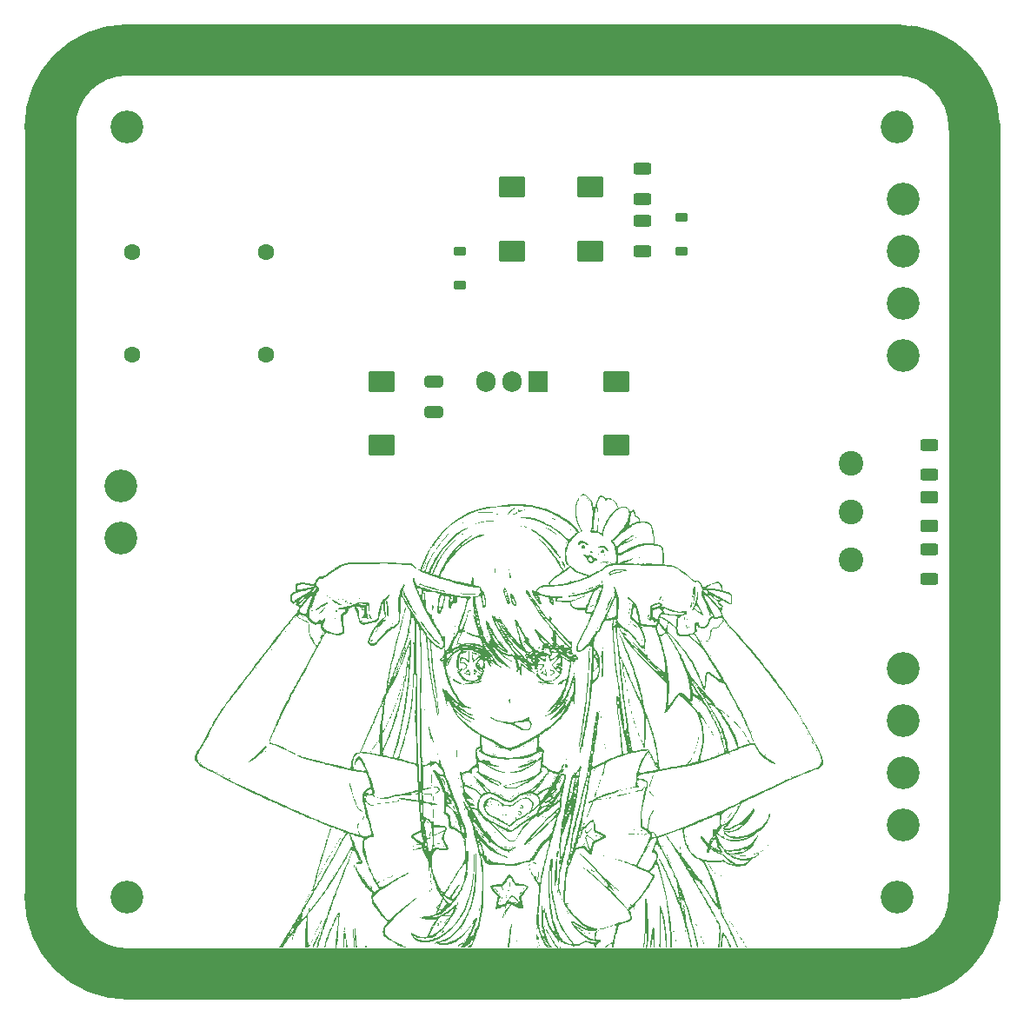
<source format=gbr>
%TF.GenerationSoftware,KiCad,Pcbnew,7.0.6*%
%TF.CreationDate,2023-07-25T16:44:31+08:00*%
%TF.ProjectId,LM350A_Liner_Power_KiCad,4c4d3335-3041-45f4-9c69-6e65725f506f,rev?*%
%TF.SameCoordinates,Original*%
%TF.FileFunction,Soldermask,Top*%
%TF.FilePolarity,Negative*%
%FSLAX46Y46*%
G04 Gerber Fmt 4.6, Leading zero omitted, Abs format (unit mm)*
G04 Created by KiCad (PCBNEW 7.0.6) date 2023-07-25 16:44:31*
%MOMM*%
%LPD*%
G01*
G04 APERTURE LIST*
G04 Aperture macros list*
%AMRoundRect*
0 Rectangle with rounded corners*
0 $1 Rounding radius*
0 $2 $3 $4 $5 $6 $7 $8 $9 X,Y pos of 4 corners*
0 Add a 4 corners polygon primitive as box body*
4,1,4,$2,$3,$4,$5,$6,$7,$8,$9,$2,$3,0*
0 Add four circle primitives for the rounded corners*
1,1,$1+$1,$2,$3*
1,1,$1+$1,$4,$5*
1,1,$1+$1,$6,$7*
1,1,$1+$1,$8,$9*
0 Add four rect primitives between the rounded corners*
20,1,$1+$1,$2,$3,$4,$5,0*
20,1,$1+$1,$4,$5,$6,$7,0*
20,1,$1+$1,$6,$7,$8,$9,0*
20,1,$1+$1,$8,$9,$2,$3,0*%
G04 Aperture macros list end*
%ADD10C,5.000000*%
%ADD11C,3.200000*%
%ADD12C,1.600000*%
%ADD13RoundRect,0.250000X-0.650000X0.325000X-0.650000X-0.325000X0.650000X-0.325000X0.650000X0.325000X0*%
%ADD14C,2.400000*%
%ADD15RoundRect,0.250000X-1.025000X0.787500X-1.025000X-0.787500X1.025000X-0.787500X1.025000X0.787500X0*%
%ADD16RoundRect,0.250000X-0.625000X0.312500X-0.625000X-0.312500X0.625000X-0.312500X0.625000X0.312500X0*%
%ADD17RoundRect,0.225000X0.375000X-0.225000X0.375000X0.225000X-0.375000X0.225000X-0.375000X-0.225000X0*%
%ADD18RoundRect,0.250000X0.625000X-0.312500X0.625000X0.312500X-0.625000X0.312500X-0.625000X-0.312500X0*%
%ADD19RoundRect,0.250000X-0.625000X0.375000X-0.625000X-0.375000X0.625000X-0.375000X0.625000X0.375000X0*%
%ADD20RoundRect,0.250000X1.025000X-0.787500X1.025000X0.787500X-1.025000X0.787500X-1.025000X-0.787500X0*%
%ADD21R,1.905000X2.000000*%
%ADD22O,1.905000X2.000000*%
G04 APERTURE END LIST*
D10*
X189899998Y-146600000D02*
X114899998Y-146600000D01*
X189899998Y-146599998D02*
G75*
G03*
X197399998Y-139100000I2J7499998D01*
G01*
X114900000Y-56600000D02*
G75*
G03*
X107400000Y-64100000I0J-7500000D01*
G01*
X107400002Y-139099998D02*
G75*
G03*
X114900000Y-146599998I7499998J-2D01*
G01*
X107400000Y-139099998D02*
X107400000Y-64099998D01*
X114900000Y-56600000D02*
X189900000Y-56600000D01*
X197399998Y-64100002D02*
G75*
G03*
X189900000Y-56600002I-7499998J2D01*
G01*
X197400000Y-64100002D02*
X197400000Y-139100002D01*
%TO.C,G\u002A\u002A\u002A*%
G36*
X121898291Y-125529188D02*
G01*
X121871154Y-125556325D01*
X121844017Y-125529188D01*
X121871154Y-125502051D01*
X121898291Y-125529188D01*
G37*
G36*
X123689316Y-126940299D02*
G01*
X123662180Y-126967436D01*
X123635043Y-126940299D01*
X123662180Y-126913162D01*
X123689316Y-126940299D01*
G37*
G36*
X124069231Y-126940299D02*
G01*
X124042094Y-126967436D01*
X124014957Y-126940299D01*
X124042094Y-126913162D01*
X124069231Y-126940299D01*
G37*
G36*
X124069231Y-127103119D02*
G01*
X124042094Y-127130256D01*
X124014957Y-127103119D01*
X124042094Y-127075983D01*
X124069231Y-127103119D01*
G37*
G36*
X124557692Y-127374487D02*
G01*
X124530556Y-127401624D01*
X124503419Y-127374487D01*
X124530556Y-127347350D01*
X124557692Y-127374487D01*
G37*
G36*
X127488462Y-116791154D02*
G01*
X127461325Y-116818290D01*
X127434188Y-116791154D01*
X127461325Y-116764017D01*
X127488462Y-116791154D01*
G37*
G36*
X128628205Y-129328333D02*
G01*
X128601068Y-129355470D01*
X128573932Y-129328333D01*
X128601068Y-129301196D01*
X128628205Y-129328333D01*
G37*
G36*
X129008120Y-115000128D02*
G01*
X128980983Y-115027265D01*
X128953846Y-115000128D01*
X128980983Y-114972991D01*
X129008120Y-115000128D01*
G37*
G36*
X130799145Y-142625342D02*
G01*
X130772009Y-142652478D01*
X130744872Y-142625342D01*
X130772009Y-142598205D01*
X130799145Y-142625342D01*
G37*
G36*
X130907692Y-142571068D02*
G01*
X130880556Y-142598205D01*
X130853419Y-142571068D01*
X130880556Y-142543931D01*
X130907692Y-142571068D01*
G37*
G36*
X131124786Y-142136880D02*
G01*
X131097650Y-142164017D01*
X131070513Y-142136880D01*
X131097650Y-142109743D01*
X131124786Y-142136880D01*
G37*
G36*
X131179060Y-112015085D02*
G01*
X131151923Y-112042222D01*
X131124786Y-112015085D01*
X131151923Y-111987948D01*
X131179060Y-112015085D01*
G37*
G36*
X131558974Y-117659530D02*
G01*
X131531838Y-117686666D01*
X131504701Y-117659530D01*
X131531838Y-117632393D01*
X131558974Y-117659530D01*
G37*
G36*
X132970086Y-125963376D02*
G01*
X132942949Y-125990513D01*
X132915812Y-125963376D01*
X132942949Y-125936239D01*
X132970086Y-125963376D01*
G37*
G36*
X134109829Y-140888589D02*
G01*
X134082692Y-140915726D01*
X134055556Y-140888589D01*
X134082692Y-140861453D01*
X134109829Y-140888589D01*
G37*
G36*
X134218376Y-140671495D02*
G01*
X134191239Y-140698632D01*
X134164103Y-140671495D01*
X134191239Y-140644359D01*
X134218376Y-140671495D01*
G37*
G36*
X134272650Y-143222350D02*
G01*
X134245513Y-143249487D01*
X134218376Y-143222350D01*
X134245513Y-143195213D01*
X134272650Y-143222350D01*
G37*
G36*
X134544017Y-140074487D02*
G01*
X134516880Y-140101624D01*
X134489744Y-140074487D01*
X134516880Y-140047350D01*
X134544017Y-140074487D01*
G37*
G36*
X135195299Y-111960812D02*
G01*
X135168162Y-111987948D01*
X135141026Y-111960812D01*
X135168162Y-111933675D01*
X135195299Y-111960812D01*
G37*
G36*
X135683761Y-135895427D02*
G01*
X135656624Y-135922564D01*
X135629487Y-135895427D01*
X135656624Y-135868290D01*
X135683761Y-135895427D01*
G37*
G36*
X135792308Y-133181752D02*
G01*
X135765171Y-133208889D01*
X135738034Y-133181752D01*
X135765171Y-133154615D01*
X135792308Y-133181752D01*
G37*
G36*
X135846581Y-110712521D02*
G01*
X135819445Y-110739658D01*
X135792308Y-110712521D01*
X135819445Y-110685384D01*
X135846581Y-110712521D01*
G37*
G36*
X135846581Y-133073205D02*
G01*
X135819445Y-133100342D01*
X135792308Y-133073205D01*
X135819445Y-133046068D01*
X135846581Y-133073205D01*
G37*
G36*
X135900855Y-133887307D02*
G01*
X135873718Y-133914444D01*
X135846581Y-133887307D01*
X135873718Y-133860171D01*
X135900855Y-133887307D01*
G37*
G36*
X135955128Y-110115513D02*
G01*
X135927992Y-110142649D01*
X135900855Y-110115513D01*
X135927992Y-110088376D01*
X135955128Y-110115513D01*
G37*
G36*
X136389316Y-110441154D02*
G01*
X136362180Y-110468290D01*
X136335043Y-110441154D01*
X136362180Y-110414017D01*
X136389316Y-110441154D01*
G37*
G36*
X136497863Y-126831752D02*
G01*
X136470727Y-126858889D01*
X136443590Y-126831752D01*
X136470727Y-126804615D01*
X136497863Y-126831752D01*
G37*
G36*
X136497863Y-136003974D02*
G01*
X136470727Y-136031111D01*
X136443590Y-136003974D01*
X136470727Y-135976837D01*
X136497863Y-136003974D01*
G37*
G36*
X137691880Y-110983889D02*
G01*
X137664744Y-111011025D01*
X137637607Y-110983889D01*
X137664744Y-110956752D01*
X137691880Y-110983889D01*
G37*
G36*
X137963248Y-137197991D02*
G01*
X137936111Y-137225128D01*
X137908974Y-137197991D01*
X137936111Y-137170854D01*
X137963248Y-137197991D01*
G37*
G36*
X138071795Y-137252265D02*
G01*
X138044658Y-137279401D01*
X138017521Y-137252265D01*
X138044658Y-137225128D01*
X138071795Y-137252265D01*
G37*
G36*
X138614530Y-137035171D02*
G01*
X138587393Y-137062307D01*
X138560256Y-137035171D01*
X138587393Y-137008034D01*
X138614530Y-137035171D01*
G37*
G36*
X138723077Y-114294572D02*
G01*
X138695940Y-114321709D01*
X138668803Y-114294572D01*
X138695940Y-114267436D01*
X138723077Y-114294572D01*
G37*
G36*
X138994445Y-130033889D02*
G01*
X138967308Y-130061025D01*
X138940171Y-130033889D01*
X138967308Y-130006752D01*
X138994445Y-130033889D01*
G37*
G36*
X139320086Y-112992008D02*
G01*
X139292949Y-113019145D01*
X139265812Y-112992008D01*
X139292949Y-112964872D01*
X139320086Y-112992008D01*
G37*
G36*
X139862821Y-130033889D02*
G01*
X139835684Y-130061025D01*
X139808547Y-130033889D01*
X139835684Y-130006752D01*
X139862821Y-130033889D01*
G37*
G36*
X141273932Y-136872350D02*
G01*
X141246795Y-136899487D01*
X141219658Y-136872350D01*
X141246795Y-136845213D01*
X141273932Y-136872350D01*
G37*
G36*
X141382479Y-116519786D02*
G01*
X141355342Y-116546923D01*
X141328205Y-116519786D01*
X141355342Y-116492649D01*
X141382479Y-116519786D01*
G37*
G36*
X141382479Y-116628333D02*
G01*
X141355342Y-116655470D01*
X141328205Y-116628333D01*
X141355342Y-116601196D01*
X141382479Y-116628333D01*
G37*
G36*
X141382479Y-136818077D02*
G01*
X141355342Y-136845213D01*
X141328205Y-136818077D01*
X141355342Y-136790940D01*
X141382479Y-136818077D01*
G37*
G36*
X142142308Y-125800555D02*
G01*
X142115171Y-125827692D01*
X142088034Y-125800555D01*
X142115171Y-125773419D01*
X142142308Y-125800555D01*
G37*
G36*
X142522222Y-136709530D02*
G01*
X142495086Y-136736666D01*
X142467949Y-136709530D01*
X142495086Y-136682393D01*
X142522222Y-136709530D01*
G37*
G36*
X142630769Y-134212948D02*
G01*
X142603633Y-134240085D01*
X142576496Y-134212948D01*
X142603633Y-134185812D01*
X142630769Y-134212948D01*
G37*
G36*
X142847863Y-136546709D02*
G01*
X142820727Y-136573846D01*
X142793590Y-136546709D01*
X142820727Y-136519572D01*
X142847863Y-136546709D01*
G37*
G36*
X142902137Y-141539872D02*
G01*
X142875000Y-141567008D01*
X142847863Y-141539872D01*
X142875000Y-141512735D01*
X142902137Y-141539872D01*
G37*
G36*
X143119231Y-133181752D02*
G01*
X143092094Y-133208889D01*
X143064957Y-133181752D01*
X143092094Y-133154615D01*
X143119231Y-133181752D01*
G37*
G36*
X143282051Y-115108675D02*
G01*
X143254915Y-115135812D01*
X143227778Y-115108675D01*
X143254915Y-115081538D01*
X143282051Y-115108675D01*
G37*
G36*
X143499145Y-109192863D02*
G01*
X143472009Y-109220000D01*
X143444872Y-109192863D01*
X143472009Y-109165726D01*
X143499145Y-109192863D01*
G37*
G36*
X143770513Y-121838589D02*
G01*
X143743376Y-121865726D01*
X143716239Y-121838589D01*
X143743376Y-121811453D01*
X143770513Y-121838589D01*
G37*
G36*
X144258974Y-123249701D02*
G01*
X144231838Y-123276837D01*
X144204701Y-123249701D01*
X144231838Y-123222564D01*
X144258974Y-123249701D01*
G37*
G36*
X144258974Y-144036453D02*
G01*
X144231838Y-144063589D01*
X144204701Y-144036453D01*
X144231838Y-144009316D01*
X144258974Y-144036453D01*
G37*
G36*
X144313248Y-105827906D02*
G01*
X144286111Y-105855042D01*
X144258974Y-105827906D01*
X144286111Y-105800769D01*
X144313248Y-105827906D01*
G37*
G36*
X144313248Y-136872350D02*
G01*
X144286111Y-136899487D01*
X144258974Y-136872350D01*
X144286111Y-136845213D01*
X144313248Y-136872350D01*
G37*
G36*
X144530342Y-137523632D02*
G01*
X144503205Y-137550769D01*
X144476068Y-137523632D01*
X144503205Y-137496495D01*
X144530342Y-137523632D01*
G37*
G36*
X144530342Y-137632179D02*
G01*
X144503205Y-137659316D01*
X144476068Y-137632179D01*
X144503205Y-137605042D01*
X144530342Y-137632179D01*
G37*
G36*
X144530342Y-139097564D02*
G01*
X144503205Y-139124701D01*
X144476068Y-139097564D01*
X144503205Y-139070427D01*
X144530342Y-139097564D01*
G37*
G36*
X144584615Y-137795000D02*
G01*
X144557479Y-137822136D01*
X144530342Y-137795000D01*
X144557479Y-137767863D01*
X144584615Y-137795000D01*
G37*
G36*
X144638889Y-139206111D02*
G01*
X144611752Y-139233248D01*
X144584615Y-139206111D01*
X144611752Y-139178974D01*
X144638889Y-139206111D01*
G37*
G36*
X144693162Y-126560384D02*
G01*
X144666026Y-126587521D01*
X144638889Y-126560384D01*
X144666026Y-126533248D01*
X144693162Y-126560384D01*
G37*
G36*
X144855983Y-104850983D02*
G01*
X144828846Y-104878119D01*
X144801709Y-104850983D01*
X144828846Y-104823846D01*
X144855983Y-104850983D01*
G37*
G36*
X145235898Y-125420641D02*
G01*
X145208761Y-125447778D01*
X145181624Y-125420641D01*
X145208761Y-125393504D01*
X145235898Y-125420641D01*
G37*
G36*
X145724359Y-140617222D02*
G01*
X145697222Y-140644359D01*
X145670086Y-140617222D01*
X145697222Y-140590085D01*
X145724359Y-140617222D01*
G37*
G36*
X145832906Y-113534743D02*
G01*
X145805769Y-113561880D01*
X145778633Y-113534743D01*
X145805769Y-113507607D01*
X145832906Y-113534743D01*
G37*
G36*
X145832906Y-142245427D02*
G01*
X145805769Y-142272564D01*
X145778633Y-142245427D01*
X145805769Y-142218290D01*
X145832906Y-142245427D01*
G37*
G36*
X145887180Y-118745000D02*
G01*
X145860043Y-118772136D01*
X145832906Y-118745000D01*
X145860043Y-118717863D01*
X145887180Y-118745000D01*
G37*
G36*
X145995727Y-104471068D02*
G01*
X145968590Y-104498205D01*
X145941453Y-104471068D01*
X145968590Y-104443931D01*
X145995727Y-104471068D01*
G37*
G36*
X146212821Y-128731325D02*
G01*
X146185684Y-128758461D01*
X146158547Y-128731325D01*
X146185684Y-128704188D01*
X146212821Y-128731325D01*
G37*
G36*
X146375641Y-103548419D02*
G01*
X146348504Y-103575555D01*
X146321368Y-103548419D01*
X146348504Y-103521282D01*
X146375641Y-103548419D01*
G37*
G36*
X146538462Y-110006966D02*
G01*
X146511325Y-110034102D01*
X146484188Y-110006966D01*
X146511325Y-109979829D01*
X146538462Y-110006966D01*
G37*
G36*
X146701282Y-132096282D02*
G01*
X146674145Y-132123419D01*
X146647009Y-132096282D01*
X146674145Y-132069145D01*
X146701282Y-132096282D01*
G37*
G36*
X146809829Y-132204829D02*
G01*
X146782692Y-132231966D01*
X146755556Y-132204829D01*
X146782692Y-132177692D01*
X146809829Y-132204829D01*
G37*
G36*
X146864103Y-112720641D02*
G01*
X146836966Y-112747778D01*
X146809829Y-112720641D01*
X146836966Y-112693504D01*
X146864103Y-112720641D01*
G37*
G36*
X146864103Y-117008248D02*
G01*
X146836966Y-117035384D01*
X146809829Y-117008248D01*
X146836966Y-116981111D01*
X146864103Y-117008248D01*
G37*
G36*
X146864103Y-117496709D02*
G01*
X146836966Y-117523846D01*
X146809829Y-117496709D01*
X146836966Y-117469572D01*
X146864103Y-117496709D01*
G37*
G36*
X146864103Y-138934743D02*
G01*
X146836966Y-138961880D01*
X146809829Y-138934743D01*
X146836966Y-138907607D01*
X146864103Y-138934743D01*
G37*
G36*
X146918376Y-141539872D02*
G01*
X146891239Y-141567008D01*
X146864103Y-141539872D01*
X146891239Y-141512735D01*
X146918376Y-141539872D01*
G37*
G36*
X146918376Y-143710812D02*
G01*
X146891239Y-143737948D01*
X146864103Y-143710812D01*
X146891239Y-143683675D01*
X146918376Y-143710812D01*
G37*
G36*
X146972650Y-115380042D02*
G01*
X146945513Y-115407179D01*
X146918376Y-115380042D01*
X146945513Y-115352906D01*
X146972650Y-115380042D01*
G37*
G36*
X147026923Y-117822350D02*
G01*
X146999786Y-117849487D01*
X146972650Y-117822350D01*
X146999786Y-117795213D01*
X147026923Y-117822350D01*
G37*
G36*
X147081197Y-119342008D02*
G01*
X147054060Y-119369145D01*
X147026923Y-119342008D01*
X147054060Y-119314872D01*
X147081197Y-119342008D01*
G37*
G36*
X147189744Y-127428760D02*
G01*
X147162607Y-127455897D01*
X147135470Y-127428760D01*
X147162607Y-127401624D01*
X147189744Y-127428760D01*
G37*
G36*
X147406838Y-102788589D02*
G01*
X147379701Y-102815726D01*
X147352564Y-102788589D01*
X147379701Y-102761453D01*
X147406838Y-102788589D01*
G37*
G36*
X147461111Y-128188589D02*
G01*
X147433974Y-128215726D01*
X147406838Y-128188589D01*
X147433974Y-128161453D01*
X147461111Y-128188589D01*
G37*
G36*
X147461111Y-129219786D02*
G01*
X147433974Y-129246923D01*
X147406838Y-129219786D01*
X147433974Y-129192649D01*
X147461111Y-129219786D01*
G37*
G36*
X147678205Y-132747564D02*
G01*
X147651068Y-132774701D01*
X147623932Y-132747564D01*
X147651068Y-132720427D01*
X147678205Y-132747564D01*
G37*
G36*
X147732479Y-112449273D02*
G01*
X147705342Y-112476410D01*
X147678205Y-112449273D01*
X147705342Y-112422136D01*
X147732479Y-112449273D01*
G37*
G36*
X147732479Y-127211666D02*
G01*
X147705342Y-127238803D01*
X147678205Y-127211666D01*
X147705342Y-127184530D01*
X147732479Y-127211666D01*
G37*
G36*
X147786752Y-114728760D02*
G01*
X147759615Y-114755897D01*
X147732479Y-114728760D01*
X147759615Y-114701624D01*
X147786752Y-114728760D01*
G37*
G36*
X147841026Y-103602692D02*
G01*
X147813889Y-103629829D01*
X147786752Y-103602692D01*
X147813889Y-103575555D01*
X147841026Y-103602692D01*
G37*
G36*
X148275214Y-126560384D02*
G01*
X148248077Y-126587521D01*
X148220940Y-126560384D01*
X148248077Y-126533248D01*
X148275214Y-126560384D01*
G37*
G36*
X148600855Y-111526624D02*
G01*
X148573718Y-111553760D01*
X148546581Y-111526624D01*
X148573718Y-111499487D01*
X148600855Y-111526624D01*
G37*
G36*
X148872222Y-132150555D02*
G01*
X148845086Y-132177692D01*
X148817949Y-132150555D01*
X148845086Y-132123419D01*
X148872222Y-132150555D01*
G37*
G36*
X148980769Y-127971495D02*
G01*
X148953633Y-127998632D01*
X148926496Y-127971495D01*
X148953633Y-127944359D01*
X148980769Y-127971495D01*
G37*
G36*
X148980769Y-132367649D02*
G01*
X148953633Y-132394786D01*
X148926496Y-132367649D01*
X148953633Y-132340513D01*
X148980769Y-132367649D01*
G37*
G36*
X149197863Y-127537307D02*
G01*
X149170727Y-127564444D01*
X149143590Y-127537307D01*
X149170727Y-127510171D01*
X149197863Y-127537307D01*
G37*
G36*
X149306410Y-126234743D02*
G01*
X149279274Y-126261880D01*
X149252137Y-126234743D01*
X149279274Y-126207607D01*
X149306410Y-126234743D01*
G37*
G36*
X149469231Y-129002692D02*
G01*
X149442094Y-129029829D01*
X149414957Y-129002692D01*
X149442094Y-128975555D01*
X149469231Y-129002692D01*
G37*
G36*
X149686325Y-113643290D02*
G01*
X149659188Y-113670427D01*
X149632051Y-113643290D01*
X149659188Y-113616154D01*
X149686325Y-113643290D01*
G37*
G36*
X149794872Y-132530470D02*
G01*
X149767735Y-132557607D01*
X149740598Y-132530470D01*
X149767735Y-132503333D01*
X149794872Y-132530470D01*
G37*
G36*
X149849145Y-113534743D02*
G01*
X149822009Y-113561880D01*
X149794872Y-113534743D01*
X149822009Y-113507607D01*
X149849145Y-113534743D01*
G37*
G36*
X150011966Y-113751837D02*
G01*
X149984829Y-113778974D01*
X149957692Y-113751837D01*
X149984829Y-113724701D01*
X150011966Y-113751837D01*
G37*
G36*
X150011966Y-126560384D02*
G01*
X149984829Y-126587521D01*
X149957692Y-126560384D01*
X149984829Y-126533248D01*
X150011966Y-126560384D01*
G37*
G36*
X150391880Y-130196709D02*
G01*
X150364744Y-130223846D01*
X150337607Y-130196709D01*
X150364744Y-130169572D01*
X150391880Y-130196709D01*
G37*
G36*
X150446154Y-130088162D02*
G01*
X150419017Y-130115299D01*
X150391880Y-130088162D01*
X150419017Y-130061025D01*
X150446154Y-130088162D01*
G37*
G36*
X150608974Y-127483034D02*
G01*
X150581838Y-127510171D01*
X150554701Y-127483034D01*
X150581838Y-127455897D01*
X150608974Y-127483034D01*
G37*
G36*
X150663248Y-131119359D02*
G01*
X150636111Y-131146495D01*
X150608974Y-131119359D01*
X150636111Y-131092222D01*
X150663248Y-131119359D01*
G37*
G36*
X150717521Y-107727478D02*
G01*
X150690385Y-107754615D01*
X150663248Y-107727478D01*
X150690385Y-107700342D01*
X150717521Y-107727478D01*
G37*
G36*
X150717521Y-131662094D02*
G01*
X150690385Y-131689231D01*
X150663248Y-131662094D01*
X150690385Y-131634957D01*
X150717521Y-131662094D01*
G37*
G36*
X150717521Y-133615940D02*
G01*
X150690385Y-133643077D01*
X150663248Y-133615940D01*
X150690385Y-133588803D01*
X150717521Y-133615940D01*
G37*
G36*
X150771795Y-128894145D02*
G01*
X150744658Y-128921282D01*
X150717521Y-128894145D01*
X150744658Y-128867008D01*
X150771795Y-128894145D01*
G37*
G36*
X151097436Y-132367649D02*
G01*
X151070299Y-132394786D01*
X151043162Y-132367649D01*
X151070299Y-132340513D01*
X151097436Y-132367649D01*
G37*
G36*
X151151709Y-134484316D02*
G01*
X151124573Y-134511453D01*
X151097436Y-134484316D01*
X151124573Y-134457179D01*
X151151709Y-134484316D01*
G37*
G36*
X151260256Y-130196709D02*
G01*
X151233120Y-130223846D01*
X151205983Y-130196709D01*
X151233120Y-130169572D01*
X151260256Y-130196709D01*
G37*
G36*
X151260256Y-139477478D02*
G01*
X151233120Y-139504615D01*
X151205983Y-139477478D01*
X151233120Y-139450342D01*
X151260256Y-139477478D01*
G37*
G36*
X151368803Y-131987735D02*
G01*
X151341667Y-132014872D01*
X151314530Y-131987735D01*
X151341667Y-131960598D01*
X151368803Y-131987735D01*
G37*
G36*
X151423077Y-114348846D02*
G01*
X151395940Y-114375983D01*
X151368803Y-114348846D01*
X151395940Y-114321709D01*
X151423077Y-114348846D01*
G37*
G36*
X151585898Y-131553547D02*
G01*
X151558761Y-131580684D01*
X151531624Y-131553547D01*
X151558761Y-131526410D01*
X151585898Y-131553547D01*
G37*
G36*
X151694445Y-130902265D02*
G01*
X151667308Y-130929401D01*
X151640171Y-130902265D01*
X151667308Y-130875128D01*
X151694445Y-130902265D01*
G37*
G36*
X151857265Y-114783034D02*
G01*
X151830128Y-114810171D01*
X151802992Y-114783034D01*
X151830128Y-114755897D01*
X151857265Y-114783034D01*
G37*
G36*
X152237180Y-139477478D02*
G01*
X152210043Y-139504615D01*
X152182906Y-139477478D01*
X152210043Y-139450342D01*
X152237180Y-139477478D01*
G37*
G36*
X152400000Y-135461239D02*
G01*
X152372863Y-135488376D01*
X152345727Y-135461239D01*
X152372863Y-135434102D01*
X152400000Y-135461239D01*
G37*
G36*
X152400000Y-135569786D02*
G01*
X152372863Y-135596923D01*
X152345727Y-135569786D01*
X152372863Y-135542649D01*
X152400000Y-135569786D01*
G37*
G36*
X152562821Y-135569786D02*
G01*
X152535684Y-135596923D01*
X152508547Y-135569786D01*
X152535684Y-135542649D01*
X152562821Y-135569786D01*
G37*
G36*
X152617094Y-132096282D02*
G01*
X152589957Y-132123419D01*
X152562821Y-132096282D01*
X152589957Y-132069145D01*
X152617094Y-132096282D01*
G37*
G36*
X152888462Y-143385171D02*
G01*
X152861325Y-143412307D01*
X152834188Y-143385171D01*
X152861325Y-143358034D01*
X152888462Y-143385171D01*
G37*
G36*
X152888462Y-143819359D02*
G01*
X152861325Y-143846495D01*
X152834188Y-143819359D01*
X152861325Y-143792222D01*
X152888462Y-143819359D01*
G37*
G36*
X153431197Y-103005684D02*
G01*
X153404060Y-103032820D01*
X153376923Y-103005684D01*
X153404060Y-102978547D01*
X153431197Y-103005684D01*
G37*
G36*
X153648291Y-114511666D02*
G01*
X153621154Y-114538803D01*
X153594017Y-114511666D01*
X153621154Y-114484530D01*
X153648291Y-114511666D01*
G37*
G36*
X154082479Y-133887307D02*
G01*
X154055342Y-133914444D01*
X154028205Y-133887307D01*
X154055342Y-133860171D01*
X154082479Y-133887307D01*
G37*
G36*
X154679487Y-109301410D02*
G01*
X154652350Y-109328547D01*
X154625214Y-109301410D01*
X154652350Y-109274273D01*
X154679487Y-109301410D01*
G37*
G36*
X154733761Y-136980897D02*
G01*
X154706624Y-137008034D01*
X154679487Y-136980897D01*
X154706624Y-136953760D01*
X154733761Y-136980897D01*
G37*
G36*
X154788034Y-142462521D02*
G01*
X154760898Y-142489658D01*
X154733761Y-142462521D01*
X154760898Y-142435384D01*
X154788034Y-142462521D01*
G37*
G36*
X155005128Y-143547991D02*
G01*
X154977992Y-143575128D01*
X154950855Y-143547991D01*
X154977992Y-143520854D01*
X155005128Y-143547991D01*
G37*
G36*
X155113675Y-143656538D02*
G01*
X155086539Y-143683675D01*
X155059402Y-143656538D01*
X155086539Y-143629401D01*
X155113675Y-143656538D01*
G37*
G36*
X155439316Y-131282179D02*
G01*
X155412180Y-131309316D01*
X155385043Y-131282179D01*
X155412180Y-131255042D01*
X155439316Y-131282179D01*
G37*
G36*
X155602137Y-139965940D02*
G01*
X155575000Y-139993077D01*
X155547863Y-139965940D01*
X155575000Y-139938803D01*
X155602137Y-139965940D01*
G37*
G36*
X156307692Y-130793718D02*
G01*
X156280556Y-130820854D01*
X156253419Y-130793718D01*
X156280556Y-130766581D01*
X156307692Y-130793718D01*
G37*
G36*
X156579060Y-132801837D02*
G01*
X156551923Y-132828974D01*
X156524786Y-132801837D01*
X156551923Y-132774701D01*
X156579060Y-132801837D01*
G37*
G36*
X156633333Y-127374487D02*
G01*
X156606197Y-127401624D01*
X156579060Y-127374487D01*
X156606197Y-127347350D01*
X156633333Y-127374487D01*
G37*
G36*
X156850427Y-129653974D02*
G01*
X156823291Y-129681111D01*
X156796154Y-129653974D01*
X156823291Y-129626837D01*
X156850427Y-129653974D01*
G37*
G36*
X156904701Y-128134316D02*
G01*
X156877564Y-128161453D01*
X156850427Y-128134316D01*
X156877564Y-128107179D01*
X156904701Y-128134316D01*
G37*
G36*
X156904701Y-134267222D02*
G01*
X156877564Y-134294359D01*
X156850427Y-134267222D01*
X156877564Y-134240085D01*
X156904701Y-134267222D01*
G37*
G36*
X156904701Y-138826196D02*
G01*
X156877564Y-138853333D01*
X156850427Y-138826196D01*
X156877564Y-138799060D01*
X156904701Y-138826196D01*
G37*
G36*
X156904701Y-138934743D02*
G01*
X156877564Y-138961880D01*
X156850427Y-138934743D01*
X156877564Y-138907607D01*
X156904701Y-138934743D01*
G37*
G36*
X156958974Y-133941581D02*
G01*
X156931838Y-133968718D01*
X156904701Y-133941581D01*
X156931838Y-133914444D01*
X156958974Y-133941581D01*
G37*
G36*
X157230342Y-127537307D02*
G01*
X157203205Y-127564444D01*
X157176068Y-127537307D01*
X157203205Y-127510171D01*
X157230342Y-127537307D01*
G37*
G36*
X157284615Y-127428760D02*
G01*
X157257479Y-127455897D01*
X157230342Y-127428760D01*
X157257479Y-127401624D01*
X157284615Y-127428760D01*
G37*
G36*
X157501709Y-104416795D02*
G01*
X157474573Y-104443931D01*
X157447436Y-104416795D01*
X157474573Y-104389658D01*
X157501709Y-104416795D01*
G37*
G36*
X157610256Y-126560384D02*
G01*
X157583120Y-126587521D01*
X157555983Y-126560384D01*
X157583120Y-126533248D01*
X157610256Y-126560384D01*
G37*
G36*
X157718803Y-125692008D02*
G01*
X157691667Y-125719145D01*
X157664530Y-125692008D01*
X157691667Y-125664872D01*
X157718803Y-125692008D01*
G37*
G36*
X157773077Y-140508675D02*
G01*
X157745940Y-140535812D01*
X157718803Y-140508675D01*
X157745940Y-140481538D01*
X157773077Y-140508675D01*
G37*
G36*
X157881624Y-140671495D02*
G01*
X157854487Y-140698632D01*
X157827350Y-140671495D01*
X157854487Y-140644359D01*
X157881624Y-140671495D01*
G37*
G36*
X157990171Y-110495427D02*
G01*
X157963034Y-110522564D01*
X157935898Y-110495427D01*
X157963034Y-110468290D01*
X157990171Y-110495427D01*
G37*
G36*
X158152992Y-141159957D02*
G01*
X158125855Y-141187094D01*
X158098718Y-141159957D01*
X158125855Y-141132820D01*
X158152992Y-141159957D01*
G37*
G36*
X158478633Y-120481752D02*
G01*
X158451496Y-120508889D01*
X158424359Y-120481752D01*
X158451496Y-120454615D01*
X158478633Y-120481752D01*
G37*
G36*
X158478633Y-120753119D02*
G01*
X158451496Y-120780256D01*
X158424359Y-120753119D01*
X158451496Y-120725983D01*
X158478633Y-120753119D01*
G37*
G36*
X159021368Y-102734316D02*
G01*
X158994231Y-102761453D01*
X158967094Y-102734316D01*
X158994231Y-102707179D01*
X159021368Y-102734316D01*
G37*
G36*
X159184188Y-107347564D02*
G01*
X159157051Y-107374701D01*
X159129915Y-107347564D01*
X159157051Y-107320427D01*
X159184188Y-107347564D01*
G37*
G36*
X159347009Y-142353974D02*
G01*
X159319872Y-142381111D01*
X159292735Y-142353974D01*
X159319872Y-142326837D01*
X159347009Y-142353974D01*
G37*
G36*
X159401282Y-132150555D02*
G01*
X159374145Y-132177692D01*
X159347009Y-132150555D01*
X159374145Y-132123419D01*
X159401282Y-132150555D01*
G37*
G36*
X159455556Y-133778760D02*
G01*
X159428419Y-133805897D01*
X159401282Y-133778760D01*
X159428419Y-133751624D01*
X159455556Y-133778760D01*
G37*
G36*
X159509829Y-133887307D02*
G01*
X159482692Y-133914444D01*
X159455556Y-133887307D01*
X159482692Y-133860171D01*
X159509829Y-133887307D01*
G37*
G36*
X159726923Y-100292008D02*
G01*
X159699786Y-100319145D01*
X159672650Y-100292008D01*
X159699786Y-100264872D01*
X159726923Y-100292008D01*
G37*
G36*
X159781197Y-142788162D02*
G01*
X159754060Y-142815299D01*
X159726923Y-142788162D01*
X159754060Y-142761025D01*
X159781197Y-142788162D01*
G37*
G36*
X159889744Y-100454829D02*
G01*
X159862607Y-100481966D01*
X159835470Y-100454829D01*
X159862607Y-100427692D01*
X159889744Y-100454829D01*
G37*
G36*
X159944017Y-129653974D02*
G01*
X159916880Y-129681111D01*
X159889744Y-129653974D01*
X159916880Y-129626837D01*
X159944017Y-129653974D01*
G37*
G36*
X159998291Y-133073205D02*
G01*
X159971154Y-133100342D01*
X159944017Y-133073205D01*
X159971154Y-133046068D01*
X159998291Y-133073205D01*
G37*
G36*
X160052564Y-129653974D02*
G01*
X160025427Y-129681111D01*
X159998291Y-129653974D01*
X160025427Y-129626837D01*
X160052564Y-129653974D01*
G37*
G36*
X160215385Y-133127478D02*
G01*
X160188248Y-133154615D01*
X160161111Y-133127478D01*
X160188248Y-133100342D01*
X160215385Y-133127478D01*
G37*
G36*
X160378205Y-136709530D02*
G01*
X160351068Y-136736666D01*
X160323932Y-136709530D01*
X160351068Y-136682393D01*
X160378205Y-136709530D01*
G37*
G36*
X160432479Y-126777478D02*
G01*
X160405342Y-126804615D01*
X160378205Y-126777478D01*
X160405342Y-126750342D01*
X160432479Y-126777478D01*
G37*
G36*
X160486752Y-126614658D02*
G01*
X160459615Y-126641795D01*
X160432479Y-126614658D01*
X160459615Y-126587521D01*
X160486752Y-126614658D01*
G37*
G36*
X160649573Y-143059530D02*
G01*
X160622436Y-143086666D01*
X160595299Y-143059530D01*
X160622436Y-143032393D01*
X160649573Y-143059530D01*
G37*
G36*
X160920940Y-121024487D02*
G01*
X160893803Y-121051624D01*
X160866667Y-121024487D01*
X160893803Y-120997350D01*
X160920940Y-121024487D01*
G37*
G36*
X160975214Y-112449273D02*
G01*
X160948077Y-112476410D01*
X160920940Y-112449273D01*
X160948077Y-112422136D01*
X160975214Y-112449273D01*
G37*
G36*
X161138034Y-115000128D02*
G01*
X161110898Y-115027265D01*
X161083761Y-115000128D01*
X161110898Y-114972991D01*
X161138034Y-115000128D01*
G37*
G36*
X161246581Y-122924060D02*
G01*
X161219445Y-122951196D01*
X161192308Y-122924060D01*
X161219445Y-122896923D01*
X161246581Y-122924060D01*
G37*
G36*
X161246581Y-123032607D02*
G01*
X161219445Y-123059743D01*
X161192308Y-123032607D01*
X161219445Y-123005470D01*
X161246581Y-123032607D01*
G37*
G36*
X161246581Y-129545427D02*
G01*
X161219445Y-129572564D01*
X161192308Y-129545427D01*
X161219445Y-129518290D01*
X161246581Y-129545427D01*
G37*
G36*
X161300855Y-106913376D02*
G01*
X161273718Y-106940513D01*
X161246581Y-106913376D01*
X161273718Y-106886239D01*
X161300855Y-106913376D01*
G37*
G36*
X161463675Y-105773632D02*
G01*
X161436539Y-105800769D01*
X161409402Y-105773632D01*
X161436539Y-105746495D01*
X161463675Y-105773632D01*
G37*
G36*
X161463675Y-124389444D02*
G01*
X161436539Y-124416581D01*
X161409402Y-124389444D01*
X161436539Y-124362307D01*
X161463675Y-124389444D01*
G37*
G36*
X161463675Y-137632179D02*
G01*
X161436539Y-137659316D01*
X161409402Y-137632179D01*
X161436539Y-137605042D01*
X161463675Y-137632179D01*
G37*
G36*
X161572222Y-112232179D02*
G01*
X161545086Y-112259316D01*
X161517949Y-112232179D01*
X161545086Y-112205042D01*
X161572222Y-112232179D01*
G37*
G36*
X161572222Y-124823632D02*
G01*
X161545086Y-124850769D01*
X161517949Y-124823632D01*
X161545086Y-124796495D01*
X161572222Y-124823632D01*
G37*
G36*
X161680769Y-125474914D02*
G01*
X161653633Y-125502051D01*
X161626496Y-125474914D01*
X161653633Y-125447778D01*
X161680769Y-125474914D01*
G37*
G36*
X161789316Y-111797991D02*
G01*
X161762180Y-111825128D01*
X161735043Y-111797991D01*
X161762180Y-111770854D01*
X161789316Y-111797991D01*
G37*
G36*
X161897863Y-142082607D02*
G01*
X161870727Y-142109743D01*
X161843590Y-142082607D01*
X161870727Y-142055470D01*
X161897863Y-142082607D01*
G37*
G36*
X162006410Y-106533461D02*
G01*
X161979274Y-106560598D01*
X161952137Y-106533461D01*
X161979274Y-106506325D01*
X162006410Y-106533461D01*
G37*
G36*
X162114957Y-102245854D02*
G01*
X162087821Y-102272991D01*
X162060684Y-102245854D01*
X162087821Y-102218718D01*
X162114957Y-102245854D01*
G37*
G36*
X162223504Y-141865513D02*
G01*
X162196368Y-141892649D01*
X162169231Y-141865513D01*
X162196368Y-141838376D01*
X162223504Y-141865513D01*
G37*
G36*
X162277778Y-104036880D02*
G01*
X162250641Y-104064017D01*
X162223504Y-104036880D01*
X162250641Y-104009743D01*
X162277778Y-104036880D01*
G37*
G36*
X162820513Y-122761239D02*
G01*
X162793376Y-122788376D01*
X162766239Y-122761239D01*
X162793376Y-122734102D01*
X162820513Y-122761239D01*
G37*
G36*
X163200427Y-113209102D02*
G01*
X163173291Y-113236239D01*
X163146154Y-113209102D01*
X163173291Y-113181966D01*
X163200427Y-113209102D01*
G37*
G36*
X163417521Y-132910384D02*
G01*
X163390385Y-132937521D01*
X163363248Y-132910384D01*
X163390385Y-132883248D01*
X163417521Y-132910384D01*
G37*
G36*
X163471795Y-122435598D02*
G01*
X163444658Y-122462735D01*
X163417521Y-122435598D01*
X163444658Y-122408461D01*
X163471795Y-122435598D01*
G37*
G36*
X163526068Y-139206111D02*
G01*
X163498932Y-139233248D01*
X163471795Y-139206111D01*
X163498932Y-139178974D01*
X163526068Y-139206111D01*
G37*
G36*
X163634615Y-139368931D02*
G01*
X163607479Y-139396068D01*
X163580342Y-139368931D01*
X163607479Y-139341795D01*
X163634615Y-139368931D01*
G37*
G36*
X163688889Y-132530470D02*
G01*
X163661752Y-132557607D01*
X163634615Y-132530470D01*
X163661752Y-132503333D01*
X163688889Y-132530470D01*
G37*
G36*
X163797436Y-139586025D02*
G01*
X163770299Y-139613162D01*
X163743162Y-139586025D01*
X163770299Y-139558889D01*
X163797436Y-139586025D01*
G37*
G36*
X163905983Y-120318931D02*
G01*
X163878846Y-120346068D01*
X163851709Y-120318931D01*
X163878846Y-120291795D01*
X163905983Y-120318931D01*
G37*
G36*
X163960256Y-110658248D02*
G01*
X163933120Y-110685384D01*
X163905983Y-110658248D01*
X163933120Y-110631111D01*
X163960256Y-110658248D01*
G37*
G36*
X164068803Y-132584743D02*
G01*
X164041667Y-132611880D01*
X164014530Y-132584743D01*
X164041667Y-132557607D01*
X164068803Y-132584743D01*
G37*
G36*
X164340171Y-132530470D02*
G01*
X164313034Y-132557607D01*
X164285898Y-132530470D01*
X164313034Y-132503333D01*
X164340171Y-132530470D01*
G37*
G36*
X164502992Y-104091154D02*
G01*
X164475855Y-104118290D01*
X164448718Y-104091154D01*
X164475855Y-104064017D01*
X164502992Y-104091154D01*
G37*
G36*
X164611539Y-112232179D02*
G01*
X164584402Y-112259316D01*
X164557265Y-112232179D01*
X164584402Y-112205042D01*
X164611539Y-112232179D01*
G37*
G36*
X165154274Y-130250983D02*
G01*
X165127137Y-130278119D01*
X165100000Y-130250983D01*
X165127137Y-130223846D01*
X165154274Y-130250983D01*
G37*
G36*
X165317094Y-115108675D02*
G01*
X165289957Y-115135812D01*
X165262821Y-115108675D01*
X165289957Y-115081538D01*
X165317094Y-115108675D01*
G37*
G36*
X165914103Y-134538589D02*
G01*
X165886966Y-134565726D01*
X165859829Y-134538589D01*
X165886966Y-134511453D01*
X165914103Y-134538589D01*
G37*
G36*
X166131197Y-141974060D02*
G01*
X166104060Y-142001196D01*
X166076923Y-141974060D01*
X166104060Y-141946923D01*
X166131197Y-141974060D01*
G37*
G36*
X166782479Y-133453119D02*
G01*
X166755342Y-133480256D01*
X166728205Y-133453119D01*
X166755342Y-133425983D01*
X166782479Y-133453119D01*
G37*
G36*
X166891026Y-133670213D02*
G01*
X166863889Y-133697350D01*
X166836752Y-133670213D01*
X166863889Y-133643077D01*
X166891026Y-133670213D01*
G37*
G36*
X166999573Y-112286453D02*
G01*
X166972436Y-112313589D01*
X166945299Y-112286453D01*
X166972436Y-112259316D01*
X166999573Y-112286453D01*
G37*
G36*
X167488034Y-140562948D02*
G01*
X167460898Y-140590085D01*
X167433761Y-140562948D01*
X167460898Y-140535812D01*
X167488034Y-140562948D01*
G37*
G36*
X167976496Y-111418077D02*
G01*
X167949359Y-111445213D01*
X167922222Y-111418077D01*
X167949359Y-111390940D01*
X167976496Y-111418077D01*
G37*
G36*
X168519231Y-143656538D02*
G01*
X168492094Y-143683675D01*
X168464957Y-143656538D01*
X168492094Y-143629401D01*
X168519231Y-143656538D01*
G37*
G36*
X168519231Y-143927906D02*
G01*
X168492094Y-143955042D01*
X168464957Y-143927906D01*
X168492094Y-143900769D01*
X168519231Y-143927906D01*
G37*
G36*
X168627778Y-139151837D02*
G01*
X168600641Y-139178974D01*
X168573504Y-139151837D01*
X168600641Y-139124701D01*
X168627778Y-139151837D01*
G37*
G36*
X169170513Y-132150555D02*
G01*
X169143376Y-132177692D01*
X169116239Y-132150555D01*
X169143376Y-132123419D01*
X169170513Y-132150555D01*
G37*
G36*
X169496154Y-112286453D02*
G01*
X169469017Y-112313589D01*
X169441880Y-112286453D01*
X169469017Y-112259316D01*
X169496154Y-112286453D01*
G37*
G36*
X169550427Y-111146709D02*
G01*
X169523291Y-111173846D01*
X169496154Y-111146709D01*
X169523291Y-111119572D01*
X169550427Y-111146709D01*
G37*
G36*
X169876068Y-110278333D02*
G01*
X169848932Y-110305470D01*
X169821795Y-110278333D01*
X169848932Y-110251196D01*
X169876068Y-110278333D01*
G37*
G36*
X170255983Y-141539872D02*
G01*
X170228846Y-141567008D01*
X170201709Y-141539872D01*
X170228846Y-141512735D01*
X170255983Y-141539872D01*
G37*
G36*
X170310256Y-118473632D02*
G01*
X170283120Y-118500769D01*
X170255983Y-118473632D01*
X170283120Y-118446495D01*
X170310256Y-118473632D01*
G37*
G36*
X170418803Y-137686453D02*
G01*
X170391667Y-137713589D01*
X170364530Y-137686453D01*
X170391667Y-137659316D01*
X170418803Y-137686453D01*
G37*
G36*
X170527350Y-142245427D02*
G01*
X170500214Y-142272564D01*
X170473077Y-142245427D01*
X170500214Y-142218290D01*
X170527350Y-142245427D01*
G37*
G36*
X170635898Y-142462521D02*
G01*
X170608761Y-142489658D01*
X170581624Y-142462521D01*
X170608761Y-142435384D01*
X170635898Y-142462521D01*
G37*
G36*
X171287180Y-137632179D02*
G01*
X171260043Y-137659316D01*
X171232906Y-137632179D01*
X171260043Y-137605042D01*
X171287180Y-137632179D01*
G37*
G36*
X171612821Y-122544145D02*
G01*
X171585684Y-122571282D01*
X171558547Y-122544145D01*
X171585684Y-122517008D01*
X171612821Y-122544145D01*
G37*
G36*
X171775641Y-115597136D02*
G01*
X171748504Y-115624273D01*
X171721368Y-115597136D01*
X171748504Y-115570000D01*
X171775641Y-115597136D01*
G37*
G36*
X171992735Y-112015085D02*
G01*
X171965598Y-112042222D01*
X171938462Y-112015085D01*
X171965598Y-111987948D01*
X171992735Y-112015085D01*
G37*
G36*
X172264103Y-134321495D02*
G01*
X172236966Y-134348632D01*
X172209829Y-134321495D01*
X172236966Y-134294359D01*
X172264103Y-134321495D01*
G37*
G36*
X172535470Y-116845427D02*
G01*
X172508333Y-116872564D01*
X172481197Y-116845427D01*
X172508333Y-116818290D01*
X172535470Y-116845427D01*
G37*
G36*
X172535470Y-125095000D02*
G01*
X172508333Y-125122136D01*
X172481197Y-125095000D01*
X172508333Y-125067863D01*
X172535470Y-125095000D01*
G37*
G36*
X172752564Y-135027051D02*
G01*
X172725427Y-135054188D01*
X172698291Y-135027051D01*
X172725427Y-134999914D01*
X172752564Y-135027051D01*
G37*
G36*
X172861111Y-141159957D02*
G01*
X172833974Y-141187094D01*
X172806838Y-141159957D01*
X172833974Y-141132820D01*
X172861111Y-141159957D01*
G37*
G36*
X173403846Y-118202265D02*
G01*
X173376709Y-118229401D01*
X173349573Y-118202265D01*
X173376709Y-118175128D01*
X173403846Y-118202265D01*
G37*
G36*
X173458120Y-112720641D02*
G01*
X173430983Y-112747778D01*
X173403846Y-112720641D01*
X173430983Y-112693504D01*
X173458120Y-112720641D01*
G37*
G36*
X173675214Y-121621495D02*
G01*
X173648077Y-121648632D01*
X173620940Y-121621495D01*
X173648077Y-121594359D01*
X173675214Y-121621495D01*
G37*
G36*
X173729487Y-134809957D02*
G01*
X173702350Y-134837094D01*
X173675214Y-134809957D01*
X173702350Y-134782820D01*
X173729487Y-134809957D01*
G37*
G36*
X174163675Y-130576624D02*
G01*
X174136539Y-130603760D01*
X174109402Y-130576624D01*
X174136539Y-130549487D01*
X174163675Y-130576624D01*
G37*
G36*
X174163675Y-135081325D02*
G01*
X174136539Y-135108461D01*
X174109402Y-135081325D01*
X174136539Y-135054188D01*
X174163675Y-135081325D01*
G37*
G36*
X174272222Y-132421923D02*
G01*
X174245086Y-132449060D01*
X174217949Y-132421923D01*
X174245086Y-132394786D01*
X174272222Y-132421923D01*
G37*
G36*
X175194872Y-134484316D02*
G01*
X175167735Y-134511453D01*
X175140598Y-134484316D01*
X175167735Y-134457179D01*
X175194872Y-134484316D01*
G37*
G36*
X175629060Y-122652692D02*
G01*
X175601923Y-122679829D01*
X175574786Y-122652692D01*
X175601923Y-122625555D01*
X175629060Y-122652692D01*
G37*
G36*
X175791880Y-123141154D02*
G01*
X175764744Y-123168290D01*
X175737607Y-123141154D01*
X175764744Y-123114017D01*
X175791880Y-123141154D01*
G37*
G36*
X177365812Y-134050128D02*
G01*
X177338675Y-134077265D01*
X177311539Y-134050128D01*
X177338675Y-134022991D01*
X177365812Y-134050128D01*
G37*
G36*
X179645299Y-127374487D02*
G01*
X179618162Y-127401624D01*
X179591026Y-127374487D01*
X179618162Y-127347350D01*
X179645299Y-127374487D01*
G37*
G36*
X180622222Y-126940299D02*
G01*
X180595086Y-126967436D01*
X180567949Y-126940299D01*
X180595086Y-126913162D01*
X180622222Y-126940299D01*
G37*
G36*
X180730769Y-122218504D02*
G01*
X180703633Y-122245641D01*
X180676496Y-122218504D01*
X180703633Y-122191367D01*
X180730769Y-122218504D01*
G37*
G36*
X180839316Y-122489872D02*
G01*
X180812180Y-122517008D01*
X180785043Y-122489872D01*
X180812180Y-122462735D01*
X180839316Y-122489872D01*
G37*
G36*
X180839316Y-126886025D02*
G01*
X180812180Y-126913162D01*
X180785043Y-126886025D01*
X180812180Y-126858889D01*
X180839316Y-126886025D01*
G37*
G36*
X182250427Y-126071923D02*
G01*
X182223291Y-126099060D01*
X182196154Y-126071923D01*
X182223291Y-126044786D01*
X182250427Y-126071923D01*
G37*
G36*
X121934473Y-125248775D02*
G01*
X121940968Y-125313185D01*
X121934473Y-125321139D01*
X121902207Y-125313689D01*
X121898291Y-125284957D01*
X121918148Y-125240284D01*
X121934473Y-125248775D01*
G37*
G36*
X130836220Y-143836319D02*
G01*
X130842691Y-143921142D01*
X130831936Y-143940343D01*
X130807268Y-143924157D01*
X130803430Y-143869109D01*
X130816685Y-143811198D01*
X130836220Y-143836319D01*
G37*
G36*
X130943875Y-142453476D02*
G01*
X130936425Y-142485741D01*
X130907692Y-142489658D01*
X130863019Y-142469800D01*
X130871510Y-142453476D01*
X130935920Y-142446980D01*
X130943875Y-142453476D01*
G37*
G36*
X132083618Y-111788946D02*
G01*
X132076168Y-111821211D01*
X132047436Y-111825128D01*
X132002763Y-111805270D01*
X132011254Y-111788946D01*
X132075664Y-111782450D01*
X132083618Y-111788946D01*
G37*
G36*
X132626353Y-138871424D02*
G01*
X132632849Y-138935834D01*
X132626353Y-138943789D01*
X132594088Y-138936339D01*
X132590171Y-138907607D01*
X132610029Y-138862933D01*
X132626353Y-138871424D01*
G37*
G36*
X133006268Y-143104758D02*
G01*
X133012763Y-143169168D01*
X133006268Y-143177122D01*
X132974002Y-143169672D01*
X132970086Y-143140940D01*
X132989943Y-143096267D01*
X133006268Y-143104758D01*
G37*
G36*
X133983191Y-113362877D02*
G01*
X133989686Y-113427287D01*
X133983191Y-113435242D01*
X133950925Y-113427792D01*
X133947009Y-113399060D01*
X133966866Y-113354386D01*
X133983191Y-113362877D01*
G37*
G36*
X134037464Y-136103476D02*
G01*
X134043960Y-136167885D01*
X134037464Y-136175840D01*
X134005199Y-136168390D01*
X134001282Y-136139658D01*
X134021140Y-136094985D01*
X134037464Y-136103476D01*
G37*
G36*
X135014388Y-136971852D02*
G01*
X135020883Y-137036262D01*
X135014388Y-137044216D01*
X134982122Y-137036766D01*
X134978205Y-137008034D01*
X134998063Y-136963361D01*
X135014388Y-136971852D01*
G37*
G36*
X135123827Y-143293584D02*
G01*
X135130297Y-143378407D01*
X135119542Y-143397608D01*
X135094874Y-143381422D01*
X135091037Y-143326374D01*
X135104292Y-143268463D01*
X135123827Y-143293584D01*
G37*
G36*
X135394302Y-111463305D02*
G01*
X135400798Y-111527715D01*
X135394302Y-111535669D01*
X135362037Y-111528219D01*
X135358120Y-111499487D01*
X135377978Y-111454814D01*
X135394302Y-111463305D01*
G37*
G36*
X137348148Y-135940655D02*
G01*
X137340698Y-135972921D01*
X137311966Y-135976837D01*
X137267293Y-135956980D01*
X137275784Y-135940655D01*
X137340193Y-135934160D01*
X137348148Y-135940655D01*
G37*
G36*
X137890883Y-133389800D02*
G01*
X137897379Y-133454210D01*
X137890883Y-133462165D01*
X137858618Y-133454715D01*
X137854701Y-133425983D01*
X137874559Y-133381309D01*
X137890883Y-133389800D01*
G37*
G36*
X139681909Y-137568860D02*
G01*
X139674459Y-137601126D01*
X139645727Y-137605042D01*
X139601053Y-137585185D01*
X139609544Y-137568860D01*
X139673954Y-137562365D01*
X139681909Y-137568860D01*
G37*
G36*
X140767379Y-112440228D02*
G01*
X140773874Y-112504638D01*
X140767379Y-112512592D01*
X140735113Y-112505142D01*
X140731197Y-112476410D01*
X140751054Y-112431737D01*
X140767379Y-112440228D01*
G37*
G36*
X141147294Y-129807749D02*
G01*
X141139843Y-129840015D01*
X141111111Y-129843931D01*
X141066438Y-129824074D01*
X141074929Y-129807749D01*
X141139339Y-129801254D01*
X141147294Y-129807749D01*
G37*
G36*
X141744064Y-118053013D02*
G01*
X141751232Y-118164129D01*
X141744064Y-118188696D01*
X141724255Y-118195514D01*
X141716689Y-118120854D01*
X141725218Y-118043806D01*
X141744064Y-118053013D01*
G37*
G36*
X141961396Y-134692364D02*
G01*
X141953946Y-134724630D01*
X141925214Y-134728547D01*
X141880540Y-134708689D01*
X141889031Y-134692364D01*
X141953441Y-134685869D01*
X141961396Y-134692364D01*
G37*
G36*
X142450750Y-113280336D02*
G01*
X142457220Y-113365159D01*
X142446466Y-113384360D01*
X142421798Y-113368174D01*
X142417960Y-113313127D01*
X142431215Y-113255215D01*
X142450750Y-113280336D01*
G37*
G36*
X142450750Y-118436319D02*
G01*
X142457220Y-118521142D01*
X142446466Y-118540343D01*
X142421798Y-118524157D01*
X142417960Y-118469109D01*
X142431215Y-118411198D01*
X142450750Y-118436319D01*
G37*
G36*
X142558405Y-141259458D02*
G01*
X142564900Y-141323868D01*
X142558405Y-141331823D01*
X142526139Y-141324373D01*
X142522222Y-141295641D01*
X142542080Y-141250968D01*
X142558405Y-141259458D01*
G37*
G36*
X142833164Y-134153021D02*
G01*
X142816978Y-134177689D01*
X142761930Y-134181527D01*
X142704019Y-134168272D01*
X142729140Y-134148737D01*
X142813963Y-134142267D01*
X142833164Y-134153021D01*
G37*
G36*
X143481054Y-141042364D02*
G01*
X143487550Y-141106774D01*
X143481054Y-141114729D01*
X143448789Y-141107279D01*
X143444872Y-141078547D01*
X143464730Y-141033874D01*
X143481054Y-141042364D01*
G37*
G36*
X143752184Y-120929508D02*
G01*
X143759352Y-121040625D01*
X143752184Y-121065192D01*
X143732374Y-121072010D01*
X143724809Y-120997350D01*
X143733338Y-120920302D01*
X143752184Y-120929508D01*
G37*
G36*
X143752422Y-121612450D02*
G01*
X143758917Y-121676860D01*
X143752422Y-121684815D01*
X143720156Y-121677364D01*
X143716239Y-121648632D01*
X143736097Y-121603959D01*
X143752422Y-121612450D01*
G37*
G36*
X143915242Y-120798347D02*
G01*
X143921738Y-120862757D01*
X143915242Y-120870712D01*
X143882977Y-120863262D01*
X143879060Y-120834530D01*
X143898918Y-120789856D01*
X143915242Y-120798347D01*
G37*
G36*
X143972908Y-143270970D02*
G01*
X143956721Y-143295638D01*
X143901674Y-143299476D01*
X143843762Y-143286221D01*
X143868884Y-143266685D01*
X143953707Y-143260215D01*
X143972908Y-143270970D01*
G37*
G36*
X144567417Y-128205550D02*
G01*
X144573887Y-128290373D01*
X144563132Y-128309574D01*
X144538464Y-128293388D01*
X144534627Y-128238340D01*
X144547881Y-128180429D01*
X144567417Y-128205550D01*
G37*
G36*
X144567417Y-138300422D02*
G01*
X144573887Y-138385245D01*
X144563132Y-138404446D01*
X144538464Y-138388260D01*
X144534627Y-138333212D01*
X144547881Y-138275300D01*
X144567417Y-138300422D01*
G37*
G36*
X144620560Y-130698739D02*
G01*
X144627728Y-130809856D01*
X144620560Y-130834423D01*
X144600750Y-130841241D01*
X144593185Y-130766581D01*
X144601714Y-130689533D01*
X144620560Y-130698739D01*
G37*
G36*
X145217806Y-125303048D02*
G01*
X145210356Y-125335314D01*
X145181624Y-125339231D01*
X145136951Y-125319373D01*
X145145442Y-125303048D01*
X145209852Y-125296553D01*
X145217806Y-125303048D01*
G37*
G36*
X145543447Y-133118433D02*
G01*
X145549943Y-133182843D01*
X145543447Y-133190797D01*
X145511182Y-133183347D01*
X145507265Y-133154615D01*
X145527123Y-133109942D01*
X145543447Y-133118433D01*
G37*
G36*
X145597721Y-132901339D02*
G01*
X145604216Y-132965749D01*
X145597721Y-132973703D01*
X145565455Y-132966253D01*
X145561539Y-132937521D01*
X145581396Y-132892848D01*
X145597721Y-132901339D01*
G37*
G36*
X145760541Y-134149629D02*
G01*
X145753091Y-134181895D01*
X145724359Y-134185812D01*
X145679686Y-134165954D01*
X145688177Y-134149629D01*
X145752587Y-134143134D01*
X145760541Y-134149629D01*
G37*
G36*
X145869088Y-118573134D02*
G01*
X145875584Y-118637544D01*
X145869088Y-118645498D01*
X145836823Y-118638048D01*
X145832906Y-118609316D01*
X145852764Y-118564643D01*
X145869088Y-118573134D01*
G37*
G36*
X145869088Y-141313732D02*
G01*
X145861638Y-141345997D01*
X145832906Y-141349914D01*
X145788233Y-141330056D01*
X145796724Y-141313732D01*
X145861134Y-141307236D01*
X145869088Y-141313732D01*
G37*
G36*
X146249003Y-116673561D02*
G01*
X146255498Y-116737971D01*
X146249003Y-116745926D01*
X146216737Y-116738476D01*
X146212821Y-116709743D01*
X146232678Y-116665070D01*
X146249003Y-116673561D01*
G37*
G36*
X146306669Y-139526098D02*
G01*
X146290482Y-139550766D01*
X146235435Y-139554604D01*
X146177523Y-139541349D01*
X146202644Y-139521814D01*
X146287467Y-139515343D01*
X146306669Y-139526098D01*
G37*
G36*
X146411823Y-141802193D02*
G01*
X146404373Y-141834459D01*
X146375641Y-141838376D01*
X146330968Y-141818518D01*
X146339459Y-141802193D01*
X146403869Y-141795698D01*
X146411823Y-141802193D01*
G37*
G36*
X146628917Y-116944929D02*
G01*
X146635413Y-117009338D01*
X146628917Y-117017293D01*
X146596652Y-117009843D01*
X146592735Y-116981111D01*
X146612593Y-116936438D01*
X146628917Y-116944929D01*
G37*
G36*
X146628917Y-141802193D02*
G01*
X146621467Y-141834459D01*
X146592735Y-141838376D01*
X146548062Y-141818518D01*
X146556553Y-141802193D01*
X146620963Y-141795698D01*
X146628917Y-141802193D01*
G37*
G36*
X146954558Y-115859458D02*
G01*
X146961054Y-115923868D01*
X146954558Y-115931823D01*
X146922293Y-115924373D01*
X146918376Y-115895641D01*
X146938234Y-115850968D01*
X146954558Y-115859458D01*
G37*
G36*
X146954558Y-143973134D02*
G01*
X146961054Y-144037544D01*
X146954558Y-144045498D01*
X146922293Y-144038048D01*
X146918376Y-144009316D01*
X146938234Y-143964643D01*
X146954558Y-143973134D01*
G37*
G36*
X147225926Y-126334245D02*
G01*
X147232421Y-126398655D01*
X147225926Y-126406609D01*
X147193660Y-126399159D01*
X147189744Y-126370427D01*
X147209601Y-126325754D01*
X147225926Y-126334245D01*
G37*
G36*
X147606733Y-129508114D02*
G01*
X147613203Y-129592937D01*
X147602448Y-129612138D01*
X147577780Y-129595952D01*
X147573943Y-129540904D01*
X147587198Y-129482993D01*
X147606733Y-129508114D01*
G37*
G36*
X148040029Y-133823988D02*
G01*
X148046524Y-133888398D01*
X148040029Y-133896353D01*
X148007763Y-133888903D01*
X148003846Y-133860171D01*
X148023704Y-133815497D01*
X148040029Y-133823988D01*
G37*
G36*
X148691311Y-102779544D02*
G01*
X148683860Y-102811809D01*
X148655128Y-102815726D01*
X148610455Y-102795868D01*
X148618946Y-102779544D01*
X148683356Y-102773048D01*
X148691311Y-102779544D01*
G37*
G36*
X148854131Y-129916296D02*
G01*
X148860627Y-129980706D01*
X148854131Y-129988661D01*
X148821866Y-129981211D01*
X148817949Y-129952478D01*
X148837807Y-129907805D01*
X148854131Y-129916296D01*
G37*
G36*
X148908405Y-102725270D02*
G01*
X148900955Y-102757536D01*
X148872222Y-102761453D01*
X148827549Y-102741595D01*
X148836040Y-102725270D01*
X148900450Y-102718775D01*
X148908405Y-102725270D01*
G37*
G36*
X149179772Y-140716723D02*
G01*
X149186268Y-140781133D01*
X149179772Y-140789088D01*
X149147507Y-140781638D01*
X149143590Y-140752906D01*
X149163448Y-140708232D01*
X149179772Y-140716723D01*
G37*
G36*
X149234046Y-131110313D02*
G01*
X149226596Y-131142579D01*
X149197863Y-131146495D01*
X149153190Y-131126638D01*
X149161681Y-131110313D01*
X149226091Y-131103818D01*
X149234046Y-131110313D01*
G37*
G36*
X149451140Y-128505185D02*
G01*
X149443690Y-128537450D01*
X149414957Y-128541367D01*
X149370284Y-128521509D01*
X149378775Y-128505185D01*
X149443185Y-128498689D01*
X149451140Y-128505185D01*
G37*
G36*
X150428063Y-125140228D02*
G01*
X150420613Y-125172493D01*
X150391880Y-125176410D01*
X150347207Y-125156552D01*
X150355698Y-125140228D01*
X150420108Y-125133732D01*
X150428063Y-125140228D01*
G37*
G36*
X150862251Y-129427834D02*
G01*
X150854801Y-129460100D01*
X150826068Y-129464017D01*
X150781395Y-129444159D01*
X150789886Y-129427834D01*
X150854296Y-129421339D01*
X150862251Y-129427834D01*
G37*
G36*
X150919916Y-132253449D02*
G01*
X150903730Y-132278117D01*
X150848682Y-132281954D01*
X150790771Y-132268700D01*
X150815892Y-132249164D01*
X150900715Y-132242694D01*
X150919916Y-132253449D01*
G37*
G36*
X151242165Y-131327407D02*
G01*
X151234715Y-131359673D01*
X151205983Y-131363589D01*
X151161310Y-131343732D01*
X151169801Y-131327407D01*
X151234211Y-131320912D01*
X151242165Y-131327407D01*
G37*
G36*
X151404986Y-130296211D02*
G01*
X151397536Y-130328476D01*
X151368803Y-130332393D01*
X151324130Y-130312535D01*
X151332621Y-130296211D01*
X151397031Y-130289715D01*
X151404986Y-130296211D01*
G37*
G36*
X152110541Y-107229971D02*
G01*
X152117037Y-107294381D01*
X152110541Y-107302336D01*
X152078276Y-107294886D01*
X152074359Y-107266154D01*
X152094217Y-107221480D01*
X152110541Y-107229971D01*
G37*
G36*
X152164815Y-134746638D02*
G01*
X152157365Y-134778903D01*
X152128633Y-134782820D01*
X152083959Y-134762962D01*
X152092450Y-134746638D01*
X152156860Y-134740142D01*
X152164815Y-134746638D01*
G37*
G36*
X152219088Y-134312450D02*
G01*
X152211638Y-134344715D01*
X152182906Y-134348632D01*
X152138233Y-134328774D01*
X152146724Y-134312450D01*
X152211134Y-134305954D01*
X152219088Y-134312450D01*
G37*
G36*
X152436182Y-134583817D02*
G01*
X152442678Y-134648227D01*
X152436182Y-134656182D01*
X152403917Y-134648732D01*
X152400000Y-134620000D01*
X152419858Y-134575326D01*
X152436182Y-134583817D01*
G37*
G36*
X153033191Y-128993646D02*
G01*
X153025741Y-129025912D01*
X152997009Y-129029829D01*
X152952335Y-129009971D01*
X152960826Y-128993646D01*
X153025236Y-128987151D01*
X153033191Y-128993646D01*
G37*
G36*
X153687865Y-101371825D02*
G01*
X153671679Y-101396493D01*
X153616631Y-101400330D01*
X153558719Y-101387076D01*
X153583841Y-101367540D01*
X153668664Y-101361070D01*
X153687865Y-101371825D01*
G37*
G36*
X154230600Y-129159859D02*
G01*
X154214414Y-129184527D01*
X154159366Y-129188365D01*
X154101455Y-129175110D01*
X154126576Y-129155574D01*
X154211399Y-129149104D01*
X154230600Y-129159859D01*
G37*
G36*
X154281482Y-116130826D02*
G01*
X154287977Y-116195236D01*
X154281482Y-116203191D01*
X154249216Y-116195741D01*
X154245299Y-116167008D01*
X154265157Y-116122335D01*
X154281482Y-116130826D01*
G37*
G36*
X154878490Y-125628689D02*
G01*
X154871040Y-125660955D01*
X154842308Y-125664872D01*
X154797635Y-125645014D01*
X154806125Y-125628689D01*
X154870535Y-125622194D01*
X154878490Y-125628689D01*
G37*
G36*
X155421225Y-118410313D02*
G01*
X155413775Y-118442579D01*
X155385043Y-118446495D01*
X155340370Y-118426638D01*
X155348860Y-118410313D01*
X155413270Y-118403818D01*
X155421225Y-118410313D01*
G37*
G36*
X155421225Y-131490228D02*
G01*
X155413775Y-131522493D01*
X155385043Y-131526410D01*
X155340370Y-131506552D01*
X155348860Y-131490228D01*
X155413270Y-131483732D01*
X155421225Y-131490228D01*
G37*
G36*
X156235328Y-111626125D02*
G01*
X156227878Y-111658391D01*
X156199145Y-111662307D01*
X156154472Y-111642450D01*
X156162963Y-111626125D01*
X156227373Y-111619630D01*
X156235328Y-111626125D01*
G37*
G36*
X156343875Y-114394074D02*
G01*
X156350370Y-114458484D01*
X156343875Y-114466438D01*
X156311609Y-114458988D01*
X156307692Y-114430256D01*
X156327550Y-114385583D01*
X156343875Y-114394074D01*
G37*
G36*
X156615242Y-119984245D02*
G01*
X156607792Y-120016510D01*
X156579060Y-120020427D01*
X156534387Y-120000569D01*
X156542878Y-119984245D01*
X156607288Y-119977749D01*
X156615242Y-119984245D01*
G37*
G36*
X156886610Y-117324843D02*
G01*
X156893105Y-117389253D01*
X156886610Y-117397208D01*
X156854344Y-117389758D01*
X156850427Y-117361025D01*
X156870285Y-117316352D01*
X156886610Y-117324843D01*
G37*
G36*
X157430237Y-129182473D02*
G01*
X157436708Y-129267296D01*
X157425953Y-129286497D01*
X157401285Y-129270311D01*
X157397447Y-129215263D01*
X157410702Y-129157352D01*
X157430237Y-129182473D01*
G37*
G36*
X157537892Y-117324843D02*
G01*
X157544387Y-117389253D01*
X157537892Y-117397208D01*
X157505626Y-117389758D01*
X157501709Y-117361025D01*
X157521567Y-117316352D01*
X157537892Y-117324843D01*
G37*
G36*
X157700712Y-104570570D02*
G01*
X157707208Y-104634979D01*
X157700712Y-104642934D01*
X157668447Y-104635484D01*
X157664530Y-104606752D01*
X157684388Y-104562079D01*
X157700712Y-104570570D01*
G37*
G36*
X158189174Y-141313732D02*
G01*
X158195669Y-141378142D01*
X158189174Y-141386097D01*
X158156908Y-141378646D01*
X158152992Y-141349914D01*
X158172849Y-141305241D01*
X158189174Y-141313732D01*
G37*
G36*
X158461434Y-117296576D02*
G01*
X158467904Y-117381399D01*
X158457149Y-117400600D01*
X158432481Y-117384413D01*
X158428644Y-117329366D01*
X158441898Y-117271454D01*
X158461434Y-117296576D01*
G37*
G36*
X158894729Y-101911168D02*
G01*
X158887279Y-101943433D01*
X158858547Y-101947350D01*
X158813874Y-101927492D01*
X158822365Y-101911168D01*
X158886775Y-101904672D01*
X158894729Y-101911168D01*
G37*
G36*
X159274644Y-124760313D02*
G01*
X159281139Y-124824723D01*
X159274644Y-124832678D01*
X159242378Y-124825228D01*
X159238462Y-124796495D01*
X159258319Y-124751822D01*
X159274644Y-124760313D01*
G37*
G36*
X159274644Y-133986809D02*
G01*
X159281139Y-134051219D01*
X159274644Y-134059174D01*
X159242378Y-134051723D01*
X159238462Y-134022991D01*
X159258319Y-133978318D01*
X159274644Y-133986809D01*
G37*
G36*
X159437464Y-133986809D02*
G01*
X159430014Y-134019074D01*
X159401282Y-134022991D01*
X159356609Y-134003133D01*
X159365100Y-133986809D01*
X159429510Y-133980313D01*
X159437464Y-133986809D01*
G37*
G36*
X159546011Y-104353476D02*
G01*
X159538561Y-104385741D01*
X159509829Y-104389658D01*
X159465156Y-104369800D01*
X159473647Y-104353476D01*
X159538057Y-104346980D01*
X159546011Y-104353476D01*
G37*
G36*
X159871652Y-103268005D02*
G01*
X159864202Y-103300271D01*
X159835470Y-103304188D01*
X159790797Y-103284330D01*
X159799288Y-103268005D01*
X159863698Y-103261510D01*
X159871652Y-103268005D01*
G37*
G36*
X159983592Y-142619688D02*
G01*
X159967405Y-142644356D01*
X159912358Y-142648194D01*
X159854446Y-142634939D01*
X159879567Y-142615403D01*
X159964390Y-142608933D01*
X159983592Y-142619688D01*
G37*
G36*
X160848576Y-105656040D02*
G01*
X160855071Y-105720450D01*
X160848576Y-105728404D01*
X160816310Y-105720954D01*
X160812393Y-105692222D01*
X160832251Y-105647549D01*
X160848576Y-105656040D01*
G37*
G36*
X161174217Y-135018005D02*
G01*
X161180712Y-135082415D01*
X161174217Y-135090370D01*
X161141951Y-135082920D01*
X161138034Y-135054188D01*
X161157892Y-135009515D01*
X161174217Y-135018005D01*
G37*
G36*
X161337037Y-135072279D02*
G01*
X161343533Y-135136689D01*
X161337037Y-135144644D01*
X161304772Y-135137194D01*
X161300855Y-135108461D01*
X161320713Y-135063788D01*
X161337037Y-135072279D01*
G37*
G36*
X161640064Y-129482346D02*
G01*
X161646882Y-129502155D01*
X161572222Y-129509721D01*
X161495174Y-129501192D01*
X161504380Y-129482346D01*
X161615497Y-129475178D01*
X161640064Y-129482346D01*
G37*
G36*
X162042593Y-103973561D02*
G01*
X162049088Y-104037971D01*
X162042593Y-104045926D01*
X162010327Y-104038476D01*
X162006410Y-104009743D01*
X162026268Y-103965070D01*
X162042593Y-103973561D01*
G37*
G36*
X162399893Y-129373799D02*
G01*
X162406711Y-129393608D01*
X162332051Y-129401174D01*
X162255003Y-129392645D01*
X162264209Y-129373799D01*
X162375326Y-129366631D01*
X162399893Y-129373799D01*
G37*
G36*
X162531054Y-135397920D02*
G01*
X162523604Y-135430186D01*
X162494872Y-135434102D01*
X162450199Y-135414244D01*
X162458690Y-135397920D01*
X162523099Y-135391424D01*
X162531054Y-135397920D01*
G37*
G36*
X162802422Y-113254330D02*
G01*
X162808917Y-113318740D01*
X162802422Y-113326695D01*
X162770156Y-113319245D01*
X162766239Y-113290513D01*
X162786097Y-113245839D01*
X162802422Y-113254330D01*
G37*
G36*
X163345157Y-128668005D02*
G01*
X163337707Y-128700271D01*
X163308974Y-128704188D01*
X163264301Y-128684330D01*
X163272792Y-128668005D01*
X163337202Y-128661510D01*
X163345157Y-128668005D01*
G37*
G36*
X163837010Y-112552167D02*
G01*
X163820824Y-112576835D01*
X163765776Y-112580672D01*
X163707865Y-112567418D01*
X163732986Y-112547882D01*
X163817809Y-112541412D01*
X163837010Y-112552167D01*
G37*
G36*
X164322080Y-140228262D02*
G01*
X164314630Y-140260527D01*
X164285898Y-140264444D01*
X164241224Y-140244586D01*
X164249715Y-140228262D01*
X164314125Y-140221766D01*
X164322080Y-140228262D01*
G37*
G36*
X164733654Y-132955850D02*
G01*
X164740472Y-132975660D01*
X164665812Y-132983225D01*
X164588764Y-132974696D01*
X164597970Y-132955850D01*
X164709087Y-132948682D01*
X164733654Y-132955850D01*
G37*
G36*
X164810541Y-106035954D02*
G01*
X164803091Y-106068220D01*
X164774359Y-106072136D01*
X164729686Y-106052279D01*
X164738177Y-106035954D01*
X164802587Y-106029459D01*
X164810541Y-106035954D01*
G37*
G36*
X165081909Y-114556894D02*
G01*
X165088404Y-114621304D01*
X165081909Y-114629259D01*
X165049643Y-114621809D01*
X165045727Y-114593077D01*
X165065584Y-114548403D01*
X165081909Y-114556894D01*
G37*
G36*
X165678917Y-111463305D02*
G01*
X165685413Y-111527715D01*
X165678917Y-111535669D01*
X165646652Y-111528219D01*
X165642735Y-111499487D01*
X165662593Y-111454814D01*
X165678917Y-111463305D01*
G37*
G36*
X165896904Y-125437601D02*
G01*
X165903374Y-125522424D01*
X165892619Y-125541625D01*
X165867951Y-125525439D01*
X165864114Y-125470391D01*
X165877369Y-125412480D01*
X165896904Y-125437601D01*
G37*
G36*
X166276819Y-130267943D02*
G01*
X166283289Y-130352766D01*
X166272534Y-130371967D01*
X166247866Y-130355781D01*
X166244028Y-130300733D01*
X166257283Y-130242822D01*
X166276819Y-130267943D01*
G37*
G36*
X166439639Y-129833755D02*
G01*
X166446109Y-129918578D01*
X166435354Y-129937779D01*
X166410686Y-129921593D01*
X166406849Y-129866545D01*
X166420104Y-129808634D01*
X166439639Y-129833755D01*
G37*
G36*
X166981482Y-133878262D02*
G01*
X166987977Y-133942672D01*
X166981482Y-133950627D01*
X166949216Y-133943176D01*
X166945299Y-133914444D01*
X166965157Y-133869771D01*
X166981482Y-133878262D01*
G37*
G36*
X167090029Y-134095356D02*
G01*
X167096524Y-134159766D01*
X167090029Y-134167721D01*
X167057763Y-134160270D01*
X167053846Y-134131538D01*
X167073704Y-134086865D01*
X167090029Y-134095356D01*
G37*
G36*
X167307123Y-134529544D02*
G01*
X167313618Y-134593954D01*
X167307123Y-134601909D01*
X167274857Y-134594458D01*
X167270940Y-134565726D01*
X167290798Y-134521053D01*
X167307123Y-134529544D01*
G37*
G36*
X167849858Y-135723561D02*
G01*
X167856353Y-135787971D01*
X167849858Y-135795926D01*
X167817592Y-135788476D01*
X167813675Y-135759743D01*
X167833533Y-135715070D01*
X167849858Y-135723561D01*
G37*
G36*
X168826781Y-133715441D02*
G01*
X168833276Y-133779851D01*
X168826781Y-133787806D01*
X168794515Y-133780356D01*
X168790598Y-133751624D01*
X168810456Y-133706950D01*
X168826781Y-133715441D01*
G37*
G36*
X168826781Y-133878262D02*
G01*
X168833276Y-133942672D01*
X168826781Y-133950627D01*
X168794515Y-133943176D01*
X168790598Y-133914444D01*
X168810456Y-133869771D01*
X168826781Y-133878262D01*
G37*
G36*
X168881054Y-133064159D02*
G01*
X168887550Y-133128569D01*
X168881054Y-133136524D01*
X168848789Y-133129074D01*
X168844872Y-133100342D01*
X168864730Y-133055668D01*
X168881054Y-133064159D01*
G37*
G36*
X169369516Y-133226980D02*
G01*
X169376011Y-133291390D01*
X169369516Y-133299344D01*
X169337250Y-133291894D01*
X169333333Y-133263162D01*
X169353191Y-133218489D01*
X169369516Y-133226980D01*
G37*
G36*
X169478063Y-112006040D02*
G01*
X169484558Y-112070450D01*
X169478063Y-112078404D01*
X169445797Y-112070954D01*
X169441880Y-112042222D01*
X169461738Y-111997549D01*
X169478063Y-112006040D01*
G37*
G36*
X170617806Y-123240655D02*
G01*
X170624302Y-123305065D01*
X170617806Y-123313020D01*
X170585541Y-123305570D01*
X170581624Y-123276837D01*
X170601482Y-123232164D01*
X170617806Y-123240655D01*
G37*
G36*
X171215708Y-143944866D02*
G01*
X171222178Y-144029689D01*
X171211423Y-144048890D01*
X171186755Y-144032704D01*
X171182917Y-143977656D01*
X171196172Y-143919745D01*
X171215708Y-143944866D01*
G37*
G36*
X172517379Y-136917578D02*
G01*
X172509929Y-136949844D01*
X172481197Y-136953760D01*
X172436523Y-136933903D01*
X172445014Y-136917578D01*
X172509424Y-136911083D01*
X172517379Y-136917578D01*
G37*
G36*
X172734473Y-117107749D02*
G01*
X172740968Y-117172159D01*
X172734473Y-117180114D01*
X172702207Y-117172664D01*
X172698291Y-117143931D01*
X172718148Y-117099258D01*
X172734473Y-117107749D01*
G37*
G36*
X172788747Y-137026125D02*
G01*
X172781296Y-137058391D01*
X172752564Y-137062307D01*
X172707891Y-137042450D01*
X172716382Y-137026125D01*
X172780792Y-137019630D01*
X172788747Y-137026125D01*
G37*
G36*
X174634046Y-132141510D02*
G01*
X174640541Y-132205920D01*
X174634046Y-132213874D01*
X174601780Y-132206424D01*
X174597863Y-132177692D01*
X174617721Y-132133019D01*
X174634046Y-132141510D01*
G37*
G36*
X174960579Y-143456405D02*
G01*
X174967050Y-143541228D01*
X174956295Y-143560429D01*
X174931627Y-143544242D01*
X174927789Y-143489195D01*
X174941044Y-143431283D01*
X174960579Y-143456405D01*
G37*
G36*
X175719516Y-122969287D02*
G01*
X175726011Y-123033697D01*
X175719516Y-123041652D01*
X175687250Y-123034202D01*
X175683333Y-123005470D01*
X175703191Y-122960797D01*
X175719516Y-122969287D01*
G37*
G36*
X176479345Y-128722279D02*
G01*
X176485840Y-128786689D01*
X176479345Y-128794644D01*
X176447079Y-128787194D01*
X176443162Y-128758461D01*
X176463020Y-128713788D01*
X176479345Y-128722279D01*
G37*
G36*
X121998452Y-125958193D02*
G01*
X122056260Y-126008645D01*
X122061111Y-126020852D01*
X122035354Y-126043159D01*
X121981729Y-125993175D01*
X121974518Y-125982127D01*
X121968121Y-125944988D01*
X121998452Y-125958193D01*
G37*
G36*
X123463837Y-126772296D02*
G01*
X123521644Y-126822747D01*
X123526496Y-126834955D01*
X123500739Y-126857262D01*
X123447113Y-126807278D01*
X123439903Y-126796229D01*
X123433506Y-126759090D01*
X123463837Y-126772296D01*
G37*
G36*
X124240758Y-127167832D02*
G01*
X124286325Y-127211666D01*
X124334214Y-127280588D01*
X124302678Y-127275946D01*
X124208110Y-127209940D01*
X124149277Y-127151041D01*
X124160759Y-127130256D01*
X124240758Y-127167832D01*
G37*
G36*
X132744606Y-112444091D02*
G01*
X132802414Y-112494542D01*
X132807265Y-112506750D01*
X132781508Y-112529057D01*
X132727883Y-112479072D01*
X132720672Y-112468024D01*
X132714275Y-112430885D01*
X132744606Y-112444091D01*
G37*
G36*
X134201807Y-135897131D02*
G01*
X134170837Y-135937037D01*
X134125204Y-135971334D01*
X134136592Y-135916951D01*
X134140455Y-135906655D01*
X134183450Y-135840195D01*
X134207894Y-135839717D01*
X134201807Y-135897131D01*
G37*
G36*
X135341550Y-133943285D02*
G01*
X135310581Y-133983191D01*
X135264948Y-134017488D01*
X135276335Y-133963105D01*
X135280199Y-133952809D01*
X135323194Y-133886348D01*
X135347638Y-133885871D01*
X135341550Y-133943285D01*
G37*
G36*
X135529175Y-110071977D02*
G01*
X135575214Y-110115513D01*
X135621579Y-110185111D01*
X135589973Y-110184339D01*
X135490608Y-110117239D01*
X135432852Y-110057832D01*
X135446453Y-110035828D01*
X135529175Y-110071977D01*
G37*
G36*
X138699023Y-124832752D02*
G01*
X138689512Y-124875087D01*
X138645716Y-124951480D01*
X138617396Y-124938683D01*
X138614530Y-124908246D01*
X138653948Y-124834650D01*
X138668182Y-124824016D01*
X138699023Y-124832752D01*
G37*
G36*
X140388986Y-122003114D02*
G01*
X140358017Y-122043020D01*
X140312384Y-122077317D01*
X140323771Y-122022934D01*
X140327635Y-122012638D01*
X140370630Y-121946178D01*
X140395074Y-121945700D01*
X140388986Y-122003114D01*
G37*
G36*
X140484147Y-137150146D02*
G01*
X140560540Y-137193942D01*
X140547743Y-137222262D01*
X140517306Y-137225128D01*
X140443710Y-137185710D01*
X140433077Y-137171476D01*
X140441812Y-137140635D01*
X140484147Y-137150146D01*
G37*
G36*
X141436752Y-129680385D02*
G01*
X141394493Y-129736418D01*
X141310268Y-129761964D01*
X141249143Y-129739184D01*
X141269536Y-129691520D01*
X141328816Y-129665226D01*
X141415146Y-129660071D01*
X141436752Y-129680385D01*
G37*
G36*
X143545033Y-141860330D02*
G01*
X143603298Y-141914978D01*
X143591346Y-141946395D01*
X143583759Y-141946923D01*
X143537853Y-141908373D01*
X143521099Y-141884264D01*
X143514703Y-141847125D01*
X143545033Y-141860330D01*
G37*
G36*
X144801296Y-124123728D02*
G01*
X144808444Y-124130740D01*
X144851314Y-124201899D01*
X144845501Y-124228060D01*
X144805129Y-124211773D01*
X144778062Y-124161123D01*
X144761538Y-124097716D01*
X144801296Y-124123728D01*
G37*
G36*
X145219328Y-104364225D02*
G01*
X145188359Y-104404131D01*
X145142725Y-104438429D01*
X145154113Y-104384045D01*
X145157977Y-104373749D01*
X145200972Y-104307289D01*
X145225416Y-104306811D01*
X145219328Y-104364225D01*
G37*
G36*
X145521944Y-141505704D02*
G01*
X145561894Y-141572551D01*
X145512919Y-141590900D01*
X145429457Y-141569558D01*
X145362856Y-141529382D01*
X145393481Y-141488835D01*
X145487018Y-141483232D01*
X145521944Y-141505704D01*
G37*
G36*
X146909990Y-120259475D02*
G01*
X146968255Y-120314123D01*
X146956303Y-120345540D01*
X146948716Y-120346068D01*
X146902811Y-120307519D01*
X146886057Y-120283409D01*
X146879660Y-120246270D01*
X146909990Y-120259475D01*
G37*
G36*
X147189330Y-127542959D02*
G01*
X147196478Y-127549971D01*
X147239348Y-127621130D01*
X147233535Y-127647291D01*
X147193163Y-127631003D01*
X147166096Y-127580353D01*
X147149572Y-127516946D01*
X147189330Y-127542959D01*
G37*
G36*
X147793378Y-130512852D02*
G01*
X147829334Y-130602786D01*
X147825569Y-130637309D01*
X147788548Y-130617959D01*
X147766320Y-130574525D01*
X147735571Y-130471470D01*
X147748196Y-130450909D01*
X147793378Y-130512852D01*
G37*
G36*
X148653475Y-129720609D02*
G01*
X148673857Y-129760180D01*
X148687744Y-129836655D01*
X148651286Y-129821812D01*
X148625760Y-129786047D01*
X148609077Y-129715013D01*
X148615852Y-129702296D01*
X148653475Y-129720609D01*
G37*
G36*
X149080931Y-130951356D02*
G01*
X149138738Y-131001807D01*
X149143590Y-131014015D01*
X149117833Y-131036322D01*
X149064207Y-130986337D01*
X149056997Y-130975289D01*
X149050600Y-130938150D01*
X149080931Y-130951356D01*
G37*
G36*
X149150570Y-132482972D02*
G01*
X149192381Y-132550352D01*
X149183895Y-132589666D01*
X149134749Y-132575042D01*
X149090405Y-132531781D01*
X149055405Y-132463539D01*
X149079468Y-132449060D01*
X149150570Y-132482972D01*
G37*
G36*
X149243751Y-128726142D02*
G01*
X149301559Y-128776594D01*
X149306410Y-128788801D01*
X149280653Y-128811108D01*
X149227028Y-128761124D01*
X149219817Y-128750076D01*
X149213421Y-128712936D01*
X149243751Y-128726142D01*
G37*
G36*
X149360271Y-131830566D02*
G01*
X149367418Y-131837578D01*
X149410288Y-131908737D01*
X149404476Y-131934897D01*
X149364103Y-131918610D01*
X149337036Y-131867960D01*
X149320512Y-131804553D01*
X149360271Y-131830566D01*
G37*
G36*
X149439275Y-131342881D02*
G01*
X149515669Y-131386677D01*
X149502871Y-131414997D01*
X149472434Y-131417863D01*
X149398838Y-131378445D01*
X149388205Y-131364211D01*
X149396941Y-131333370D01*
X149439275Y-131342881D01*
G37*
G36*
X149840760Y-123298791D02*
G01*
X149898567Y-123349243D01*
X149903419Y-123361451D01*
X149877662Y-123383758D01*
X149824036Y-123333773D01*
X149816826Y-123322725D01*
X149810429Y-123285586D01*
X149840760Y-123298791D01*
G37*
G36*
X150546315Y-131548364D02*
G01*
X150604580Y-131603012D01*
X150592628Y-131634429D01*
X150585041Y-131634957D01*
X150539135Y-131596408D01*
X150522382Y-131572298D01*
X150515985Y-131535159D01*
X150546315Y-131548364D01*
G37*
G36*
X150934541Y-101768784D02*
G01*
X151028599Y-101804871D01*
X151027394Y-101831846D01*
X150964955Y-101838803D01*
X150874699Y-101808996D01*
X150856333Y-101789591D01*
X150873699Y-101761855D01*
X150934541Y-101768784D01*
G37*
G36*
X151143324Y-131874005D02*
G01*
X151201589Y-131928653D01*
X151189637Y-131960070D01*
X151182049Y-131960598D01*
X151136144Y-131922049D01*
X151119390Y-131897939D01*
X151112993Y-131860800D01*
X151143324Y-131874005D01*
G37*
G36*
X151251871Y-114180843D02*
G01*
X151310136Y-114235490D01*
X151298184Y-114266907D01*
X151290596Y-114267436D01*
X151244691Y-114228886D01*
X151227937Y-114204776D01*
X151221540Y-114167637D01*
X151251871Y-114180843D01*
G37*
G36*
X152915214Y-132015493D02*
G01*
X152857165Y-132060484D01*
X152794957Y-132068034D01*
X152779915Y-132047815D01*
X152822487Y-132012958D01*
X152864144Y-131994163D01*
X152920169Y-131990370D01*
X152915214Y-132015493D01*
G37*
G36*
X154205813Y-136407439D02*
G01*
X154205431Y-136500858D01*
X154156978Y-136513772D01*
X154106693Y-136460570D01*
X154105143Y-136374696D01*
X154123359Y-136348436D01*
X154176205Y-136342554D01*
X154205813Y-136407439D01*
G37*
G36*
X154490966Y-123884328D02*
G01*
X154474679Y-123924700D01*
X154424029Y-123951767D01*
X154360622Y-123968291D01*
X154386634Y-123928533D01*
X154393647Y-123921385D01*
X154464806Y-123878515D01*
X154490966Y-123884328D01*
G37*
G36*
X154616828Y-117979988D02*
G01*
X154674636Y-118030440D01*
X154679487Y-118042647D01*
X154653730Y-118064954D01*
X154600105Y-118014970D01*
X154592894Y-118003922D01*
X154586497Y-117966783D01*
X154616828Y-117979988D01*
G37*
G36*
X155127687Y-125071107D02*
G01*
X155050482Y-125124079D01*
X154964208Y-125165326D01*
X154965397Y-125147251D01*
X155017404Y-125091002D01*
X155099138Y-125028597D01*
X155144168Y-125025991D01*
X155127687Y-125071107D01*
G37*
G36*
X157284202Y-139320309D02*
G01*
X157291350Y-139327322D01*
X157334220Y-139398481D01*
X157328407Y-139424641D01*
X157288035Y-139408354D01*
X157260968Y-139357704D01*
X157244444Y-139294297D01*
X157284202Y-139320309D01*
G37*
G36*
X157547597Y-128943236D02*
G01*
X157605862Y-128997884D01*
X157593910Y-129029300D01*
X157586323Y-129029829D01*
X157540417Y-128991279D01*
X157523664Y-128967170D01*
X157517267Y-128930030D01*
X157547597Y-128943236D01*
G37*
G36*
X158368432Y-116315054D02*
G01*
X158388814Y-116354625D01*
X158402702Y-116431099D01*
X158366243Y-116416256D01*
X158340717Y-116380491D01*
X158324034Y-116309458D01*
X158330809Y-116296740D01*
X158368432Y-116315054D01*
G37*
G36*
X159462536Y-136282117D02*
G01*
X159504347Y-136349497D01*
X159495861Y-136388811D01*
X159446715Y-136374187D01*
X159402371Y-136330927D01*
X159367370Y-136262684D01*
X159391434Y-136248205D01*
X159462536Y-136282117D01*
G37*
G36*
X160795824Y-133129182D02*
G01*
X160764854Y-133169088D01*
X160719221Y-133203386D01*
X160730609Y-133149003D01*
X160734472Y-133138706D01*
X160777468Y-133072246D01*
X160801911Y-133071769D01*
X160795824Y-133129182D01*
G37*
G36*
X160836201Y-142336060D02*
G01*
X160816226Y-142374909D01*
X160762078Y-142413465D01*
X160736882Y-142390655D01*
X160741053Y-142316182D01*
X160760845Y-142298016D01*
X160832463Y-142279344D01*
X160836201Y-142336060D01*
G37*
G36*
X161016681Y-133182816D02*
G01*
X160961914Y-133245472D01*
X160911092Y-133263162D01*
X160889214Y-133232152D01*
X160922029Y-133180440D01*
X160988394Y-133123545D01*
X161015519Y-133122556D01*
X161016681Y-133182816D01*
G37*
G36*
X162307997Y-110613094D02*
G01*
X162298486Y-110655429D01*
X162254690Y-110731822D01*
X162226370Y-110719025D01*
X162223504Y-110688587D01*
X162262922Y-110614991D01*
X162277156Y-110604358D01*
X162307997Y-110613094D01*
G37*
G36*
X162703580Y-113095373D02*
G01*
X162761845Y-113150020D01*
X162749893Y-113181437D01*
X162742306Y-113181966D01*
X162696400Y-113143416D01*
X162679646Y-113119306D01*
X162673250Y-113082167D01*
X162703580Y-113095373D01*
G37*
G36*
X165114679Y-132604850D02*
G01*
X165154629Y-132671696D01*
X165105654Y-132690045D01*
X165022192Y-132668703D01*
X164955591Y-132628528D01*
X164986216Y-132587980D01*
X165079753Y-132582377D01*
X165114679Y-132604850D01*
G37*
G36*
X165742896Y-134153492D02*
G01*
X165800704Y-134203944D01*
X165805556Y-134216152D01*
X165779799Y-134238459D01*
X165726173Y-134188474D01*
X165718963Y-134177426D01*
X165712566Y-134140287D01*
X165742896Y-134153492D01*
G37*
G36*
X165890049Y-136067368D02*
G01*
X165880538Y-136109702D01*
X165836741Y-136186096D01*
X165808421Y-136173298D01*
X165805556Y-136142861D01*
X165844973Y-136069265D01*
X165859207Y-136058632D01*
X165890049Y-136067368D01*
G37*
G36*
X167751016Y-135564603D02*
G01*
X167809281Y-135619251D01*
X167797329Y-135650668D01*
X167789742Y-135651196D01*
X167743836Y-135612647D01*
X167727082Y-135588537D01*
X167720686Y-135551398D01*
X167751016Y-135564603D01*
G37*
G36*
X170079594Y-120476595D02*
G01*
X170166561Y-120555839D01*
X170201709Y-120598711D01*
X170176866Y-120612383D01*
X170099248Y-120539443D01*
X170060869Y-120495320D01*
X169957479Y-120373205D01*
X170079594Y-120476595D01*
G37*
G36*
X171612407Y-122658343D02*
G01*
X171619555Y-122665356D01*
X171662425Y-122736515D01*
X171656612Y-122762675D01*
X171616240Y-122746388D01*
X171589173Y-122695738D01*
X171572649Y-122632331D01*
X171612407Y-122658343D01*
G37*
G36*
X173572025Y-141387913D02*
G01*
X173618453Y-141453813D01*
X173658284Y-141548541D01*
X173635282Y-141555988D01*
X173565578Y-141484286D01*
X173522419Y-141403626D01*
X173527399Y-141371091D01*
X173572025Y-141387913D01*
G37*
G36*
X174380356Y-142576720D02*
G01*
X174387504Y-142583732D01*
X174430374Y-142654891D01*
X174424561Y-142681051D01*
X174384188Y-142664764D01*
X174357122Y-142614114D01*
X174340598Y-142550707D01*
X174380356Y-142576720D01*
G37*
G36*
X174480931Y-142782979D02*
G01*
X174538738Y-142833431D01*
X174543590Y-142845639D01*
X174517833Y-142867946D01*
X174464207Y-142817961D01*
X174456997Y-142806913D01*
X174450600Y-142769774D01*
X174480931Y-142782979D01*
G37*
G36*
X177123017Y-134304840D02*
G01*
X177106730Y-134345213D01*
X177056080Y-134372280D01*
X176992673Y-134388804D01*
X177018686Y-134349045D01*
X177025698Y-134341898D01*
X177096857Y-134299028D01*
X177123017Y-134304840D01*
G37*
G36*
X179474093Y-120313749D02*
G01*
X179532358Y-120368396D01*
X179520406Y-120399813D01*
X179512819Y-120400342D01*
X179466913Y-120361792D01*
X179450159Y-120337682D01*
X179443762Y-120300543D01*
X179474093Y-120313749D01*
G37*
G36*
X180460287Y-121459222D02*
G01*
X180491596Y-121524266D01*
X180484221Y-121543835D01*
X180431827Y-121591960D01*
X180406190Y-121537147D01*
X180405128Y-121509745D01*
X180431831Y-121453846D01*
X180460287Y-121459222D01*
G37*
G36*
X182083431Y-124845518D02*
G01*
X182130826Y-124907511D01*
X182176213Y-124996959D01*
X182155802Y-125002733D01*
X182086518Y-124930868D01*
X182040327Y-124853252D01*
X182041222Y-124824789D01*
X182083431Y-124845518D01*
G37*
G36*
X127200066Y-117178989D02*
G01*
X127189957Y-117198205D01*
X127138820Y-117250036D01*
X127129278Y-117252478D01*
X127125575Y-117217421D01*
X127135684Y-117198205D01*
X127186821Y-117146374D01*
X127196363Y-117143931D01*
X127200066Y-117178989D01*
G37*
G36*
X128394084Y-124940100D02*
G01*
X128383974Y-124959316D01*
X128332837Y-125011147D01*
X128323295Y-125013589D01*
X128319592Y-124978532D01*
X128329701Y-124959316D01*
X128380838Y-124907485D01*
X128390381Y-124905042D01*
X128394084Y-124940100D01*
G37*
G36*
X130347930Y-113217023D02*
G01*
X130337821Y-113236239D01*
X130286683Y-113288070D01*
X130277141Y-113290513D01*
X130273438Y-113255455D01*
X130283547Y-113236239D01*
X130334684Y-113184408D01*
X130344227Y-113181966D01*
X130347930Y-113217023D01*
G37*
G36*
X131341258Y-111867119D02*
G01*
X131341880Y-111879401D01*
X131300158Y-111931589D01*
X131284404Y-111933675D01*
X131251990Y-111900425D01*
X131260470Y-111879401D01*
X131309241Y-111827625D01*
X131317947Y-111825128D01*
X131341258Y-111867119D01*
G37*
G36*
X132585990Y-139045771D02*
G01*
X132590171Y-139064021D01*
X132550565Y-139140746D01*
X132535898Y-139151837D01*
X132485805Y-139149356D01*
X132481624Y-139131107D01*
X132521230Y-139054381D01*
X132535898Y-139043290D01*
X132585990Y-139045771D01*
G37*
G36*
X132968359Y-143279819D02*
G01*
X132939625Y-143364486D01*
X132890401Y-143442639D01*
X132830887Y-143501673D01*
X132808991Y-143490523D01*
X132837725Y-143405855D01*
X132886949Y-143327702D01*
X132946464Y-143268669D01*
X132968359Y-143279819D01*
G37*
G36*
X132968508Y-111160873D02*
G01*
X132970086Y-111173846D01*
X132928785Y-111226542D01*
X132915812Y-111228119D01*
X132863116Y-111186819D01*
X132861539Y-111173846D01*
X132902839Y-111121150D01*
X132915812Y-111119572D01*
X132968508Y-111160873D01*
G37*
G36*
X133821434Y-142199075D02*
G01*
X133811325Y-142218290D01*
X133760188Y-142270122D01*
X133750645Y-142272564D01*
X133746942Y-142237506D01*
X133757051Y-142218290D01*
X133808189Y-142166459D01*
X133817731Y-142164017D01*
X133821434Y-142199075D01*
G37*
G36*
X133975167Y-136287988D02*
G01*
X133966635Y-136329615D01*
X133928113Y-136401026D01*
X133914065Y-136411025D01*
X133895093Y-136366707D01*
X133892735Y-136329615D01*
X133921138Y-136257376D01*
X133945305Y-136248205D01*
X133975167Y-136287988D01*
G37*
G36*
X134364169Y-110720442D02*
G01*
X134354060Y-110739658D01*
X134302923Y-110791489D01*
X134293380Y-110793931D01*
X134289677Y-110758874D01*
X134299786Y-110739658D01*
X134350924Y-110687827D01*
X134360466Y-110685384D01*
X134364169Y-110720442D01*
G37*
G36*
X134434848Y-109750452D02*
G01*
X134435470Y-109762735D01*
X134393747Y-109814923D01*
X134377994Y-109817008D01*
X134345580Y-109783758D01*
X134354060Y-109762735D01*
X134402830Y-109710959D01*
X134411536Y-109708461D01*
X134434848Y-109750452D01*
G37*
G36*
X134732514Y-109913494D02*
G01*
X134728384Y-109934601D01*
X134683873Y-109979095D01*
X134679701Y-109979829D01*
X134636368Y-109942714D01*
X134631018Y-109934601D01*
X134647188Y-109894634D01*
X134679701Y-109889373D01*
X134732514Y-109913494D01*
G37*
G36*
X135069725Y-134383690D02*
G01*
X135059615Y-134402906D01*
X135008478Y-134454737D01*
X134998936Y-134457179D01*
X134995233Y-134422121D01*
X135005342Y-134402906D01*
X135056479Y-134351074D01*
X135066022Y-134348632D01*
X135069725Y-134383690D01*
G37*
G36*
X135233217Y-134111887D02*
G01*
X135202275Y-134172243D01*
X135135084Y-134274298D01*
X135094389Y-134286570D01*
X135086752Y-134246731D01*
X135124130Y-134177367D01*
X135177048Y-134124615D01*
X135237216Y-134080593D01*
X135233217Y-134111887D01*
G37*
G36*
X135341092Y-109906340D02*
G01*
X135330983Y-109925555D01*
X135279846Y-109977387D01*
X135270303Y-109979829D01*
X135266600Y-109944771D01*
X135276709Y-109925555D01*
X135327847Y-109873724D01*
X135337389Y-109871282D01*
X135341092Y-109906340D01*
G37*
G36*
X136163038Y-142410417D02*
G01*
X136172222Y-142435384D01*
X136128263Y-142483535D01*
X136090812Y-142489658D01*
X136018587Y-142460352D01*
X136009402Y-142435384D01*
X136053361Y-142387234D01*
X136090812Y-142381111D01*
X136163038Y-142410417D01*
G37*
G36*
X136481975Y-127280141D02*
G01*
X136490713Y-127421558D01*
X136480880Y-127497235D01*
X136466210Y-127509922D01*
X136457978Y-127431982D01*
X136457277Y-127374487D01*
X136462620Y-127269382D01*
X136474878Y-127253436D01*
X136481975Y-127280141D01*
G37*
G36*
X137577210Y-109969515D02*
G01*
X137583333Y-110006966D01*
X137554027Y-110079191D01*
X137529060Y-110088376D01*
X137480910Y-110044417D01*
X137474786Y-110006966D01*
X137504093Y-109934740D01*
X137529060Y-109925555D01*
X137577210Y-109969515D01*
G37*
G36*
X138286680Y-138349996D02*
G01*
X138288889Y-138364872D01*
X138270372Y-138417734D01*
X138264955Y-138419145D01*
X138218618Y-138381114D01*
X138207479Y-138364872D01*
X138211782Y-138314859D01*
X138231412Y-138310598D01*
X138286680Y-138349996D01*
G37*
G36*
X138671054Y-138010265D02*
G01*
X138688264Y-138016658D01*
X138764719Y-138069662D01*
X138777350Y-138099311D01*
X138758428Y-138144815D01*
X138696682Y-138098419D01*
X138667772Y-138065125D01*
X138628173Y-138006285D01*
X138671054Y-138010265D01*
G37*
G36*
X140184280Y-122383806D02*
G01*
X140188462Y-122402055D01*
X140148855Y-122478780D01*
X140134188Y-122489872D01*
X140084096Y-122487391D01*
X140079915Y-122469141D01*
X140119521Y-122392416D01*
X140134188Y-122381325D01*
X140184280Y-122383806D01*
G37*
G36*
X140292827Y-122166711D02*
G01*
X140297009Y-122184961D01*
X140257402Y-122261686D01*
X140242735Y-122272778D01*
X140192643Y-122270297D01*
X140188462Y-122252047D01*
X140228068Y-122175322D01*
X140242735Y-122164231D01*
X140292827Y-122166711D01*
G37*
G36*
X140334254Y-137205912D02*
G01*
X140324145Y-137225128D01*
X140273008Y-137276959D01*
X140263466Y-137279401D01*
X140259763Y-137244344D01*
X140269872Y-137225128D01*
X140321009Y-137173297D01*
X140330551Y-137170854D01*
X140334254Y-137205912D01*
G37*
G36*
X142873003Y-134478592D02*
G01*
X142875000Y-134511453D01*
X142798670Y-134556583D01*
X142732910Y-134565726D01*
X142659903Y-134544314D01*
X142657906Y-134511453D01*
X142734236Y-134466322D01*
X142799996Y-134457179D01*
X142873003Y-134478592D01*
G37*
G36*
X144162842Y-131772502D02*
G01*
X144256455Y-131843780D01*
X144280211Y-131883384D01*
X144297069Y-131951581D01*
X144259917Y-131936359D01*
X144175450Y-131849715D01*
X144114468Y-131774904D01*
X144129327Y-131761344D01*
X144162842Y-131772502D01*
G37*
G36*
X144297920Y-137619357D02*
G01*
X144306848Y-137779865D01*
X144297179Y-137890725D01*
X144284468Y-137912564D01*
X144276274Y-137841455D01*
X144274497Y-137740726D01*
X144278559Y-137617584D01*
X144288284Y-137581565D01*
X144297920Y-137619357D01*
G37*
G36*
X144412585Y-138464647D02*
G01*
X144421795Y-138527692D01*
X144413040Y-138616040D01*
X144400988Y-138636239D01*
X144372479Y-138591489D01*
X144351796Y-138527692D01*
X144348752Y-138441149D01*
X144372602Y-138419145D01*
X144412585Y-138464647D01*
G37*
G36*
X144532394Y-138895773D02*
G01*
X144549969Y-138934743D01*
X144551097Y-139004629D01*
X144528639Y-139016154D01*
X144481991Y-138972168D01*
X144476068Y-138934743D01*
X144487680Y-138862331D01*
X144497399Y-138853333D01*
X144532394Y-138895773D01*
G37*
G36*
X145225542Y-125150473D02*
G01*
X145235898Y-125176410D01*
X145196944Y-125229130D01*
X145184827Y-125230684D01*
X145111322Y-125191232D01*
X145100214Y-125176410D01*
X145112518Y-125129946D01*
X145151284Y-125122136D01*
X145225542Y-125150473D01*
G37*
G36*
X145381690Y-104153348D02*
G01*
X145371581Y-104172564D01*
X145320444Y-104224395D01*
X145310902Y-104226837D01*
X145307199Y-104191779D01*
X145317308Y-104172564D01*
X145368445Y-104120732D01*
X145377987Y-104118290D01*
X145381690Y-104153348D01*
G37*
G36*
X145815878Y-104696083D02*
G01*
X145805769Y-104715299D01*
X145754632Y-104767130D01*
X145745090Y-104769572D01*
X145741387Y-104734515D01*
X145751496Y-104715299D01*
X145802633Y-104663468D01*
X145812175Y-104661025D01*
X145815878Y-104696083D01*
G37*
G36*
X146329118Y-109369153D02*
G01*
X146334556Y-109374300D01*
X146348374Y-109413192D01*
X146278558Y-109430421D01*
X146155833Y-109431553D01*
X145914316Y-109426012D01*
X146093039Y-109368759D01*
X146241016Y-109338610D01*
X146329118Y-109369153D01*
G37*
G36*
X146970441Y-131782902D02*
G01*
X146972650Y-131797778D01*
X146954132Y-131850640D01*
X146948716Y-131852051D01*
X146902379Y-131814020D01*
X146891239Y-131797778D01*
X146895542Y-131747765D01*
X146915173Y-131743504D01*
X146970441Y-131782902D01*
G37*
G36*
X147453460Y-128310812D02*
G01*
X147498003Y-128394151D01*
X147504022Y-128461368D01*
X147501039Y-128465257D01*
X147463693Y-128439414D01*
X147417892Y-128376078D01*
X147384741Y-128295228D01*
X147400571Y-128270000D01*
X147453460Y-128310812D01*
G37*
G36*
X147514762Y-142151734D02*
G01*
X147515385Y-142164017D01*
X147473662Y-142216205D01*
X147457908Y-142218290D01*
X147425494Y-142185040D01*
X147433974Y-142164017D01*
X147482745Y-142112241D01*
X147491451Y-142109743D01*
X147514762Y-142151734D01*
G37*
G36*
X147678205Y-102621950D02*
G01*
X147636601Y-102665539D01*
X147569658Y-102707179D01*
X147485745Y-102742117D01*
X147461111Y-102738135D01*
X147502715Y-102694546D01*
X147569658Y-102652906D01*
X147653572Y-102617968D01*
X147678205Y-102621950D01*
G37*
G36*
X147678205Y-103669137D02*
G01*
X147637459Y-103728201D01*
X147569658Y-103780054D01*
X147487425Y-103813137D01*
X147461111Y-103795019D01*
X147503472Y-103730553D01*
X147569658Y-103684102D01*
X147653137Y-103655065D01*
X147678205Y-103669137D01*
G37*
G36*
X149091567Y-128078213D02*
G01*
X149108776Y-128084607D01*
X149185232Y-128137611D01*
X149197863Y-128167259D01*
X149178941Y-128212763D01*
X149117195Y-128166367D01*
X149088285Y-128133074D01*
X149048686Y-128074233D01*
X149091567Y-128078213D01*
G37*
G36*
X149236166Y-140196602D02*
G01*
X149245145Y-140354754D01*
X149236166Y-140440833D01*
X149222744Y-140466553D01*
X149214229Y-140398364D01*
X149212645Y-140318718D01*
X149216879Y-140201332D01*
X149227704Y-140169108D01*
X149236166Y-140196602D01*
G37*
G36*
X150353653Y-129829264D02*
G01*
X150364744Y-129843931D01*
X150362263Y-129894023D01*
X150344013Y-129898205D01*
X150267288Y-129858599D01*
X150256197Y-129843931D01*
X150258678Y-129793839D01*
X150276927Y-129789658D01*
X150353653Y-129829264D01*
G37*
G36*
X150769586Y-132759825D02*
G01*
X150771795Y-132774701D01*
X150753278Y-132827563D01*
X150747861Y-132828974D01*
X150701524Y-132790943D01*
X150690385Y-132774701D01*
X150694688Y-132724688D01*
X150714318Y-132720427D01*
X150769586Y-132759825D01*
G37*
G36*
X150978533Y-134485515D02*
G01*
X150988889Y-134511453D01*
X150949935Y-134564173D01*
X150937819Y-134565726D01*
X150864314Y-134526275D01*
X150853205Y-134511453D01*
X150865509Y-134464989D01*
X150904276Y-134457179D01*
X150978533Y-134485515D01*
G37*
G36*
X151125595Y-130100808D02*
G01*
X151117063Y-130142436D01*
X151078540Y-130213847D01*
X151064493Y-130223846D01*
X151045520Y-130179527D01*
X151043162Y-130142436D01*
X151071566Y-130070197D01*
X151095733Y-130061025D01*
X151125595Y-130100808D01*
G37*
G36*
X151205983Y-138771923D02*
G01*
X151257759Y-138820693D01*
X151260256Y-138829399D01*
X151218266Y-138852711D01*
X151205983Y-138853333D01*
X151153795Y-138811610D01*
X151151709Y-138795857D01*
X151184959Y-138763442D01*
X151205983Y-138771923D01*
G37*
G36*
X151514596Y-131073006D02*
G01*
X151504487Y-131092222D01*
X151453350Y-131144053D01*
X151443808Y-131146495D01*
X151440105Y-131111438D01*
X151450214Y-131092222D01*
X151501351Y-131040391D01*
X151510893Y-131037948D01*
X151514596Y-131073006D01*
G37*
G36*
X151855056Y-138947004D02*
G01*
X151857265Y-138961880D01*
X151838748Y-139014743D01*
X151833331Y-139016154D01*
X151786994Y-138978122D01*
X151775855Y-138961880D01*
X151780158Y-138911868D01*
X151799788Y-138907607D01*
X151855056Y-138947004D01*
G37*
G36*
X151894511Y-139105485D02*
G01*
X151884402Y-139124701D01*
X151833265Y-139176532D01*
X151823722Y-139178974D01*
X151820019Y-139143916D01*
X151830128Y-139124701D01*
X151881266Y-139072869D01*
X151890808Y-139070427D01*
X151894511Y-139105485D01*
G37*
G36*
X152001429Y-132319489D02*
G01*
X151992949Y-132340513D01*
X151944178Y-132392289D01*
X151935472Y-132394786D01*
X151912161Y-132352795D01*
X151911539Y-132340513D01*
X151953261Y-132288325D01*
X151969015Y-132286239D01*
X152001429Y-132319489D01*
G37*
G36*
X152128633Y-138469315D02*
G01*
X152085484Y-138527114D01*
X152047222Y-138547319D01*
X151977198Y-138551204D01*
X151965812Y-138531795D01*
X152008961Y-138473996D01*
X152047222Y-138453792D01*
X152117246Y-138449906D01*
X152128633Y-138469315D01*
G37*
G36*
X153268376Y-102951410D02*
G01*
X153320152Y-103000181D01*
X153322650Y-103008887D01*
X153280659Y-103032198D01*
X153268376Y-103032820D01*
X153216188Y-102991097D01*
X153214103Y-102975344D01*
X153247353Y-102942930D01*
X153268376Y-102951410D01*
G37*
G36*
X153359891Y-131663475D02*
G01*
X153329573Y-131702799D01*
X153250355Y-131787177D01*
X153214994Y-131786810D01*
X153214103Y-131777286D01*
X153251192Y-131731982D01*
X153309081Y-131682308D01*
X153373368Y-131635369D01*
X153359891Y-131663475D01*
G37*
G36*
X153589836Y-138231669D02*
G01*
X153594017Y-138249918D01*
X153554411Y-138326644D01*
X153539744Y-138337735D01*
X153489652Y-138335254D01*
X153485470Y-138317004D01*
X153525076Y-138240279D01*
X153539744Y-138229188D01*
X153589836Y-138231669D01*
G37*
G36*
X153918987Y-125132740D02*
G01*
X153869536Y-125169621D01*
X153756838Y-125226326D01*
X153666724Y-125267179D01*
X153667060Y-125255595D01*
X153726506Y-125206541D01*
X153827423Y-125141282D01*
X153884804Y-125122136D01*
X153918987Y-125132740D01*
G37*
G36*
X153988533Y-129157049D02*
G01*
X153990337Y-129174867D01*
X153905374Y-129182143D01*
X153892521Y-129182069D01*
X153808346Y-129174243D01*
X153816381Y-129157724D01*
X153825712Y-129155038D01*
X153943937Y-129147093D01*
X153988533Y-129157049D01*
G37*
G36*
X154028205Y-136166795D02*
G01*
X154079981Y-136215565D01*
X154082479Y-136224271D01*
X154040488Y-136247583D01*
X154028205Y-136248205D01*
X153976017Y-136206482D01*
X153973932Y-136190728D01*
X154007182Y-136158314D01*
X154028205Y-136166795D01*
G37*
G36*
X154837662Y-142109743D02*
G01*
X154812034Y-142225603D01*
X154788034Y-142272564D01*
X154746340Y-142316002D01*
X154738406Y-142299701D01*
X154756673Y-142212012D01*
X154791032Y-142130050D01*
X154823904Y-142087457D01*
X154837662Y-142109743D01*
G37*
G36*
X154898634Y-143943208D02*
G01*
X154916208Y-143982179D01*
X154917336Y-144052065D01*
X154894878Y-144063589D01*
X154848230Y-144019604D01*
X154842308Y-143982179D01*
X154853920Y-143909767D01*
X154863638Y-143900769D01*
X154898634Y-143943208D01*
G37*
G36*
X155111467Y-143777346D02*
G01*
X155113675Y-143792222D01*
X155095158Y-143845084D01*
X155089742Y-143846495D01*
X155043405Y-143808464D01*
X155032265Y-143792222D01*
X155036568Y-143742210D01*
X155056199Y-143737948D01*
X155111467Y-143777346D01*
G37*
G36*
X155275874Y-131785495D02*
G01*
X155276496Y-131797778D01*
X155234773Y-131849965D01*
X155219019Y-131852051D01*
X155186605Y-131818801D01*
X155195086Y-131797778D01*
X155243856Y-131746001D01*
X155252562Y-131743504D01*
X155275874Y-131785495D01*
G37*
G36*
X155366601Y-130528653D02*
G01*
X155357906Y-130549487D01*
X155286009Y-130601734D01*
X155270090Y-130603760D01*
X155240664Y-130570321D01*
X155249359Y-130549487D01*
X155321256Y-130497240D01*
X155337175Y-130495213D01*
X155366601Y-130528653D01*
G37*
G36*
X155693656Y-131344374D02*
G01*
X155683547Y-131363589D01*
X155632410Y-131415421D01*
X155622867Y-131417863D01*
X155619164Y-131382805D01*
X155629274Y-131363589D01*
X155680411Y-131311758D01*
X155689953Y-131309316D01*
X155693656Y-131344374D01*
G37*
G36*
X155761057Y-114982605D02*
G01*
X155721605Y-115020125D01*
X155710684Y-115027265D01*
X155611245Y-115075208D01*
X155563783Y-115067240D01*
X155575000Y-115027265D01*
X155652454Y-114980041D01*
X155700319Y-114973822D01*
X155761057Y-114982605D01*
G37*
G36*
X156357784Y-127919703D02*
G01*
X156361966Y-127937953D01*
X156322360Y-128014678D01*
X156307692Y-128025769D01*
X156257600Y-128023288D01*
X156253419Y-128005038D01*
X156293025Y-127928313D01*
X156307692Y-127917222D01*
X156357784Y-127919703D01*
G37*
G36*
X156451857Y-129117352D02*
G01*
X156443376Y-129138376D01*
X156394606Y-129190152D01*
X156385900Y-129192649D01*
X156362588Y-129150658D01*
X156361966Y-129138376D01*
X156403689Y-129086188D01*
X156419442Y-129084102D01*
X156451857Y-129117352D01*
G37*
G36*
X156562032Y-127490955D02*
G01*
X156551923Y-127510171D01*
X156500786Y-127562002D01*
X156491244Y-127564444D01*
X156487541Y-127529386D01*
X156497650Y-127510171D01*
X156548787Y-127458339D01*
X156558329Y-127455897D01*
X156562032Y-127490955D01*
G37*
G36*
X156724848Y-128841252D02*
G01*
X156694530Y-128880577D01*
X156615312Y-128964955D01*
X156579951Y-128964588D01*
X156579060Y-128955064D01*
X156616149Y-128909760D01*
X156674039Y-128860085D01*
X156738325Y-128813147D01*
X156724848Y-128841252D01*
G37*
G36*
X156855418Y-138523042D02*
G01*
X156888881Y-138642666D01*
X156885060Y-138717979D01*
X156846794Y-138721749D01*
X156835728Y-138711996D01*
X156806847Y-138632496D01*
X156799594Y-138532215D01*
X156803034Y-138392008D01*
X156855418Y-138523042D01*
G37*
G36*
X157013248Y-129519994D02*
G01*
X156969263Y-129566642D01*
X156931838Y-129572564D01*
X156859426Y-129560952D01*
X156850427Y-129551234D01*
X156892867Y-129516238D01*
X156931838Y-129498664D01*
X157001723Y-129497535D01*
X157013248Y-129519994D01*
G37*
G36*
X157120133Y-129165513D02*
G01*
X157093110Y-129254704D01*
X157067521Y-129301196D01*
X157024517Y-129344638D01*
X157014910Y-129328333D01*
X157041933Y-129239141D01*
X157067521Y-129192649D01*
X157110526Y-129149208D01*
X157120133Y-129165513D01*
G37*
G36*
X157163133Y-109616898D02*
G01*
X157175820Y-109631568D01*
X157097880Y-109639800D01*
X157040385Y-109640501D01*
X156935280Y-109635157D01*
X156919333Y-109622899D01*
X156946039Y-109615802D01*
X157087456Y-109607064D01*
X157163133Y-109616898D01*
G37*
G36*
X157645182Y-129523560D02*
G01*
X157647868Y-129532892D01*
X157655813Y-129651116D01*
X157645856Y-129695712D01*
X157628039Y-129697516D01*
X157620762Y-129612553D01*
X157620837Y-129599701D01*
X157628663Y-129515525D01*
X157645182Y-129523560D01*
G37*
G36*
X158150783Y-103289312D02*
G01*
X158152992Y-103304188D01*
X158134474Y-103357050D01*
X158129058Y-103358461D01*
X158082721Y-103320430D01*
X158071581Y-103304188D01*
X158075884Y-103254176D01*
X158095515Y-103249914D01*
X158150783Y-103289312D01*
G37*
G36*
X158205688Y-128854036D02*
G01*
X158207265Y-128867008D01*
X158165964Y-128919705D01*
X158152992Y-128921282D01*
X158100295Y-128879981D01*
X158098718Y-128867008D01*
X158140019Y-128814312D01*
X158152992Y-128812735D01*
X158205688Y-128854036D01*
G37*
G36*
X158445978Y-109456890D02*
G01*
X158466195Y-109501544D01*
X158400852Y-109578457D01*
X158307584Y-109561483D01*
X158263039Y-109520312D01*
X158228587Y-109460585D01*
X158276890Y-109439062D01*
X158340826Y-109437094D01*
X158445978Y-109456890D01*
G37*
G36*
X159112887Y-100191382D02*
G01*
X159102778Y-100210598D01*
X159051641Y-100262429D01*
X159042098Y-100264872D01*
X159038395Y-100229814D01*
X159048504Y-100210598D01*
X159099642Y-100158767D01*
X159109184Y-100156325D01*
X159112887Y-100191382D01*
G37*
G36*
X159265598Y-143284134D02*
G01*
X159337010Y-143322656D01*
X159347009Y-143336704D01*
X159302690Y-143355676D01*
X159265598Y-143358034D01*
X159193359Y-143329631D01*
X159184188Y-143305464D01*
X159223971Y-143275602D01*
X159265598Y-143284134D01*
G37*
G36*
X159672650Y-109161623D02*
G01*
X159629501Y-109219422D01*
X159591239Y-109239626D01*
X159521215Y-109243512D01*
X159509829Y-109224103D01*
X159552978Y-109166304D01*
X159591239Y-109146100D01*
X159661264Y-109142214D01*
X159672650Y-109161623D01*
G37*
G36*
X160014319Y-136287656D02*
G01*
X160025427Y-136302478D01*
X160013124Y-136348942D01*
X159974357Y-136356752D01*
X159900099Y-136328416D01*
X159889744Y-136302478D01*
X159928697Y-136249758D01*
X159940814Y-136248205D01*
X160014319Y-136287656D01*
G37*
G36*
X160503537Y-133413184D02*
G01*
X160506701Y-133437613D01*
X160437246Y-133480056D01*
X160432479Y-133480256D01*
X160361038Y-133441749D01*
X160358256Y-133437613D01*
X160379647Y-133402712D01*
X160432479Y-133394969D01*
X160503537Y-133413184D01*
G37*
G36*
X160541026Y-136655256D02*
G01*
X160592802Y-136704027D01*
X160595299Y-136712733D01*
X160553308Y-136736044D01*
X160541026Y-136736666D01*
X160488838Y-136694944D01*
X160486752Y-136679190D01*
X160520002Y-136646776D01*
X160541026Y-136655256D01*
G37*
G36*
X160595299Y-133073205D02*
G01*
X160647075Y-133121975D01*
X160649573Y-133130681D01*
X160607582Y-133153993D01*
X160595299Y-133154615D01*
X160543111Y-133112892D01*
X160541026Y-133097139D01*
X160574276Y-133064724D01*
X160595299Y-133073205D01*
G37*
G36*
X160902498Y-109253439D02*
G01*
X160893803Y-109274273D01*
X160821907Y-109326521D01*
X160805987Y-109328547D01*
X160776562Y-109295107D01*
X160785256Y-109274273D01*
X160857153Y-109222026D01*
X160873073Y-109220000D01*
X160902498Y-109253439D01*
G37*
G36*
X160949099Y-127984142D02*
G01*
X160940567Y-128025769D01*
X160902044Y-128097180D01*
X160887997Y-128107179D01*
X160869024Y-128062860D01*
X160866667Y-128025769D01*
X160895070Y-127953530D01*
X160919237Y-127944359D01*
X160949099Y-127984142D01*
G37*
G36*
X161067873Y-121418603D02*
G01*
X161076611Y-121560019D01*
X161066777Y-121635697D01*
X161052107Y-121648384D01*
X161043875Y-121570444D01*
X161043174Y-121512948D01*
X161048518Y-121407843D01*
X161060776Y-121391897D01*
X161067873Y-121418603D01*
G37*
G36*
X161214147Y-108316374D02*
G01*
X161236788Y-108392329D01*
X161223630Y-108491846D01*
X161165171Y-108514444D01*
X161097994Y-108476981D01*
X161093554Y-108392329D01*
X161127625Y-108296884D01*
X161165171Y-108270213D01*
X161214147Y-108316374D01*
G37*
G36*
X161246581Y-114837307D02*
G01*
X161298357Y-114886078D01*
X161300855Y-114894784D01*
X161258864Y-114918095D01*
X161246581Y-114918718D01*
X161194393Y-114876995D01*
X161192308Y-114861241D01*
X161225558Y-114828827D01*
X161246581Y-114837307D01*
G37*
G36*
X161473625Y-124187728D02*
G01*
X161515093Y-124256811D01*
X161509808Y-124279993D01*
X161453103Y-124278313D01*
X161445584Y-124271852D01*
X161409801Y-124188299D01*
X161409402Y-124179587D01*
X161436938Y-124159407D01*
X161473625Y-124187728D01*
G37*
G36*
X161516536Y-124514206D02*
G01*
X161537576Y-124552265D01*
X161555205Y-124622915D01*
X161550028Y-124633675D01*
X161504684Y-124597782D01*
X161463675Y-124552265D01*
X161430651Y-124486150D01*
X161451223Y-124470854D01*
X161516536Y-124514206D01*
G37*
G36*
X162358530Y-109381755D02*
G01*
X162363073Y-109472703D01*
X162344303Y-109500825D01*
X162279330Y-109523044D01*
X162260348Y-109507073D01*
X162258353Y-109424025D01*
X162274575Y-109388003D01*
X162323746Y-109346668D01*
X162358530Y-109381755D01*
G37*
G36*
X163561900Y-128574807D02*
G01*
X163553205Y-128595641D01*
X163481308Y-128647888D01*
X163465389Y-128649914D01*
X163435964Y-128616475D01*
X163444658Y-128595641D01*
X163516555Y-128543394D01*
X163532475Y-128541367D01*
X163561900Y-128574807D01*
G37*
G36*
X163686680Y-113764098D02*
G01*
X163688889Y-113778974D01*
X163670372Y-113831837D01*
X163664955Y-113833248D01*
X163618618Y-113795216D01*
X163607479Y-113778974D01*
X163611782Y-113728962D01*
X163631412Y-113724701D01*
X163686680Y-113764098D01*
G37*
G36*
X163803542Y-111375336D02*
G01*
X163846019Y-111463932D01*
X163843116Y-111498130D01*
X163800013Y-111531482D01*
X163782737Y-111520970D01*
X163746722Y-111436132D01*
X163743162Y-111398176D01*
X163760382Y-111346495D01*
X163803542Y-111375336D01*
G37*
G36*
X163905983Y-110495427D02*
G01*
X163957759Y-110544198D01*
X163960256Y-110552904D01*
X163918266Y-110576215D01*
X163905983Y-110576837D01*
X163853795Y-110535114D01*
X163851709Y-110519361D01*
X163884959Y-110486947D01*
X163905983Y-110495427D01*
G37*
G36*
X163969353Y-112296733D02*
G01*
X164014530Y-112340726D01*
X164047102Y-112406225D01*
X164027821Y-112422136D01*
X163951160Y-112384720D01*
X163905983Y-112340726D01*
X163873411Y-112275227D01*
X163892692Y-112259316D01*
X163969353Y-112296733D01*
G37*
G36*
X164054352Y-128455233D02*
G01*
X164041667Y-128487094D01*
X163966249Y-128529185D01*
X163889212Y-128537553D01*
X163806056Y-128531214D01*
X163827939Y-128509634D01*
X163878846Y-128487094D01*
X164011107Y-128441056D01*
X164054352Y-128455233D01*
G37*
G36*
X164453324Y-122457046D02*
G01*
X164484951Y-122561768D01*
X164483726Y-122608639D01*
X164449797Y-122585905D01*
X164428286Y-122542047D01*
X164400077Y-122429240D01*
X164397885Y-122390454D01*
X164416363Y-122384810D01*
X164453324Y-122457046D01*
G37*
G36*
X164502992Y-103928333D02*
G01*
X164554768Y-103977104D01*
X164557265Y-103985810D01*
X164515274Y-104009121D01*
X164502992Y-104009743D01*
X164450804Y-103968020D01*
X164448718Y-103952267D01*
X164481968Y-103919853D01*
X164502992Y-103928333D01*
G37*
G36*
X165024653Y-132897546D02*
G01*
X165100000Y-132937521D01*
X165150860Y-132979671D01*
X165101977Y-132990780D01*
X165089635Y-132990964D01*
X164991502Y-132963308D01*
X164964316Y-132937521D01*
X164959937Y-132889577D01*
X165024653Y-132897546D01*
G37*
G36*
X165032158Y-105926177D02*
G01*
X165049050Y-105941908D01*
X164974003Y-105950473D01*
X164937180Y-105950998D01*
X164838439Y-105945339D01*
X164826802Y-105931251D01*
X164842201Y-105926177D01*
X164979851Y-105917737D01*
X165032158Y-105926177D01*
G37*
G36*
X165099378Y-114038059D02*
G01*
X165100000Y-114050342D01*
X165058277Y-114102529D01*
X165042524Y-114104615D01*
X165010109Y-114071365D01*
X165018590Y-114050342D01*
X165067360Y-113998566D01*
X165076066Y-113996068D01*
X165099378Y-114038059D01*
G37*
G36*
X165223148Y-106633545D02*
G01*
X165224953Y-106651362D01*
X165139990Y-106658639D01*
X165127137Y-106658564D01*
X165042961Y-106650738D01*
X165050996Y-106634220D01*
X165060328Y-106631534D01*
X165178552Y-106623589D01*
X165223148Y-106633545D01*
G37*
G36*
X165658781Y-111973281D02*
G01*
X165669872Y-111987948D01*
X165667391Y-112038040D01*
X165649141Y-112042222D01*
X165572416Y-112002616D01*
X165561325Y-111987948D01*
X165563806Y-111937856D01*
X165582055Y-111933675D01*
X165658781Y-111973281D01*
G37*
G36*
X165746183Y-125120016D02*
G01*
X165757907Y-125139776D01*
X165792635Y-125230497D01*
X165779163Y-125273330D01*
X165733191Y-125248775D01*
X165701596Y-125167857D01*
X165698659Y-125126659D01*
X165708866Y-125076182D01*
X165746183Y-125120016D01*
G37*
G36*
X165751282Y-115597136D02*
G01*
X165803058Y-115645907D01*
X165805556Y-115654613D01*
X165763565Y-115677924D01*
X165751282Y-115678547D01*
X165699094Y-115636824D01*
X165697009Y-115621070D01*
X165730259Y-115588656D01*
X165751282Y-115597136D01*
G37*
G36*
X167152631Y-110173800D02*
G01*
X167150406Y-110205749D01*
X167084828Y-110268377D01*
X167041094Y-110281806D01*
X166977997Y-110262708D01*
X166982000Y-110218706D01*
X167036263Y-110160271D01*
X167108385Y-110144130D01*
X167152631Y-110173800D01*
G37*
G36*
X168139316Y-142408248D02*
G01*
X168191092Y-142457018D01*
X168193590Y-142465724D01*
X168151599Y-142489036D01*
X168139316Y-142489658D01*
X168087128Y-142447935D01*
X168085043Y-142432181D01*
X168118293Y-142399767D01*
X168139316Y-142408248D01*
G37*
G36*
X168348023Y-143186887D02*
G01*
X168379670Y-143280500D01*
X168398804Y-143394089D01*
X168392707Y-143448376D01*
X168364797Y-143420634D01*
X168333150Y-143327020D01*
X168314017Y-143213431D01*
X168320114Y-143159145D01*
X168348023Y-143186887D01*
G37*
G36*
X168828010Y-133331004D02*
G01*
X168836451Y-133468654D01*
X168828010Y-133520961D01*
X168812279Y-133537853D01*
X168803715Y-133462806D01*
X168803190Y-133425983D01*
X168808848Y-133327242D01*
X168822937Y-133315605D01*
X168828010Y-133331004D01*
G37*
G36*
X169114031Y-139652560D02*
G01*
X169116239Y-139667436D01*
X169097722Y-139720298D01*
X169092306Y-139721709D01*
X169045969Y-139683678D01*
X169034829Y-139667436D01*
X169039132Y-139617423D01*
X169058763Y-139613162D01*
X169114031Y-139652560D01*
G37*
G36*
X169281004Y-142272564D02*
G01*
X169299290Y-142421278D01*
X169277089Y-142512308D01*
X169275448Y-142514081D01*
X169244118Y-142502083D01*
X169230326Y-142393610D01*
X169230342Y-142324124D01*
X169235897Y-142082607D01*
X169281004Y-142272564D01*
G37*
G36*
X169609791Y-112676884D02*
G01*
X169650725Y-112775991D01*
X169648892Y-112836991D01*
X169629546Y-112908136D01*
X169605037Y-112876788D01*
X169589529Y-112838317D01*
X169552090Y-112711959D01*
X169559854Y-112652891D01*
X169609791Y-112676884D01*
G37*
G36*
X170013133Y-118192160D02*
G01*
X170052457Y-118222479D01*
X170136835Y-118301697D01*
X170136468Y-118337057D01*
X170126945Y-118337948D01*
X170081641Y-118300859D01*
X170031966Y-118242970D01*
X169985028Y-118178683D01*
X170013133Y-118192160D01*
G37*
G36*
X170309578Y-141731034D02*
G01*
X170342929Y-141775536D01*
X170399294Y-141872046D01*
X170408716Y-141920828D01*
X170368138Y-141898425D01*
X170321770Y-141836644D01*
X170265092Y-141729451D01*
X170262558Y-141689827D01*
X170309578Y-141731034D01*
G37*
G36*
X170362953Y-124566429D02*
G01*
X170364530Y-124579401D01*
X170323229Y-124632098D01*
X170310256Y-124633675D01*
X170257560Y-124592374D01*
X170255983Y-124579401D01*
X170297284Y-124526705D01*
X170310256Y-124525128D01*
X170362953Y-124566429D01*
G37*
G36*
X170616549Y-122902193D02*
G01*
X170619235Y-122911524D01*
X170627180Y-123029749D01*
X170617224Y-123074345D01*
X170599407Y-123076149D01*
X170592130Y-122991186D01*
X170592205Y-122978333D01*
X170600031Y-122894157D01*
X170616549Y-122902193D01*
G37*
G36*
X170619036Y-122530577D02*
G01*
X170627477Y-122668227D01*
X170619036Y-122720534D01*
X170603305Y-122737425D01*
X170594740Y-122662379D01*
X170594216Y-122625555D01*
X170599874Y-122526815D01*
X170613962Y-122515178D01*
X170619036Y-122530577D01*
G37*
G36*
X170687962Y-120005551D02*
G01*
X170690171Y-120020427D01*
X170671654Y-120073290D01*
X170666237Y-120074701D01*
X170619900Y-120036669D01*
X170608761Y-120020427D01*
X170613064Y-119970415D01*
X170632694Y-119966154D01*
X170687962Y-120005551D01*
G37*
G36*
X170742236Y-142637603D02*
G01*
X170744445Y-142652478D01*
X170725927Y-142705341D01*
X170720511Y-142706752D01*
X170674174Y-142668720D01*
X170663034Y-142652478D01*
X170667337Y-142602466D01*
X170686968Y-142598205D01*
X170742236Y-142637603D01*
G37*
G36*
X171986564Y-123212519D02*
G01*
X172015343Y-123257469D01*
X172035691Y-123349977D01*
X171996990Y-123354899D01*
X171911626Y-123277170D01*
X171849820Y-123198528D01*
X171864501Y-123170538D01*
X171897106Y-123168290D01*
X171986564Y-123212519D01*
G37*
G36*
X173023932Y-140617222D02*
G01*
X173075708Y-140665993D01*
X173078205Y-140674699D01*
X173036214Y-140698010D01*
X173023932Y-140698632D01*
X172971744Y-140656909D01*
X172969658Y-140641156D01*
X173002908Y-140608742D01*
X173023932Y-140617222D01*
G37*
G36*
X173128297Y-131718848D02*
G01*
X173132479Y-131737098D01*
X173092872Y-131813823D01*
X173078205Y-131824914D01*
X173028113Y-131822433D01*
X173023932Y-131804184D01*
X173063538Y-131727458D01*
X173078205Y-131716367D01*
X173128297Y-131718848D01*
G37*
G36*
X173432364Y-135179767D02*
G01*
X173471688Y-135210085D01*
X173546855Y-135277037D01*
X173566667Y-135305064D01*
X173540266Y-135321310D01*
X173468117Y-135251590D01*
X173451197Y-135230577D01*
X173404259Y-135166290D01*
X173432364Y-135179767D01*
G37*
G36*
X173656557Y-125155386D02*
G01*
X173648077Y-125176410D01*
X173599306Y-125228186D01*
X173590600Y-125230684D01*
X173567289Y-125188693D01*
X173566667Y-125176410D01*
X173608390Y-125124222D01*
X173624143Y-125122136D01*
X173656557Y-125155386D01*
G37*
G36*
X174272222Y-142408248D02*
G01*
X174323998Y-142457018D01*
X174326496Y-142465724D01*
X174284505Y-142489036D01*
X174272222Y-142489658D01*
X174220034Y-142447935D01*
X174217949Y-142432181D01*
X174251199Y-142399767D01*
X174272222Y-142408248D01*
G37*
G36*
X177092236Y-125215808D02*
G01*
X177094445Y-125230684D01*
X177075927Y-125283546D01*
X177070511Y-125284957D01*
X177024174Y-125246926D01*
X177013034Y-125230684D01*
X177017337Y-125180671D01*
X177036968Y-125176410D01*
X177092236Y-125215808D01*
G37*
G36*
X180278139Y-127055149D02*
G01*
X180269445Y-127075983D01*
X180197548Y-127128230D01*
X180181628Y-127130256D01*
X180152203Y-127096817D01*
X180160898Y-127075983D01*
X180232794Y-127023735D01*
X180248714Y-127021709D01*
X180278139Y-127055149D01*
G37*
G36*
X180620645Y-121689933D02*
G01*
X180622222Y-121702906D01*
X180580922Y-121755602D01*
X180567949Y-121757179D01*
X180515252Y-121715878D01*
X180513675Y-121702906D01*
X180554976Y-121650209D01*
X180567949Y-121648632D01*
X180620645Y-121689933D01*
G37*
G36*
X181229181Y-123156531D02*
G01*
X181270648Y-123225614D01*
X181265363Y-123248796D01*
X181208658Y-123247116D01*
X181201140Y-123240655D01*
X181165357Y-123157102D01*
X181164957Y-123148390D01*
X181192493Y-123128211D01*
X181229181Y-123156531D01*
G37*
G36*
X182141880Y-126248825D02*
G01*
X182100778Y-126304851D01*
X182019765Y-126365060D01*
X181936889Y-126413825D01*
X181934776Y-126400360D01*
X182001040Y-126323842D01*
X182092699Y-126229451D01*
X182134436Y-126214330D01*
X182141880Y-126248825D01*
G37*
G36*
X124886172Y-127487224D02*
G01*
X124967939Y-127535581D01*
X125029026Y-127594527D01*
X125007155Y-127608506D01*
X124918018Y-127577834D01*
X124829060Y-127532786D01*
X124752956Y-127478627D01*
X124773086Y-127456834D01*
X124777981Y-127456697D01*
X124886172Y-127487224D01*
G37*
G36*
X136104474Y-142101916D02*
G01*
X136117949Y-142191154D01*
X136110624Y-142301625D01*
X136081038Y-142319789D01*
X136045584Y-142290655D01*
X136012607Y-142211073D01*
X136016498Y-142114885D01*
X136052999Y-142057440D01*
X136063675Y-142055470D01*
X136104474Y-142101916D01*
G37*
G36*
X137105995Y-136051200D02*
G01*
X137086932Y-136190886D01*
X137064407Y-136238667D01*
X137023531Y-136210581D01*
X136992153Y-136173817D01*
X136963765Y-136094896D01*
X137016043Y-135994121D01*
X137029705Y-135976812D01*
X137128995Y-135854195D01*
X137105995Y-136051200D01*
G37*
G36*
X139255709Y-113104934D02*
G01*
X139205561Y-113184102D01*
X139123449Y-113283842D01*
X139053376Y-113333279D01*
X139017906Y-113321959D01*
X139027930Y-113266403D01*
X139100516Y-113172045D01*
X139175886Y-113117726D01*
X139252866Y-113080818D01*
X139255709Y-113104934D01*
G37*
G36*
X139966731Y-137395625D02*
G01*
X139966845Y-137403306D01*
X139910397Y-137444987D01*
X139848010Y-137492393D01*
X139779403Y-137537636D01*
X139775167Y-137507161D01*
X139785975Y-137477035D01*
X139857513Y-137400143D01*
X139904810Y-137387948D01*
X139966731Y-137395625D01*
G37*
G36*
X140961224Y-129798128D02*
G01*
X140974691Y-129823252D01*
X140948291Y-129843931D01*
X140814014Y-129894660D01*
X140716622Y-129860569D01*
X140704060Y-129843931D01*
X140726108Y-129806458D01*
X140834439Y-129790583D01*
X140850109Y-129790489D01*
X140961224Y-129798128D01*
G37*
G36*
X141590047Y-118803235D02*
G01*
X141593597Y-118872429D01*
X141555950Y-118971665D01*
X141545299Y-118989231D01*
X141505441Y-119032630D01*
X141492397Y-118979005D01*
X141491857Y-118951728D01*
X141513366Y-118842284D01*
X141545299Y-118799273D01*
X141590047Y-118803235D01*
G37*
G36*
X141860214Y-117621866D02*
G01*
X141861716Y-117659530D01*
X141841246Y-117802085D01*
X141816667Y-117876624D01*
X141781461Y-117934613D01*
X141771618Y-117903760D01*
X141788919Y-117790515D01*
X141816667Y-117686666D01*
X141847811Y-117603963D01*
X141860214Y-117621866D01*
G37*
G36*
X145935344Y-141485288D02*
G01*
X145941453Y-141503583D01*
X145902751Y-141579918D01*
X145822663Y-141653976D01*
X145769481Y-141675555D01*
X145748306Y-141635654D01*
X145757396Y-141598341D01*
X145809797Y-141529352D01*
X145882792Y-141484625D01*
X145935344Y-141485288D01*
G37*
G36*
X147788318Y-127898110D02*
G01*
X147794019Y-127930790D01*
X147807963Y-128062993D01*
X147796025Y-128104990D01*
X147761388Y-128049111D01*
X147753322Y-128028939D01*
X147738071Y-127909021D01*
X147744555Y-127852550D01*
X147764938Y-127823794D01*
X147788318Y-127898110D01*
G37*
G36*
X150701401Y-125199541D02*
G01*
X150744658Y-125230684D01*
X150765172Y-125277972D01*
X150761430Y-125279547D01*
X150703175Y-125260861D01*
X150608974Y-125230684D01*
X150519255Y-125198922D01*
X150529496Y-125185999D01*
X150592203Y-125181820D01*
X150701401Y-125199541D01*
G37*
G36*
X154547218Y-132440845D02*
G01*
X154434606Y-132557975D01*
X154376409Y-132604593D01*
X154355578Y-132591894D01*
X154353846Y-132567813D01*
X154393947Y-132511052D01*
X154493822Y-132423940D01*
X154530235Y-132396779D01*
X154706624Y-132269811D01*
X154547218Y-132440845D01*
G37*
G36*
X155048292Y-128724518D02*
G01*
X155012051Y-128772030D01*
X154929348Y-128848229D01*
X154880890Y-128867008D01*
X154842643Y-128856340D01*
X154846831Y-128851651D01*
X154903376Y-128811118D01*
X154977992Y-128756672D01*
X155051802Y-128705624D01*
X155048292Y-128724518D01*
G37*
G36*
X156167444Y-128235186D02*
G01*
X156087712Y-128304822D01*
X155989813Y-128317977D01*
X155902800Y-128309938D01*
X155918887Y-128294723D01*
X155954915Y-128285000D01*
X156080446Y-128235431D01*
X156132546Y-128202209D01*
X156179635Y-128178154D01*
X156167444Y-128235186D01*
G37*
G36*
X157047440Y-143822659D02*
G01*
X157072062Y-143862109D01*
X157107793Y-143971063D01*
X157102784Y-144024929D01*
X157073762Y-144068863D01*
X157067773Y-144063589D01*
X157053502Y-143994865D01*
X157037051Y-143900769D01*
X157026854Y-143812927D01*
X157047440Y-143822659D01*
G37*
G36*
X159482301Y-142611485D02*
G01*
X159536966Y-142650689D01*
X159628461Y-142717358D01*
X159668127Y-142745668D01*
X159650288Y-142760289D01*
X159634067Y-142761025D01*
X159558444Y-142722575D01*
X159502906Y-142666047D01*
X159456659Y-142602570D01*
X159482301Y-142611485D01*
G37*
G36*
X160806175Y-112729248D02*
G01*
X160808579Y-112785280D01*
X160789536Y-112894571D01*
X160758120Y-112937735D01*
X160710263Y-112941456D01*
X160707661Y-112927369D01*
X160730350Y-112846079D01*
X160758120Y-112774914D01*
X160794136Y-112700460D01*
X160806175Y-112729248D01*
G37*
G36*
X160843325Y-128249796D02*
G01*
X160833535Y-128362436D01*
X160832929Y-128364978D01*
X160798368Y-128493530D01*
X160775677Y-128517300D01*
X160755708Y-128437997D01*
X160746912Y-128381063D01*
X160746291Y-128254711D01*
X160795690Y-128215726D01*
X160843325Y-128249796D01*
G37*
G36*
X162929060Y-128654560D02*
G01*
X163045412Y-128677921D01*
X163119017Y-128704188D01*
X163227564Y-128750832D01*
X163119017Y-128753816D01*
X162985778Y-128730571D01*
X162929060Y-128704188D01*
X162875037Y-128662334D01*
X162915315Y-128654143D01*
X162929060Y-128654560D01*
G37*
G36*
X163804102Y-119935374D02*
G01*
X163835885Y-120111681D01*
X163832150Y-120208318D01*
X163793751Y-120214530D01*
X163782737Y-120204731D01*
X163758990Y-120129710D01*
X163748357Y-119991268D01*
X163748614Y-119943540D01*
X163754066Y-119721923D01*
X163804102Y-119935374D01*
G37*
G36*
X167603195Y-135195199D02*
G01*
X167651633Y-135274611D01*
X167689149Y-135370144D01*
X167695080Y-135435337D01*
X167664111Y-135429080D01*
X167612813Y-135345730D01*
X167610719Y-135341303D01*
X167569370Y-135232134D01*
X167565616Y-135175609D01*
X167603195Y-135195199D01*
G37*
G36*
X169258238Y-111858268D02*
G01*
X169267224Y-111935544D01*
X169255650Y-112048967D01*
X169221394Y-112096494D01*
X169221156Y-112096495D01*
X169182748Y-112050126D01*
X169170513Y-111964015D01*
X169187873Y-111843005D01*
X169224728Y-111805515D01*
X169258238Y-111858268D01*
G37*
G36*
X169263958Y-143561233D02*
G01*
X169264120Y-143562532D01*
X169272983Y-143739526D01*
X169263566Y-143888173D01*
X169252257Y-143918151D01*
X169244361Y-143853575D01*
X169241604Y-143710812D01*
X169244866Y-143571531D01*
X169252893Y-143517878D01*
X169263958Y-143561233D01*
G37*
G36*
X172177477Y-136719784D02*
G01*
X172240161Y-136762077D01*
X172312836Y-136823754D01*
X172296559Y-136834692D01*
X172187213Y-136796468D01*
X172169124Y-136789249D01*
X172075586Y-136741283D01*
X172047009Y-136711279D01*
X172083761Y-136683105D01*
X172177477Y-136719784D01*
G37*
G36*
X176858581Y-134540814D02*
G01*
X176799135Y-134589869D01*
X176721453Y-134639008D01*
X176642394Y-134673294D01*
X176595444Y-134681254D01*
X176610506Y-134654488D01*
X176671336Y-134618876D01*
X176768803Y-134570084D01*
X176858917Y-134529230D01*
X176858581Y-134540814D01*
G37*
G36*
X181655717Y-123972482D02*
G01*
X181726254Y-124058360D01*
X181728728Y-124062109D01*
X181791552Y-124169419D01*
X181786661Y-124192517D01*
X181716698Y-124129850D01*
X181680254Y-124090607D01*
X181617301Y-124001860D01*
X181610217Y-123953230D01*
X181655717Y-123972482D01*
G37*
G36*
X135357093Y-111207310D02*
G01*
X135384729Y-111227266D01*
X135376284Y-111278967D01*
X135304172Y-111303552D01*
X135212139Y-111289556D01*
X135190377Y-111278203D01*
X135138257Y-111234694D01*
X135141026Y-111224798D01*
X135211529Y-111211479D01*
X135262926Y-111201664D01*
X135357093Y-111207310D01*
G37*
G36*
X136309001Y-110268158D02*
G01*
X136294000Y-110287253D01*
X136249964Y-110340614D01*
X136256497Y-110364379D01*
X136251090Y-110411110D01*
X136235506Y-110414017D01*
X136173292Y-110370747D01*
X136152596Y-110332607D01*
X136159250Y-110269205D01*
X136241768Y-110255481D01*
X136309001Y-110268158D01*
G37*
G36*
X141702538Y-118345212D02*
G01*
X141701879Y-118365085D01*
X141681484Y-118503047D01*
X141653846Y-118609316D01*
X141623232Y-118697310D01*
X141610632Y-118688319D01*
X141605814Y-118582179D01*
X141619391Y-118436573D01*
X141653846Y-118337948D01*
X141693718Y-118292250D01*
X141702538Y-118345212D01*
G37*
G36*
X148442885Y-128178519D02*
G01*
X148518397Y-128214151D01*
X148519445Y-128215726D01*
X148513114Y-128258768D01*
X148414821Y-128253779D01*
X148275214Y-128215726D01*
X148190700Y-128185818D01*
X148200359Y-128172650D01*
X148311338Y-128166906D01*
X148312716Y-128166863D01*
X148442885Y-128178519D01*
G37*
G36*
X149417202Y-132876872D02*
G01*
X149511819Y-132953250D01*
X149551183Y-132992361D01*
X149649900Y-133105547D01*
X149668022Y-133149702D01*
X149610680Y-133122376D01*
X149485826Y-133023548D01*
X149394924Y-132931532D01*
X149361556Y-132868689D01*
X149364640Y-132861294D01*
X149417202Y-132876872D01*
G37*
G36*
X149489121Y-133134093D02*
G01*
X149578156Y-133210324D01*
X149657195Y-133291504D01*
X149686325Y-133337370D01*
X149653912Y-133369222D01*
X149582154Y-133334980D01*
X149548214Y-133301803D01*
X149471508Y-133201143D01*
X149428224Y-133123264D01*
X149430587Y-133100342D01*
X149489121Y-133134093D01*
G37*
G36*
X151362693Y-132481205D02*
G01*
X151475381Y-132559822D01*
X151504487Y-132583061D01*
X151612680Y-132677655D01*
X151632522Y-132710083D01*
X151565449Y-132679173D01*
X151463371Y-132616547D01*
X151319246Y-132518029D01*
X151265812Y-132464156D01*
X151291916Y-132449329D01*
X151362693Y-132481205D01*
G37*
G36*
X151815429Y-134198465D02*
G01*
X151885268Y-134223268D01*
X151884402Y-134240085D01*
X151845741Y-134286175D01*
X151840494Y-134286657D01*
X151785975Y-134273239D01*
X151662332Y-134249063D01*
X151613034Y-134240085D01*
X151395940Y-134201215D01*
X151656942Y-134193513D01*
X151815429Y-134198465D01*
G37*
G36*
X153313479Y-138609770D02*
G01*
X153308472Y-138667566D01*
X153258482Y-138757535D01*
X153193545Y-138833400D01*
X153155386Y-138853333D01*
X153144623Y-138817037D01*
X153193497Y-138729066D01*
X153198000Y-138722965D01*
X153271615Y-138636458D01*
X153313219Y-138609543D01*
X153313479Y-138609770D01*
G37*
G36*
X159481019Y-131859423D02*
G01*
X159491449Y-131931582D01*
X159455264Y-132022197D01*
X159397836Y-132069060D01*
X159395475Y-132069145D01*
X159348328Y-132034934D01*
X159347840Y-132028440D01*
X159374594Y-131946950D01*
X159429324Y-131875504D01*
X159478154Y-131857093D01*
X159481019Y-131859423D01*
G37*
G36*
X160161902Y-105402678D02*
G01*
X160185948Y-105418945D01*
X160255437Y-105497768D01*
X160269658Y-105536047D01*
X160227646Y-105576129D01*
X160136412Y-105579945D01*
X160048160Y-105549897D01*
X160022505Y-105524672D01*
X160012913Y-105441040D01*
X160072402Y-105391951D01*
X160161902Y-105402678D01*
G37*
G36*
X161034266Y-127609362D02*
G01*
X161038044Y-127618718D01*
X161047766Y-127705520D01*
X161031687Y-127800414D01*
X161001201Y-127865346D01*
X160967703Y-127862265D01*
X160965989Y-127859346D01*
X160956974Y-127772553D01*
X160972694Y-127672991D01*
X161004598Y-127589457D01*
X161034266Y-127609362D01*
G37*
G36*
X163831812Y-110867858D02*
G01*
X163848569Y-110882298D01*
X163889291Y-110976695D01*
X163891221Y-111099392D01*
X163872936Y-111183767D01*
X163859766Y-111179085D01*
X163859100Y-111173846D01*
X163839349Y-111058693D01*
X163816448Y-110956752D01*
X163802260Y-110867555D01*
X163831812Y-110867858D01*
G37*
G36*
X163878969Y-120428995D02*
G01*
X163905536Y-120469889D01*
X163946196Y-120592044D01*
X163943067Y-120659846D01*
X163922610Y-120722800D01*
X163913635Y-120681014D01*
X163912279Y-120662580D01*
X163890304Y-120530607D01*
X163874748Y-120472622D01*
X163855863Y-120404060D01*
X163878969Y-120428995D01*
G37*
G36*
X167460180Y-134859125D02*
G01*
X167461643Y-134861035D01*
X167525000Y-134970979D01*
X167542308Y-135037424D01*
X167529797Y-135104575D01*
X167495181Y-135070952D01*
X167442832Y-134941050D01*
X167439816Y-134932072D01*
X167405251Y-134820940D01*
X167410859Y-134800465D01*
X167460180Y-134859125D01*
G37*
G36*
X169314967Y-142745857D02*
G01*
X169318596Y-142774594D01*
X169327378Y-142978387D01*
X169318596Y-143181645D01*
X169308889Y-143229381D01*
X169301501Y-143179901D01*
X169297619Y-143044533D01*
X169297307Y-142978119D01*
X169299664Y-142815046D01*
X169305946Y-142733849D01*
X169314967Y-142745857D01*
G37*
G36*
X169370136Y-112608681D02*
G01*
X169414610Y-112663172D01*
X169475586Y-112770797D01*
X169497043Y-112866214D01*
X169470675Y-112910425D01*
X169467314Y-112910598D01*
X169428299Y-112867250D01*
X169413040Y-112829188D01*
X169365163Y-112671652D01*
X169350816Y-112602962D01*
X169370136Y-112608681D01*
G37*
G36*
X170236082Y-124825933D02*
G01*
X170226012Y-124904972D01*
X170175434Y-125037356D01*
X170146267Y-125097300D01*
X170088392Y-125197684D01*
X170065242Y-125212619D01*
X170071337Y-125176410D01*
X170127472Y-124993764D01*
X170180596Y-124866751D01*
X170221621Y-124814708D01*
X170236082Y-124825933D01*
G37*
G36*
X170773675Y-142812357D02*
G01*
X170827941Y-142916487D01*
X170828812Y-142918490D01*
X170874505Y-143044895D01*
X170885693Y-143122879D01*
X170882480Y-143129543D01*
X170847377Y-143105070D01*
X170800236Y-143009250D01*
X170755935Y-142871088D01*
X170748377Y-142801340D01*
X170773675Y-142812357D01*
G37*
G36*
X171933058Y-121320788D02*
G01*
X171999973Y-121412982D01*
X172012225Y-121433208D01*
X172073474Y-121554493D01*
X172071775Y-121590703D01*
X172016721Y-121537515D01*
X171959498Y-121456981D01*
X171903140Y-121353535D01*
X171893013Y-121296088D01*
X171893258Y-121295830D01*
X171933058Y-121320788D01*
G37*
G36*
X173259678Y-140965536D02*
G01*
X173338258Y-141045639D01*
X173407305Y-141140983D01*
X173444787Y-141217215D01*
X173436588Y-141241367D01*
X173392496Y-141201353D01*
X173313830Y-141101667D01*
X173287547Y-141064978D01*
X173221772Y-140963225D01*
X173224019Y-140940872D01*
X173259678Y-140965536D01*
G37*
G36*
X175086271Y-143728681D02*
G01*
X175147298Y-143822516D01*
X175157913Y-143843113D01*
X175213216Y-143969182D01*
X175211282Y-144003394D01*
X175156508Y-143943239D01*
X175107361Y-143871938D01*
X175052445Y-143766957D01*
X175045910Y-143706008D01*
X175046174Y-143705735D01*
X175086271Y-143728681D01*
G37*
G36*
X140389781Y-129911295D02*
G01*
X140460839Y-129925811D01*
X140433769Y-129952013D01*
X140432692Y-129952478D01*
X140272785Y-129994256D01*
X140097022Y-129973333D01*
X140025641Y-129952478D01*
X139976556Y-129928362D01*
X140019196Y-129914093D01*
X140160925Y-129907925D01*
X140215598Y-129907429D01*
X140389781Y-129911295D01*
G37*
G36*
X140775147Y-137033893D02*
G01*
X140761282Y-137059917D01*
X140737039Y-137062307D01*
X140696180Y-137094145D01*
X140704060Y-137116581D01*
X140722808Y-137165773D01*
X140669187Y-137146198D01*
X140631667Y-137123303D01*
X140593072Y-137079021D01*
X140653004Y-137041446D01*
X140745365Y-137024313D01*
X140775147Y-137033893D01*
G37*
G36*
X141328836Y-116733807D02*
G01*
X141311600Y-116782024D01*
X141279688Y-116889687D01*
X141273932Y-116931276D01*
X141232499Y-116979692D01*
X141219658Y-116981111D01*
X141167580Y-116939304D01*
X141165385Y-116922961D01*
X141200544Y-116842469D01*
X141257326Y-116773709D01*
X141322930Y-116713469D01*
X141328836Y-116733807D01*
G37*
G36*
X144488409Y-136827911D02*
G01*
X144521432Y-136961444D01*
X144540558Y-137106051D01*
X144539460Y-137219103D01*
X144523268Y-137256637D01*
X144489587Y-137232123D01*
X144475327Y-137133352D01*
X144461768Y-136963100D01*
X144440177Y-136845213D01*
X144428380Y-136759015D01*
X144447812Y-136748083D01*
X144488409Y-136827911D01*
G37*
G36*
X146697394Y-130264994D02*
G01*
X146766169Y-130361416D01*
X146827530Y-130472576D01*
X146857564Y-130557939D01*
X146853896Y-130577784D01*
X146816289Y-130548875D01*
X146743890Y-130454576D01*
X146713712Y-130409920D01*
X146650245Y-130295912D01*
X146635475Y-130230191D01*
X146645116Y-130223846D01*
X146697394Y-130264994D01*
G37*
G36*
X151426357Y-139111520D02*
G01*
X151469226Y-139176966D01*
X151429255Y-139249474D01*
X151407183Y-139272402D01*
X151337546Y-139321562D01*
X151314530Y-139302354D01*
X151354572Y-139217316D01*
X151369689Y-139205564D01*
X151398726Y-139136585D01*
X151388863Y-139107382D01*
X151383084Y-139077224D01*
X151426357Y-139111520D01*
G37*
G36*
X152522673Y-129251532D02*
G01*
X152485624Y-129310207D01*
X152410646Y-129402670D01*
X152324483Y-129478320D01*
X152257205Y-129514236D01*
X152237180Y-129499604D01*
X152272869Y-129456864D01*
X152362623Y-129367440D01*
X152407470Y-129324919D01*
X152511615Y-129228745D01*
X152546655Y-129204915D01*
X152522673Y-129251532D01*
G37*
G36*
X153668076Y-102995352D02*
G01*
X153775080Y-103027273D01*
X153815550Y-103032820D01*
X153863966Y-103074253D01*
X153865385Y-103087094D01*
X153829854Y-103136104D01*
X153746987Y-103121603D01*
X153652367Y-103050124D01*
X153650069Y-103047561D01*
X153600099Y-102983707D01*
X153631413Y-102982002D01*
X153668076Y-102995352D01*
G37*
G36*
X153678985Y-124356552D02*
G01*
X153610778Y-124406737D01*
X153485794Y-124462511D01*
X153473240Y-124466985D01*
X153372433Y-124495667D01*
X153344622Y-124489379D01*
X153351025Y-124482638D01*
X153433876Y-124429176D01*
X153540159Y-124379507D01*
X153634374Y-124347280D01*
X153681022Y-124346142D01*
X153678985Y-124356552D01*
G37*
G36*
X154209094Y-135799627D02*
G01*
X154169131Y-135898025D01*
X154155256Y-135922564D01*
X154071490Y-136039032D01*
X154005379Y-136086954D01*
X153974455Y-136054666D01*
X153973932Y-136043187D01*
X154006111Y-135958937D01*
X154079505Y-135855428D01*
X154159399Y-135776738D01*
X154197172Y-135759743D01*
X154209094Y-135799627D01*
G37*
G36*
X154617010Y-135740835D02*
G01*
X154741316Y-135812211D01*
X154810983Y-135886269D01*
X154795109Y-135914135D01*
X154706346Y-135895890D01*
X154557341Y-135831618D01*
X154516667Y-135810749D01*
X154399923Y-135746755D01*
X154373092Y-135717727D01*
X154429524Y-135709051D01*
X154469949Y-135708077D01*
X154617010Y-135740835D01*
G37*
G36*
X154990508Y-116995909D02*
G01*
X154956370Y-117055760D01*
X154948396Y-117065484D01*
X154849528Y-117159444D01*
X154753189Y-117214773D01*
X154689591Y-117217197D01*
X154679487Y-117192529D01*
X154723544Y-117106103D01*
X154824766Y-117024058D01*
X154936727Y-116983206D01*
X154943932Y-116982837D01*
X154990508Y-116995909D01*
G37*
G36*
X157117747Y-127672991D02*
G01*
X157100359Y-127747429D01*
X157059185Y-127849296D01*
X157011081Y-127944389D01*
X156972900Y-127998503D01*
X156960898Y-127991295D01*
X156979360Y-127923160D01*
X157027292Y-127799840D01*
X157038260Y-127774201D01*
X157088109Y-127677672D01*
X157115773Y-127659599D01*
X157117747Y-127672991D01*
G37*
G36*
X163551324Y-118699896D02*
G01*
X163584028Y-118803786D01*
X163588088Y-118817856D01*
X163615578Y-118947215D01*
X163620531Y-119044181D01*
X163605752Y-119085682D01*
X163574048Y-119048649D01*
X163563165Y-119022753D01*
X163536146Y-118893567D01*
X163530963Y-118781266D01*
X163536725Y-118694368D01*
X163551324Y-118699896D01*
G37*
G36*
X164000583Y-120888601D02*
G01*
X164040453Y-120997244D01*
X164064281Y-121083283D01*
X164101796Y-121259241D01*
X164107374Y-121345431D01*
X164086108Y-121336761D01*
X164043088Y-121228140D01*
X164014530Y-121133034D01*
X163979123Y-120982225D01*
X163967750Y-120879790D01*
X163972937Y-120858031D01*
X164000583Y-120888601D01*
G37*
G36*
X164140918Y-132954578D02*
G01*
X164317167Y-132969421D01*
X164421581Y-132991795D01*
X164475628Y-133024931D01*
X164448718Y-133032476D01*
X164357187Y-133025146D01*
X164191405Y-133011356D01*
X163985271Y-132993926D01*
X163960256Y-132991795D01*
X163553205Y-132957077D01*
X163933120Y-132951114D01*
X164140918Y-132954578D01*
G37*
G36*
X164880481Y-123581221D02*
G01*
X164949162Y-123686152D01*
X164991453Y-123765299D01*
X165054500Y-123904323D01*
X165083004Y-123999402D01*
X165080450Y-124020034D01*
X165043730Y-123992392D01*
X164980560Y-123891680D01*
X164941354Y-123815398D01*
X164870846Y-123651576D01*
X164852465Y-123571606D01*
X164880481Y-123581221D01*
G37*
G36*
X169103255Y-139816492D02*
G01*
X169111325Y-139830256D01*
X169173692Y-139967289D01*
X169203125Y-140085591D01*
X169192510Y-140151420D01*
X169179977Y-140155897D01*
X169118016Y-140112434D01*
X169094909Y-140070048D01*
X169068023Y-139944166D01*
X169063616Y-139866522D01*
X169072749Y-139791348D01*
X169103255Y-139816492D01*
G37*
G36*
X171783851Y-122872452D02*
G01*
X171807187Y-122915980D01*
X171858231Y-122976878D01*
X171889875Y-122974818D01*
X171931599Y-122990424D01*
X171938462Y-123029404D01*
X171915466Y-123105767D01*
X171855791Y-123088780D01*
X171784936Y-123000185D01*
X171741348Y-122903322D01*
X171743466Y-122856733D01*
X171783851Y-122872452D01*
G37*
G36*
X173401918Y-121364086D02*
G01*
X173480266Y-121458675D01*
X173537055Y-121553653D01*
X173550583Y-121594335D01*
X173550242Y-121594359D01*
X173504385Y-121559064D01*
X173417114Y-121472690D01*
X173403846Y-121458675D01*
X173334540Y-121369884D01*
X173326714Y-121324511D01*
X173333870Y-121322991D01*
X173401918Y-121364086D01*
G37*
G36*
X132460008Y-139247814D02*
G01*
X132456249Y-139308205D01*
X132415221Y-139416796D01*
X132357567Y-139529974D01*
X132303931Y-139604131D01*
X132287070Y-139613162D01*
X132280183Y-139579201D01*
X132286834Y-139566708D01*
X132325696Y-139485585D01*
X132372966Y-139369224D01*
X132421529Y-139272231D01*
X132459280Y-139247146D01*
X132460008Y-139247814D01*
G37*
G36*
X132779462Y-140164277D02*
G01*
X132759830Y-140213216D01*
X132687810Y-140314833D01*
X132640678Y-140373338D01*
X132545884Y-140481609D01*
X132502506Y-140510515D01*
X132495956Y-140466866D01*
X132499160Y-140439386D01*
X132540054Y-140346482D01*
X132620246Y-140248566D01*
X132708548Y-140176246D01*
X132773773Y-140160132D01*
X132779462Y-140164277D01*
G37*
G36*
X134975792Y-134538589D02*
G01*
X134944991Y-134616103D01*
X134870801Y-134727083D01*
X134869658Y-134728547D01*
X134798229Y-134805644D01*
X134764029Y-134814604D01*
X134763525Y-134809957D01*
X134794325Y-134732443D01*
X134868515Y-134621464D01*
X134869658Y-134620000D01*
X134941087Y-134542902D01*
X134975287Y-134533942D01*
X134975792Y-134538589D01*
G37*
G36*
X135683761Y-133348566D02*
G01*
X135653819Y-133424345D01*
X135578974Y-133545441D01*
X135548077Y-133588803D01*
X135465927Y-133691817D01*
X135417706Y-133736170D01*
X135412393Y-133732152D01*
X135440480Y-133666180D01*
X135511214Y-133547694D01*
X135548077Y-133491915D01*
X135627996Y-133385184D01*
X135676749Y-133341050D01*
X135683761Y-133348566D01*
G37*
G36*
X137989625Y-131080430D02*
G01*
X138002274Y-131138447D01*
X138004258Y-131339904D01*
X137938786Y-131504117D01*
X137854060Y-131581026D01*
X137770583Y-131614174D01*
X137746154Y-131607460D01*
X137779297Y-131549412D01*
X137854701Y-131459633D01*
X137937660Y-131318204D01*
X137970639Y-131176967D01*
X137978020Y-131077239D01*
X137989625Y-131080430D01*
G37*
G36*
X141184032Y-117079037D02*
G01*
X141155773Y-117188343D01*
X141137241Y-117236122D01*
X141061776Y-117403168D01*
X141017275Y-117468242D01*
X141002565Y-117433052D01*
X141002564Y-117432443D01*
X141021955Y-117323680D01*
X141068262Y-117193354D01*
X141123687Y-117083318D01*
X141170431Y-117035424D01*
X141171422Y-117035384D01*
X141184032Y-117079037D01*
G37*
G36*
X143652571Y-113257688D02*
G01*
X143658529Y-113261252D01*
X143706444Y-113316921D01*
X143768728Y-113416996D01*
X143825012Y-113524010D01*
X143854929Y-113600495D01*
X143851459Y-113616154D01*
X143810641Y-113576701D01*
X143735147Y-113479643D01*
X143719935Y-113458523D01*
X143633742Y-113323918D01*
X143610317Y-113253857D01*
X143652571Y-113257688D01*
G37*
G36*
X144779142Y-129194008D02*
G01*
X144796956Y-129307421D01*
X144801709Y-129433677D01*
X144793382Y-129598150D01*
X144771880Y-129707733D01*
X144750544Y-129735384D01*
X144721738Y-129686583D01*
X144704179Y-129561803D01*
X144701480Y-129464000D01*
X144711733Y-129301914D01*
X144735550Y-129189602D01*
X144752646Y-129162293D01*
X144779142Y-129194008D01*
G37*
G36*
X146842135Y-113163166D02*
G01*
X146836268Y-113260822D01*
X146830807Y-113292209D01*
X146792674Y-113434597D01*
X146746995Y-113529805D01*
X146742661Y-113534743D01*
X146714117Y-113532264D01*
X146722249Y-113431275D01*
X146728419Y-113399060D01*
X146767555Y-113256907D01*
X146811887Y-113162104D01*
X146816565Y-113156525D01*
X146842135Y-113163166D01*
G37*
G36*
X150791732Y-138283994D02*
G01*
X150876039Y-138356106D01*
X150965067Y-138453218D01*
X151029069Y-138544068D01*
X151043162Y-138584762D01*
X151030598Y-138630372D01*
X150984059Y-138607290D01*
X150890276Y-138507148D01*
X150855799Y-138466604D01*
X150773325Y-138354815D01*
X150739122Y-138279693D01*
X150741889Y-138268140D01*
X150791732Y-138283994D01*
G37*
G36*
X151620715Y-140807179D02*
G01*
X151595191Y-140925035D01*
X151551157Y-141054162D01*
X151500821Y-141168028D01*
X151456390Y-141240106D01*
X151430073Y-141243864D01*
X151427504Y-141227062D01*
X151448355Y-141096053D01*
X151471769Y-141037105D01*
X151531292Y-140913265D01*
X151578595Y-140807179D01*
X151636727Y-140671495D01*
X151620715Y-140807179D01*
G37*
G36*
X152258982Y-119843511D02*
G01*
X152261172Y-119996919D01*
X152255795Y-120035289D01*
X152217562Y-120184555D01*
X152170411Y-120234082D01*
X152119355Y-120179940D01*
X152107302Y-120151672D01*
X152076741Y-120005273D01*
X152085128Y-119864244D01*
X152129189Y-119776131D01*
X152133362Y-119773274D01*
X152213954Y-119763776D01*
X152258982Y-119843511D01*
G37*
G36*
X154136752Y-131225118D02*
G01*
X154092455Y-131269387D01*
X153987548Y-131328893D01*
X153864004Y-131383394D01*
X153763798Y-131412648D01*
X153745965Y-131413578D01*
X153715355Y-131399511D01*
X153756838Y-131378995D01*
X153863503Y-131333015D01*
X153987500Y-131273339D01*
X154090662Y-131228824D01*
X154136602Y-131223973D01*
X154136752Y-131225118D01*
G37*
G36*
X160186234Y-136426009D02*
G01*
X160200201Y-136451731D01*
X160268574Y-136514551D01*
X160298115Y-136519572D01*
X160388590Y-136554562D01*
X160405342Y-136573846D01*
X160406267Y-136620891D01*
X160344880Y-136624463D01*
X160255797Y-136589951D01*
X160189540Y-136540248D01*
X160135184Y-136459494D01*
X160138820Y-136418133D01*
X160186234Y-136426009D01*
G37*
G36*
X162153667Y-129376089D02*
G01*
X162136285Y-129402163D01*
X162069729Y-129409743D01*
X161976738Y-129430894D01*
X161952137Y-129464017D01*
X161910836Y-129516713D01*
X161897863Y-129518290D01*
X161845159Y-129477746D01*
X161843590Y-129465051D01*
X161889188Y-129415412D01*
X161991510Y-129375592D01*
X162098851Y-129360426D01*
X162153667Y-129376089D01*
G37*
G36*
X164668804Y-123043369D02*
G01*
X164717848Y-123136924D01*
X164768374Y-123261093D01*
X164805543Y-123379195D01*
X164814518Y-123454547D01*
X164813902Y-123456714D01*
X164786682Y-123443105D01*
X164736687Y-123350459D01*
X164704651Y-123274556D01*
X164654770Y-123131365D01*
X164633375Y-123035829D01*
X164636079Y-123017111D01*
X164668804Y-123043369D01*
G37*
G36*
X168821792Y-134180614D02*
G01*
X168840325Y-134307210D01*
X168844872Y-134430042D01*
X168839011Y-134596826D01*
X168824800Y-134701589D01*
X168807299Y-134731845D01*
X168791566Y-134675106D01*
X168784410Y-134579295D01*
X168772553Y-134402315D01*
X168760525Y-134280790D01*
X168763540Y-134173101D01*
X168793850Y-134131538D01*
X168821792Y-134180614D01*
G37*
G36*
X170955919Y-143244107D02*
G01*
X171003386Y-143353661D01*
X171036686Y-143445707D01*
X171083001Y-143596594D01*
X171104888Y-143699038D01*
X171103168Y-143722957D01*
X171075706Y-143689055D01*
X171028238Y-143579501D01*
X170994938Y-143487455D01*
X170948623Y-143336568D01*
X170926736Y-143234124D01*
X170928456Y-143210205D01*
X170955919Y-143244107D01*
G37*
G36*
X174655678Y-143021545D02*
G01*
X174725631Y-143109421D01*
X174730532Y-143116818D01*
X174788320Y-143222157D01*
X174800356Y-143282012D01*
X174799509Y-143283026D01*
X174757143Y-143260334D01*
X174687190Y-143172458D01*
X174682289Y-143165061D01*
X174624501Y-143059723D01*
X174612465Y-142999868D01*
X174613312Y-142998853D01*
X174655678Y-143021545D01*
G37*
G36*
X139569220Y-129981074D02*
G01*
X139649014Y-130001257D01*
X139728563Y-130036720D01*
X139720017Y-130053895D01*
X139613836Y-130063269D01*
X139591453Y-130064512D01*
X139423140Y-130075477D01*
X139282342Y-130087448D01*
X139280799Y-130087610D01*
X139197637Y-130081994D01*
X139186443Y-130057723D01*
X139271074Y-130004960D01*
X139414625Y-129977462D01*
X139569220Y-129981074D01*
G37*
G36*
X144513100Y-132786941D02*
G01*
X144491588Y-132853780D01*
X144481339Y-132873400D01*
X144432305Y-133013723D01*
X144421795Y-133096774D01*
X144403164Y-133186937D01*
X144376065Y-133208889D01*
X144354280Y-133161928D01*
X144357633Y-133045506D01*
X144362693Y-133009820D01*
X144401865Y-132873349D01*
X144456946Y-132792146D01*
X144467966Y-132786447D01*
X144513100Y-132786941D01*
G37*
G36*
X145343737Y-133832531D02*
G01*
X145335451Y-133860171D01*
X145273065Y-133935039D01*
X145179579Y-133961459D01*
X145099158Y-133936500D01*
X145073908Y-133877514D01*
X145083549Y-133813566D01*
X145120549Y-133851206D01*
X145124045Y-133856681D01*
X145174308Y-133906780D01*
X145241590Y-133877518D01*
X145267724Y-133856681D01*
X145335931Y-133807211D01*
X145343737Y-133832531D01*
G37*
G36*
X151137761Y-129057114D02*
G01*
X151236518Y-129099398D01*
X151360376Y-129164179D01*
X151476006Y-129233714D01*
X151550078Y-129290257D01*
X151558281Y-129300421D01*
X151567441Y-129348738D01*
X151496581Y-129330608D01*
X151350317Y-129247548D01*
X151300962Y-129215803D01*
X151178629Y-129130143D01*
X151106055Y-129068605D01*
X151097436Y-129055072D01*
X151137761Y-129057114D01*
G37*
G36*
X151888530Y-131080424D02*
G01*
X151943776Y-131135680D01*
X151918508Y-131169325D01*
X151863640Y-131171216D01*
X151857265Y-131149699D01*
X151830524Y-131094205D01*
X151777172Y-131111521D01*
X151737856Y-131187201D01*
X151708623Y-131244083D01*
X151680200Y-131220487D01*
X151676705Y-131140225D01*
X151743302Y-131079596D01*
X151841706Y-131064338D01*
X151888530Y-131080424D01*
G37*
G36*
X154447138Y-125685799D02*
G01*
X154415989Y-125718640D01*
X154317070Y-125780163D01*
X154181421Y-125854107D01*
X154040078Y-125924212D01*
X153924079Y-125974218D01*
X153868796Y-125988786D01*
X153881719Y-125959590D01*
X153946795Y-125901583D01*
X154068223Y-125822426D01*
X154213414Y-125749147D01*
X154347261Y-125696886D01*
X154434657Y-125680784D01*
X154447138Y-125685799D01*
G37*
G36*
X160323932Y-108942097D02*
G01*
X160278550Y-108998882D01*
X160165736Y-109066404D01*
X160127346Y-109083588D01*
X159958499Y-109147296D01*
X159867329Y-109161272D01*
X159836096Y-109127531D01*
X159835470Y-109116762D01*
X159880732Y-109065336D01*
X159984722Y-109013766D01*
X160129558Y-108959924D01*
X160228953Y-108921240D01*
X160308243Y-108913904D01*
X160323932Y-108942097D01*
G37*
G36*
X133810650Y-136594042D02*
G01*
X133762125Y-136713338D01*
X133691268Y-136866308D01*
X133613083Y-137022244D01*
X133542574Y-137150435D01*
X133494747Y-137220173D01*
X133486651Y-137225128D01*
X133483851Y-137184064D01*
X133502355Y-137130149D01*
X133584461Y-136948310D01*
X133671105Y-136774470D01*
X133748830Y-136633521D01*
X133804182Y-136550359D01*
X133821837Y-136539130D01*
X133810650Y-136594042D01*
G37*
G36*
X138700701Y-113934991D02*
G01*
X138706216Y-113955363D01*
X138750105Y-114035834D01*
X138779627Y-114050342D01*
X138806068Y-114090284D01*
X138796977Y-114131752D01*
X138723529Y-114198109D01*
X138652142Y-114213162D01*
X138576818Y-114200826D01*
X138597560Y-114154288D01*
X138603675Y-114148034D01*
X138661585Y-114041257D01*
X138675099Y-113971645D01*
X138683666Y-113901154D01*
X138700701Y-113934991D01*
G37*
G36*
X147008369Y-124748574D02*
G01*
X147031891Y-124865684D01*
X147063772Y-125089314D01*
X147070104Y-125138040D01*
X147088303Y-125339369D01*
X147086074Y-125479656D01*
X147065988Y-125545694D01*
X147030615Y-125524275D01*
X147005473Y-125470164D01*
X146989166Y-125373890D01*
X146978927Y-125206821D01*
X146976934Y-125022719D01*
X146981993Y-124828457D01*
X146992104Y-124736620D01*
X147008369Y-124748574D01*
G37*
G36*
X152249628Y-137499208D02*
G01*
X152250748Y-137501018D01*
X152253504Y-137561964D01*
X152248775Y-137703746D01*
X152237592Y-137898986D01*
X152233564Y-137957820D01*
X152217937Y-138154484D01*
X152205548Y-138248095D01*
X152195018Y-138244046D01*
X152184969Y-138147778D01*
X152175875Y-137928485D01*
X152179929Y-137732995D01*
X152194995Y-137582295D01*
X152218940Y-137497370D01*
X152249628Y-137499208D01*
G37*
G36*
X156297366Y-102200411D02*
G01*
X156408343Y-102240293D01*
X156555055Y-102299780D01*
X156706207Y-102365682D01*
X156830503Y-102424809D01*
X156896648Y-102463972D01*
X156897473Y-102464766D01*
X156898091Y-102488113D01*
X156811944Y-102465574D01*
X156649092Y-102400334D01*
X156538355Y-102351013D01*
X156384956Y-102276573D01*
X156281514Y-102218036D01*
X156253419Y-102193323D01*
X156297366Y-102200411D01*
G37*
G36*
X160432479Y-110630008D02*
G01*
X160416864Y-110683781D01*
X160411970Y-110685384D01*
X160353640Y-110704301D01*
X160234011Y-110751339D01*
X160194876Y-110767523D01*
X160071303Y-110813168D01*
X160003026Y-110826754D01*
X159998291Y-110822900D01*
X160041992Y-110784549D01*
X160152397Y-110718674D01*
X160215385Y-110685384D01*
X160343754Y-110630686D01*
X160421659Y-110618300D01*
X160432479Y-110630008D01*
G37*
G36*
X160692652Y-128580548D02*
G01*
X160680839Y-128677051D01*
X160638709Y-128904662D01*
X160578550Y-129126194D01*
X160511212Y-129307073D01*
X160451174Y-129409016D01*
X160404285Y-129448213D01*
X160394130Y-129411710D01*
X160411882Y-129300469D01*
X160462803Y-129115027D01*
X160529869Y-128948770D01*
X160603401Y-128788584D01*
X160657258Y-128650266D01*
X160687223Y-128566575D01*
X160692652Y-128580548D01*
G37*
G36*
X160966942Y-108637163D02*
G01*
X160975214Y-108666820D01*
X160931096Y-108709450D01*
X160824292Y-108772552D01*
X160693122Y-108836852D01*
X160575908Y-108883077D01*
X160522789Y-108894359D01*
X160487723Y-108852583D01*
X160486752Y-108840085D01*
X160531633Y-108793215D01*
X160581731Y-108784086D01*
X160699268Y-108751043D01*
X160782061Y-108702675D01*
X160901374Y-108632345D01*
X160966942Y-108637163D01*
G37*
G36*
X165740324Y-111691615D02*
G01*
X165715642Y-111792688D01*
X165672342Y-111868565D01*
X165650627Y-111879401D01*
X165616544Y-111833225D01*
X165602414Y-111757970D01*
X165603980Y-111680316D01*
X165633780Y-111701258D01*
X165644307Y-111717265D01*
X165684315Y-111763363D01*
X165695941Y-111709324D01*
X165696178Y-111693967D01*
X165710056Y-111623202D01*
X165729101Y-111622035D01*
X165740324Y-111691615D01*
G37*
G36*
X170577499Y-123612474D02*
G01*
X170577805Y-123625762D01*
X170541203Y-123943686D01*
X170420257Y-124323069D01*
X170415427Y-124335171D01*
X170380358Y-124409731D01*
X170369115Y-124416581D01*
X170378475Y-124354952D01*
X170405867Y-124212401D01*
X170446359Y-124014095D01*
X170470170Y-123900983D01*
X170518532Y-123684299D01*
X170550884Y-123568221D01*
X170569712Y-123546397D01*
X170577499Y-123612474D01*
G37*
G36*
X173790293Y-141662887D02*
G01*
X173863300Y-141767815D01*
X173899621Y-141824807D01*
X173987905Y-141966019D01*
X174056391Y-142074292D01*
X174070499Y-142096175D01*
X174109725Y-142166416D01*
X174093409Y-142166230D01*
X174035556Y-142108527D01*
X173950173Y-142006220D01*
X173897003Y-141936231D01*
X173775299Y-141756552D01*
X173728935Y-141651284D01*
X173751263Y-141621282D01*
X173790293Y-141662887D01*
G37*
G36*
X140704774Y-121278620D02*
G01*
X140707509Y-121281212D01*
X140700996Y-121341690D01*
X140652575Y-121466635D01*
X140593274Y-121588762D01*
X140492337Y-121771921D01*
X140430916Y-121858713D01*
X140406302Y-121852764D01*
X140405556Y-121840041D01*
X140426184Y-121783882D01*
X140477352Y-121665183D01*
X140542986Y-121519434D01*
X140607012Y-121382124D01*
X140653357Y-121288742D01*
X140662272Y-121273240D01*
X140704774Y-121278620D01*
G37*
G36*
X144039452Y-106370641D02*
G01*
X144021098Y-106443467D01*
X143970563Y-106588519D01*
X143897716Y-106777949D01*
X143875960Y-106831966D01*
X143805709Y-106996607D01*
X143758375Y-107091299D01*
X143740770Y-107103268D01*
X143744164Y-107079189D01*
X143776347Y-106966275D01*
X143829520Y-106816273D01*
X143892896Y-106655067D01*
X143955690Y-106508535D01*
X144007115Y-106402559D01*
X144036387Y-106363020D01*
X144039452Y-106370641D01*
G37*
G36*
X144612770Y-110686229D02*
G01*
X144688316Y-110713492D01*
X144711724Y-110703005D01*
X144735906Y-110719258D01*
X144745965Y-110807908D01*
X144743076Y-110933885D01*
X144728413Y-111062122D01*
X144703149Y-111157550D01*
X144696060Y-111171015D01*
X144655183Y-111208661D01*
X144626308Y-111151089D01*
X144618424Y-111116742D01*
X144576983Y-110884079D01*
X144566919Y-110734756D01*
X144588339Y-110676856D01*
X144612770Y-110686229D01*
G37*
G36*
X145624989Y-127509097D02*
G01*
X145717891Y-127627185D01*
X145801938Y-127778091D01*
X145855522Y-127926739D01*
X145863461Y-127976078D01*
X145865713Y-128112536D01*
X145847633Y-128158814D01*
X145814567Y-128107172D01*
X145801024Y-128066474D01*
X145760152Y-127965462D01*
X145687039Y-127811833D01*
X145636776Y-127713696D01*
X145569447Y-127572576D01*
X145538836Y-127480220D01*
X145544839Y-127458900D01*
X145624989Y-127509097D01*
G37*
G36*
X149904658Y-132719268D02*
G01*
X150035638Y-132859329D01*
X150209503Y-133058171D01*
X150354962Y-133230868D01*
X150478454Y-133384258D01*
X150532620Y-133462199D01*
X150522562Y-133468254D01*
X150453385Y-133405984D01*
X150330191Y-133278951D01*
X150164661Y-133098056D01*
X150013555Y-132924895D01*
X149892409Y-132777386D01*
X149818479Y-132676974D01*
X149804371Y-132650300D01*
X149824818Y-132646690D01*
X149904658Y-132719268D01*
G37*
G36*
X152173467Y-107476152D02*
G01*
X152220536Y-107592588D01*
X152262745Y-107740634D01*
X152288259Y-107882641D01*
X152291150Y-107931004D01*
X152264182Y-108008278D01*
X152212465Y-108022589D01*
X152180786Y-107962949D01*
X152180542Y-107958141D01*
X152169283Y-107865281D01*
X152143977Y-107715027D01*
X152133556Y-107659636D01*
X152115683Y-107520266D01*
X152122730Y-107438210D01*
X152133369Y-107428974D01*
X152173467Y-107476152D01*
G37*
G36*
X152625573Y-101232322D02*
G01*
X152543434Y-101324392D01*
X152394628Y-101458153D01*
X152230898Y-101608214D01*
X152087610Y-101760186D01*
X152010214Y-101860383D01*
X151944057Y-101959512D01*
X151924230Y-101969600D01*
X151941836Y-101895054D01*
X151942105Y-101894126D01*
X152059401Y-101658397D01*
X152263529Y-101431429D01*
X152410723Y-101315774D01*
X152559942Y-101221605D01*
X152631317Y-101195924D01*
X152625573Y-101232322D01*
G37*
G36*
X166992636Y-109796119D02*
G01*
X166984663Y-109896056D01*
X166966749Y-109947941D01*
X166918487Y-110008273D01*
X166891466Y-110007238D01*
X166858983Y-110026706D01*
X166856448Y-110069550D01*
X166827819Y-110159463D01*
X166796047Y-110182036D01*
X166740669Y-110159567D01*
X166730128Y-110106467D01*
X166763183Y-109969884D01*
X166838408Y-109844583D01*
X166927240Y-109777343D01*
X166931731Y-109776303D01*
X166992636Y-109796119D01*
G37*
G36*
X175369614Y-135037226D02*
G01*
X175357127Y-135045510D01*
X175248585Y-135083760D01*
X175078443Y-135112091D01*
X174886912Y-135127525D01*
X174714202Y-135127086D01*
X174600523Y-135107798D01*
X174589769Y-135102310D01*
X174596323Y-135077115D01*
X174700316Y-135060754D01*
X174878360Y-135055019D01*
X175080202Y-135050045D01*
X175248696Y-135037895D01*
X175339685Y-135022953D01*
X175403014Y-135007717D01*
X175369614Y-135037226D01*
G37*
G36*
X134052870Y-140978882D02*
G01*
X134032078Y-141040648D01*
X133974104Y-141176199D01*
X133889339Y-141361754D01*
X133839443Y-141467343D01*
X133746932Y-141653454D01*
X133674579Y-141784583D01*
X133632121Y-141843881D01*
X133625035Y-141838376D01*
X133646371Y-141768296D01*
X133700921Y-141639930D01*
X133776562Y-141477633D01*
X133861173Y-141305757D01*
X133942629Y-141148658D01*
X134008809Y-141030690D01*
X134047588Y-140976206D01*
X134052870Y-140978882D01*
G37*
G36*
X134706838Y-134968267D02*
G01*
X134680336Y-135036841D01*
X134611907Y-135165042D01*
X134544017Y-135279663D01*
X134455253Y-135431543D01*
X134396115Y-135547329D01*
X134381197Y-135591093D01*
X134344034Y-135660618D01*
X134296458Y-135708232D01*
X134277458Y-135701404D01*
X134306208Y-135617975D01*
X134376428Y-135475491D01*
X134386353Y-135457079D01*
X134528399Y-135202846D01*
X134630722Y-135035726D01*
X134690819Y-134959536D01*
X134706838Y-134968267D01*
G37*
G36*
X145280760Y-141662738D02*
G01*
X145290171Y-141698815D01*
X145249891Y-141803752D01*
X145158305Y-141901218D01*
X145059294Y-141945131D01*
X145055632Y-141945117D01*
X145046491Y-141915306D01*
X145109807Y-141845064D01*
X145119795Y-141836570D01*
X145190735Y-141763993D01*
X145191937Y-141730151D01*
X145187637Y-141729829D01*
X145130183Y-141691962D01*
X145127350Y-141675555D01*
X145171310Y-141627405D01*
X145208761Y-141621282D01*
X145280760Y-141662738D01*
G37*
G36*
X146210903Y-103731847D02*
G01*
X146154093Y-103813886D01*
X146046048Y-103940920D01*
X146022102Y-103967250D01*
X145890569Y-104111036D01*
X145790756Y-104221070D01*
X145742701Y-104275252D01*
X145741634Y-104276588D01*
X145724418Y-104262971D01*
X145724359Y-104259788D01*
X145759034Y-104190975D01*
X145846328Y-104075032D01*
X145961149Y-103940611D01*
X146078400Y-103816364D01*
X146172988Y-103730944D01*
X146204558Y-103711506D01*
X146210903Y-103731847D01*
G37*
G36*
X155098835Y-114747095D02*
G01*
X155129401Y-114810171D01*
X155126865Y-114896884D01*
X155054321Y-114918718D01*
X154967297Y-114877929D01*
X154950855Y-114810171D01*
X155005128Y-114810171D01*
X155024986Y-114854844D01*
X155041311Y-114846353D01*
X155047806Y-114781943D01*
X155041311Y-114773988D01*
X155009045Y-114781438D01*
X155005128Y-114810171D01*
X154950855Y-114810171D01*
X154982139Y-114722142D01*
X155025935Y-114701624D01*
X155098835Y-114747095D01*
G37*
G36*
X171583837Y-135859934D02*
G01*
X171637418Y-135941978D01*
X171683791Y-136031111D01*
X171777764Y-136211647D01*
X171873693Y-136377479D01*
X171905108Y-136426288D01*
X171968267Y-136533860D01*
X171986937Y-136596607D01*
X171985302Y-136599370D01*
X171944740Y-136573691D01*
X171871238Y-136482422D01*
X171847848Y-136448424D01*
X171720761Y-136241459D01*
X171623119Y-136051369D01*
X171568522Y-135906239D01*
X171561676Y-135857417D01*
X171583837Y-135859934D01*
G37*
G36*
X141477439Y-119120373D02*
G01*
X141474455Y-119180108D01*
X141444330Y-119312546D01*
X141395665Y-119487899D01*
X141337057Y-119676374D01*
X141277107Y-119848181D01*
X141242310Y-119934936D01*
X141194540Y-120024170D01*
X141168794Y-120032705D01*
X141167509Y-120022057D01*
X141182266Y-119939933D01*
X141222523Y-119796612D01*
X141278872Y-119619466D01*
X141341905Y-119435865D01*
X141402214Y-119273180D01*
X141450392Y-119158781D01*
X141477029Y-119120039D01*
X141477439Y-119120373D01*
G37*
G36*
X144595961Y-127200054D02*
G01*
X144621840Y-127260389D01*
X144633140Y-127386183D01*
X144633754Y-127598082D01*
X144633468Y-127618718D01*
X144624951Y-127820367D01*
X144607927Y-127972209D01*
X144585634Y-128048554D01*
X144578734Y-128052906D01*
X144552617Y-128003707D01*
X144534749Y-127876295D01*
X144529601Y-127740833D01*
X144523562Y-127545445D01*
X144508845Y-127378265D01*
X144496134Y-127306645D01*
X144490995Y-127210718D01*
X144551610Y-127184530D01*
X144595961Y-127200054D01*
G37*
G36*
X154864528Y-142776513D02*
G01*
X154889104Y-142799616D01*
X154960173Y-142914423D01*
X155011780Y-143079736D01*
X155019625Y-143127384D01*
X155028388Y-143275386D01*
X155010574Y-143326270D01*
X154975973Y-143285188D01*
X154934372Y-143157295D01*
X154915981Y-143072814D01*
X154871661Y-142842436D01*
X154838694Y-143140940D01*
X154805727Y-143439444D01*
X154796881Y-143070984D01*
X154793746Y-142878304D01*
X154800018Y-142776645D01*
X154821633Y-142748538D01*
X154864528Y-142776513D01*
G37*
G36*
X164250900Y-112551893D02*
G01*
X164359427Y-112616576D01*
X164480381Y-112718382D01*
X164600066Y-112838749D01*
X164630836Y-112900686D01*
X164579741Y-112896488D01*
X164453832Y-112818447D01*
X164415332Y-112789475D01*
X164308039Y-112700995D01*
X164246728Y-112640090D01*
X164243299Y-112634542D01*
X164184817Y-112616208D01*
X164080478Y-112620734D01*
X163986832Y-112630036D01*
X163992424Y-112614260D01*
X164041667Y-112589524D01*
X164156456Y-112546246D01*
X164250900Y-112551893D01*
G37*
G36*
X165772137Y-128666510D02*
G01*
X165823780Y-128772639D01*
X165903439Y-128919593D01*
X165993517Y-129028414D01*
X166003348Y-129036304D01*
X166089129Y-129111422D01*
X166173145Y-129200660D01*
X166229019Y-129273663D01*
X166232821Y-129300389D01*
X166183831Y-129267514D01*
X166081350Y-129184579D01*
X166010395Y-129124000D01*
X165876286Y-128985544D01*
X165774854Y-128841993D01*
X165751078Y-128791639D01*
X165713717Y-128655962D01*
X165724988Y-128613141D01*
X165772137Y-128666510D01*
G37*
G36*
X174009611Y-121952701D02*
G01*
X174085223Y-122011657D01*
X174205318Y-122133350D01*
X174376771Y-122325223D01*
X174606463Y-122594724D01*
X174643701Y-122639124D01*
X174696113Y-122712271D01*
X174698944Y-122734102D01*
X174654271Y-122696606D01*
X174554883Y-122596137D01*
X174418325Y-122450724D01*
X174342459Y-122367756D01*
X174190207Y-122199995D01*
X174063619Y-122060777D01*
X173981934Y-121971248D01*
X173964854Y-121952701D01*
X173961849Y-121931699D01*
X174009611Y-121952701D01*
G37*
G36*
X136989929Y-142598205D02*
G01*
X137008598Y-142909404D01*
X137028647Y-143219154D01*
X137047703Y-143492136D01*
X137063393Y-143693029D01*
X137063758Y-143697243D01*
X137072145Y-143892776D01*
X137061423Y-144018101D01*
X137037150Y-144063875D01*
X137004885Y-144020757D01*
X136970185Y-143879405D01*
X136966887Y-143860064D01*
X136955859Y-143736737D01*
X136947293Y-143528602D01*
X136941756Y-143259383D01*
X136939814Y-142952802D01*
X136940608Y-142761025D01*
X136947971Y-141865513D01*
X136989929Y-142598205D01*
G37*
G36*
X138262240Y-143820341D02*
G01*
X138287880Y-143921959D01*
X138288058Y-143941474D01*
X138279298Y-144035553D01*
X138250460Y-144030698D01*
X138237365Y-144011907D01*
X138207600Y-143921708D01*
X138214263Y-143889792D01*
X138201816Y-143848386D01*
X138187320Y-143846495D01*
X138136537Y-143892507D01*
X138110098Y-143968611D01*
X138092906Y-144040191D01*
X138083591Y-144011633D01*
X138079186Y-143941474D01*
X138092348Y-143829763D01*
X138159956Y-143793004D01*
X138180342Y-143792222D01*
X138262240Y-143820341D01*
G37*
G36*
X138449427Y-111523687D02*
G01*
X138451709Y-111547918D01*
X138483547Y-111588777D01*
X138505983Y-111580897D01*
X138553592Y-111591772D01*
X138560256Y-111624648D01*
X138591852Y-111718391D01*
X138668329Y-111839276D01*
X138672743Y-111844945D01*
X138729499Y-111950120D01*
X138703041Y-111994097D01*
X138606788Y-111961756D01*
X138582715Y-111946412D01*
X138528790Y-111874611D01*
X138472962Y-111752399D01*
X138430708Y-111622540D01*
X138417505Y-111527795D01*
X138424328Y-111508777D01*
X138449427Y-111523687D01*
G37*
G36*
X154949632Y-136383889D02*
G01*
X154973176Y-136524851D01*
X154991179Y-136726291D01*
X154998707Y-136906410D01*
X154995222Y-137120776D01*
X154971917Y-137253768D01*
X154923642Y-137331559D01*
X154913300Y-137340598D01*
X154850450Y-137385861D01*
X154856043Y-137358132D01*
X154865470Y-137342000D01*
X154884386Y-137258463D01*
X154898945Y-137094332D01*
X154907148Y-136877536D01*
X154908224Y-136744991D01*
X154910815Y-136505738D01*
X154920075Y-136373605D01*
X154936145Y-136347362D01*
X154949632Y-136383889D01*
G37*
G36*
X164183528Y-121591326D02*
G01*
X164239888Y-121744484D01*
X164262161Y-121811453D01*
X164331187Y-122023686D01*
X164371391Y-122152811D01*
X164386450Y-122219287D01*
X164380040Y-122243573D01*
X164355836Y-122246129D01*
X164340171Y-122245641D01*
X164293746Y-122200803D01*
X164285080Y-122150662D01*
X164266717Y-122040911D01*
X164222011Y-121884836D01*
X164206052Y-121838589D01*
X164156450Y-121675176D01*
X164130187Y-121538320D01*
X164128884Y-121512948D01*
X164144044Y-121508585D01*
X164183528Y-121591326D01*
G37*
G36*
X173868223Y-130855871D02*
G01*
X173808675Y-130939102D01*
X173726326Y-131037818D01*
X173674905Y-131092222D01*
X173628526Y-131148676D01*
X173542684Y-131260374D01*
X173495754Y-131322884D01*
X173394545Y-131443834D01*
X173312207Y-131516740D01*
X173287948Y-131526410D01*
X173295529Y-131489349D01*
X173363311Y-131390220D01*
X173478292Y-131247108D01*
X173541568Y-131173632D01*
X173684129Y-131014803D01*
X173799314Y-130893084D01*
X173869058Y-130827295D01*
X173880211Y-130820854D01*
X173868223Y-130855871D01*
G37*
G36*
X133594509Y-142012693D02*
G01*
X133587048Y-142034225D01*
X133532672Y-142151894D01*
X133503095Y-142198282D01*
X133456896Y-142274112D01*
X133378056Y-142418184D01*
X133282325Y-142601578D01*
X133266579Y-142632470D01*
X133183471Y-142789118D01*
X133127507Y-142880763D01*
X133107538Y-142893499D01*
X133110416Y-142877789D01*
X133160571Y-142731609D01*
X133241034Y-142543305D01*
X133336470Y-142343976D01*
X133431544Y-142164725D01*
X133510921Y-142036654D01*
X133544479Y-141997443D01*
X133599979Y-141962233D01*
X133594509Y-142012693D01*
G37*
G36*
X141089030Y-120329739D02*
G01*
X141048882Y-120462117D01*
X140989151Y-120631942D01*
X140916937Y-120818177D01*
X140839341Y-120999788D01*
X140815416Y-121051624D01*
X140759408Y-121167027D01*
X140740832Y-121187924D01*
X140751774Y-121118432D01*
X140759614Y-121080643D01*
X140804063Y-120928671D01*
X140873912Y-120745151D01*
X140897984Y-120690138D01*
X140960536Y-120543455D01*
X140997905Y-120437730D01*
X141002564Y-120413693D01*
X141032286Y-120337892D01*
X141082167Y-120261463D01*
X141102491Y-120255843D01*
X141089030Y-120329739D01*
G37*
G36*
X142079241Y-114737628D02*
G01*
X142042813Y-114870884D01*
X141965807Y-115099891D01*
X141873460Y-115352906D01*
X141730520Y-115729864D01*
X141615284Y-116023590D01*
X141529544Y-116229877D01*
X141475095Y-116344519D01*
X141453730Y-116363310D01*
X141456986Y-116329829D01*
X141488067Y-116172721D01*
X141525300Y-116027962D01*
X141578220Y-115865577D01*
X141656368Y-115655591D01*
X141737529Y-115448180D01*
X141867640Y-115128155D01*
X141969290Y-114895388D01*
X142040056Y-114751579D01*
X142077514Y-114698426D01*
X142079241Y-114737628D01*
G37*
G36*
X145669728Y-104299800D02*
G01*
X145640397Y-104358905D01*
X145562807Y-104480330D01*
X145453038Y-104641537D01*
X145327169Y-104819987D01*
X145201280Y-104993144D01*
X145091453Y-105138469D01*
X145013767Y-105233423D01*
X144986060Y-105258034D01*
X144988322Y-105217339D01*
X145024068Y-105135919D01*
X145094016Y-105025265D01*
X145204924Y-104873464D01*
X145283777Y-104773729D01*
X145412532Y-104611977D01*
X145527005Y-104460946D01*
X145574749Y-104393814D01*
X145639173Y-104311039D01*
X145669413Y-104296650D01*
X145669728Y-104299800D01*
G37*
G36*
X174782407Y-122841631D02*
G01*
X174857850Y-122921349D01*
X174961422Y-123055221D01*
X175077088Y-123219054D01*
X175188813Y-123388655D01*
X175280564Y-123539832D01*
X175336305Y-123648391D01*
X175343833Y-123688702D01*
X175302326Y-123663885D01*
X175228351Y-123570058D01*
X175188893Y-123509817D01*
X175105821Y-123372331D01*
X175048781Y-123270852D01*
X175038596Y-123249701D01*
X174994452Y-123177783D01*
X174906892Y-123055126D01*
X174848817Y-122978333D01*
X174773989Y-122873096D01*
X174755607Y-122828010D01*
X174782407Y-122841631D01*
G37*
G36*
X134228153Y-110881384D02*
G01*
X134219766Y-110932901D01*
X134146990Y-111038315D01*
X134024461Y-111177107D01*
X133997353Y-111204961D01*
X133855302Y-111340633D01*
X133740864Y-111434920D01*
X133675516Y-111470436D01*
X133670778Y-111469345D01*
X133605584Y-111482684D01*
X133544333Y-111530002D01*
X133478353Y-111581191D01*
X133458547Y-111575008D01*
X133495898Y-111512255D01*
X133593419Y-111404596D01*
X133729315Y-111271676D01*
X133881788Y-111133140D01*
X134029042Y-111008631D01*
X134149280Y-110917796D01*
X134220706Y-110880278D01*
X134228153Y-110881384D01*
G37*
G36*
X144776235Y-130320058D02*
G01*
X144788872Y-130468147D01*
X144797730Y-130682427D01*
X144801626Y-130941726D01*
X144801709Y-130986878D01*
X144798759Y-131248694D01*
X144790690Y-131466186D01*
X144778670Y-131619162D01*
X144763872Y-131687427D01*
X144761004Y-131689160D01*
X144746076Y-131638172D01*
X144733607Y-131498492D01*
X144724709Y-131289967D01*
X144720492Y-131032445D01*
X144720299Y-130961617D01*
X144723130Y-130697520D01*
X144730889Y-130480027D01*
X144742480Y-130328077D01*
X144756805Y-130260607D01*
X144761004Y-130259334D01*
X144776235Y-130320058D01*
G37*
G36*
X146536936Y-115767018D02*
G01*
X146517174Y-115835242D01*
X146479059Y-115871674D01*
X146428306Y-115936893D01*
X146351842Y-116072996D01*
X146266027Y-116250804D01*
X146264235Y-116254792D01*
X146182670Y-116426229D01*
X146114878Y-116550097D01*
X146074824Y-116601015D01*
X146073600Y-116601196D01*
X146061324Y-116560231D01*
X146076983Y-116506218D01*
X146121166Y-116383844D01*
X146162720Y-116253937D01*
X146218447Y-116118433D01*
X146301675Y-115967642D01*
X146391852Y-115833504D01*
X146468428Y-115747962D01*
X146497756Y-115733191D01*
X146536936Y-115767018D01*
G37*
G36*
X159387851Y-104820942D02*
G01*
X159431467Y-104847989D01*
X159533097Y-104951273D01*
X159544931Y-105050249D01*
X159469812Y-105118495D01*
X159400818Y-105132816D01*
X159269030Y-105130148D01*
X159197756Y-105114725D01*
X159138074Y-105040777D01*
X159139167Y-105013803D01*
X159292735Y-105013803D01*
X159319872Y-105040940D01*
X159347009Y-105013803D01*
X159319872Y-104986666D01*
X159292735Y-105013803D01*
X159139167Y-105013803D01*
X159142623Y-104928545D01*
X159209225Y-104825608D01*
X159211053Y-104824071D01*
X159290086Y-104787501D01*
X159387851Y-104820942D01*
G37*
G36*
X161339378Y-105298990D02*
G01*
X161386169Y-105403405D01*
X161353024Y-105533333D01*
X161256892Y-105622289D01*
X161137659Y-105624303D01*
X161035956Y-105540298D01*
X161027631Y-105525932D01*
X161012074Y-105438946D01*
X161156125Y-105438946D01*
X161163576Y-105471211D01*
X161192308Y-105475128D01*
X161236981Y-105455270D01*
X161228490Y-105438946D01*
X161164080Y-105432450D01*
X161156125Y-105438946D01*
X161012074Y-105438946D01*
X161004273Y-105395323D01*
X161071848Y-105298073D01*
X161213153Y-105258103D01*
X161220283Y-105258034D01*
X161339378Y-105298990D01*
G37*
G36*
X162108260Y-141942168D02*
G01*
X162114957Y-141954210D01*
X162068676Y-141990188D01*
X161985902Y-142001196D01*
X161853089Y-142022719D01*
X161686020Y-142076058D01*
X161646692Y-142092202D01*
X161414477Y-142181155D01*
X161205584Y-142240283D01*
X161040841Y-142265795D01*
X160941076Y-142253904D01*
X160920940Y-142224228D01*
X160967911Y-142181266D01*
X161076937Y-142164017D01*
X161225865Y-142144869D01*
X161410299Y-142096951D01*
X161470420Y-142076377D01*
X161687194Y-142004819D01*
X161881477Y-141955620D01*
X162029692Y-141933246D01*
X162108260Y-141942168D01*
G37*
G36*
X159281332Y-104417011D02*
G01*
X159521337Y-104517961D01*
X159625855Y-104584798D01*
X159760125Y-104696572D01*
X159831616Y-104791872D01*
X159838853Y-104854053D01*
X159780366Y-104866470D01*
X159654682Y-104812478D01*
X159645513Y-104807086D01*
X159539738Y-104726706D01*
X159493564Y-104674594D01*
X159397627Y-104615605D01*
X159248864Y-104617936D01*
X159081725Y-104678373D01*
X159015953Y-104719154D01*
X158908466Y-104788400D01*
X158854143Y-104793102D01*
X158824320Y-104743529D01*
X158836578Y-104637927D01*
X158919523Y-104517852D01*
X159080819Y-104416983D01*
X159281332Y-104417011D01*
G37*
G36*
X161316984Y-104892476D02*
G01*
X161439629Y-104950086D01*
X161577383Y-105072763D01*
X161588344Y-105083933D01*
X161721585Y-105238020D01*
X161785260Y-105351849D01*
X161773913Y-105413401D01*
X161741285Y-105420854D01*
X161679471Y-105380128D01*
X161609805Y-105293497D01*
X161453867Y-105142296D01*
X161252176Y-105065090D01*
X161042618Y-105075056D01*
X161011472Y-105085400D01*
X160865908Y-105120154D01*
X160787522Y-105091112D01*
X160771854Y-105021112D01*
X160841280Y-104953681D01*
X160972844Y-104901786D01*
X161143591Y-104878396D01*
X161164530Y-104878119D01*
X161316984Y-104892476D01*
G37*
G36*
X169920367Y-110564159D02*
G01*
X169904063Y-110716701D01*
X169860025Y-110831416D01*
X169802352Y-110885409D01*
X169745139Y-110855780D01*
X169742947Y-110852351D01*
X169743250Y-110790509D01*
X169775757Y-110790509D01*
X169789935Y-110833754D01*
X169821795Y-110821068D01*
X169863887Y-110745650D01*
X169872254Y-110668613D01*
X169865915Y-110585458D01*
X169844335Y-110607340D01*
X169821795Y-110658248D01*
X169775757Y-110790509D01*
X169743250Y-110790509D01*
X169743333Y-110773666D01*
X169783870Y-110638767D01*
X169813005Y-110569449D01*
X169917300Y-110341945D01*
X169920367Y-110564159D01*
G37*
G36*
X145721025Y-142310042D02*
G01*
X145709257Y-142342184D01*
X145692050Y-142418956D01*
X145736917Y-142425929D01*
X145836474Y-142379201D01*
X145919589Y-142353366D01*
X145941453Y-142373395D01*
X145899132Y-142437526D01*
X145873611Y-142451786D01*
X145646302Y-142545063D01*
X145505539Y-142600450D01*
X145437783Y-142622077D01*
X145429497Y-142614074D01*
X145467142Y-142580570D01*
X145476933Y-142572795D01*
X145580178Y-142507893D01*
X145639754Y-142488827D01*
X145662194Y-142469880D01*
X145635387Y-142448122D01*
X145609770Y-142392333D01*
X145659286Y-142328615D01*
X145720521Y-142278423D01*
X145721025Y-142310042D01*
G37*
G36*
X147745688Y-143362319D02*
G01*
X147785786Y-143373300D01*
X147746047Y-143393978D01*
X147682973Y-143465150D01*
X147678205Y-143493618D01*
X147636506Y-143561966D01*
X147531020Y-143663436D01*
X147391162Y-143775515D01*
X147246345Y-143875685D01*
X147125987Y-143941430D01*
X147075398Y-143955042D01*
X147066935Y-143923793D01*
X147127690Y-143844431D01*
X147180998Y-143792222D01*
X147297628Y-143693451D01*
X147382312Y-143635640D01*
X147400400Y-143629401D01*
X147460802Y-143592342D01*
X147551995Y-143502270D01*
X147559512Y-143493718D01*
X147659794Y-143401338D01*
X147742158Y-143362272D01*
X147745688Y-143362319D01*
G37*
G36*
X149775686Y-101588488D02*
G01*
X149944124Y-101596732D01*
X150209164Y-101613181D01*
X150430155Y-101631503D01*
X150587169Y-101649697D01*
X150660273Y-101665760D01*
X150663123Y-101668960D01*
X150611852Y-101680599D01*
X150470310Y-101690628D01*
X150256767Y-101698304D01*
X149989498Y-101702885D01*
X149804468Y-101703846D01*
X149483991Y-101703168D01*
X149259845Y-101699686D01*
X149119824Y-101692174D01*
X149051725Y-101679406D01*
X149043343Y-101660155D01*
X149082472Y-101633197D01*
X149085469Y-101631618D01*
X149173591Y-101600982D01*
X149305779Y-101584079D01*
X149500367Y-101580162D01*
X149775686Y-101588488D01*
G37*
G36*
X150640761Y-102487729D02*
G01*
X150694199Y-102510885D01*
X150664755Y-102526343D01*
X150543729Y-102535602D01*
X150337607Y-102540008D01*
X149897557Y-102559766D01*
X149460310Y-102613490D01*
X149116453Y-102676419D01*
X149009758Y-102696537D01*
X149003716Y-102688620D01*
X149089316Y-102648453D01*
X149223359Y-102586666D01*
X149307412Y-102546166D01*
X149395688Y-102526991D01*
X149563463Y-102510089D01*
X149781690Y-102497987D01*
X149900809Y-102494523D01*
X150126386Y-102487843D01*
X150309186Y-102478468D01*
X150423296Y-102467924D01*
X150447193Y-102462306D01*
X150519221Y-102460824D01*
X150640761Y-102487729D01*
G37*
G36*
X153380079Y-130178458D02*
G01*
X153458518Y-130224146D01*
X153458634Y-130224332D01*
X153471593Y-130316515D01*
X153458179Y-130387152D01*
X153393717Y-130467316D01*
X153294555Y-130498216D01*
X153202840Y-130478000D01*
X153160714Y-130404815D01*
X153160660Y-130400235D01*
X153170852Y-130339398D01*
X153209148Y-130380520D01*
X153209456Y-130381007D01*
X153281659Y-130425678D01*
X153367468Y-130413244D01*
X153418901Y-130358112D01*
X153416649Y-130318796D01*
X153350297Y-130265558D01*
X153279150Y-130255002D01*
X153200314Y-130241077D01*
X153192867Y-130214297D01*
X153269889Y-130174358D01*
X153380079Y-130178458D01*
G37*
G36*
X155694587Y-103114225D02*
G01*
X155853656Y-103175070D01*
X155933263Y-103214157D01*
X156082440Y-103301077D01*
X156253375Y-103412027D01*
X156427529Y-103533239D01*
X156586364Y-103650943D01*
X156711344Y-103751370D01*
X156783931Y-103820751D01*
X156785586Y-103845316D01*
X156782586Y-103845004D01*
X156734854Y-103815237D01*
X156624268Y-103739712D01*
X156497650Y-103650920D01*
X156215940Y-103456488D01*
X155997181Y-103318489D01*
X155820312Y-103224622D01*
X155664274Y-103162585D01*
X155658276Y-103160626D01*
X155550436Y-103118963D01*
X155546922Y-103096895D01*
X155580485Y-103092785D01*
X155694587Y-103114225D01*
G37*
G36*
X157663205Y-126146751D02*
G01*
X157702352Y-126192774D01*
X157747563Y-126238879D01*
X157741579Y-126212789D01*
X157731146Y-126163100D01*
X157764691Y-126175287D01*
X157818088Y-126262900D01*
X157819894Y-126391248D01*
X157772295Y-126506778D01*
X157750210Y-126529704D01*
X157696069Y-126560155D01*
X157690339Y-126505346D01*
X157696538Y-126468507D01*
X157703319Y-126398320D01*
X157687746Y-126411132D01*
X157624304Y-126473982D01*
X157554154Y-126475562D01*
X157520669Y-126423296D01*
X157529197Y-126383995D01*
X157579284Y-126246328D01*
X157595938Y-126192774D01*
X157622715Y-126126745D01*
X157663205Y-126146751D01*
G37*
G36*
X134443482Y-110425080D02*
G01*
X134484156Y-110478186D01*
X134455455Y-110501943D01*
X134379882Y-110542043D01*
X134243059Y-110621734D01*
X134089109Y-110714905D01*
X133864768Y-110852901D01*
X133616957Y-111005320D01*
X133475308Y-111092436D01*
X133261984Y-111213224D01*
X133111590Y-111276068D01*
X133033461Y-111277572D01*
X133024359Y-111256478D01*
X133065096Y-111218465D01*
X133172696Y-111134062D01*
X133325240Y-111019332D01*
X133500810Y-110890337D01*
X133677486Y-110763142D01*
X133833352Y-110653809D01*
X133946488Y-110578400D01*
X133965562Y-110566711D01*
X134177653Y-110459101D01*
X134344431Y-110410820D01*
X134443482Y-110425080D01*
G37*
G36*
X166165949Y-127241065D02*
G01*
X166157368Y-127265940D01*
X166120034Y-127383355D01*
X166070700Y-127552572D01*
X166049887Y-127627461D01*
X165999977Y-127792359D01*
X165953279Y-127918397D01*
X165937034Y-127951164D01*
X165898734Y-128042311D01*
X165849548Y-128196311D01*
X165822271Y-128295198D01*
X165751222Y-128568504D01*
X165778460Y-128302612D01*
X165803628Y-128134852D01*
X165836681Y-128010084D01*
X165853348Y-127976971D01*
X165894104Y-127894494D01*
X165948864Y-127744982D01*
X165988471Y-127618718D01*
X166047110Y-127439391D01*
X166104918Y-127295591D01*
X166135826Y-127238803D01*
X166175181Y-127193893D01*
X166165949Y-127241065D01*
G37*
G36*
X133698594Y-142454131D02*
G01*
X133653684Y-142597298D01*
X133576034Y-142803045D01*
X133472463Y-143053592D01*
X133349787Y-143331156D01*
X133312472Y-143412307D01*
X133220581Y-143612859D01*
X133139228Y-143794690D01*
X133087751Y-143914337D01*
X133027793Y-144020706D01*
X132971933Y-144063589D01*
X132962630Y-144019398D01*
X132994364Y-143904783D01*
X133045452Y-143778654D01*
X133131283Y-143590035D01*
X133241959Y-143349591D01*
X133356111Y-143103709D01*
X133376745Y-143059530D01*
X133475186Y-142846338D01*
X133560450Y-142656892D01*
X133618312Y-142522962D01*
X133629223Y-142495699D01*
X133674131Y-142408089D01*
X133703946Y-142391324D01*
X133698594Y-142454131D01*
G37*
G36*
X150801981Y-107118846D02*
G01*
X150814211Y-107209414D01*
X150817846Y-107372655D01*
X150812228Y-107570043D01*
X150801793Y-107728111D01*
X150792179Y-107787708D01*
X150784311Y-107744473D01*
X150782425Y-107710707D01*
X150764736Y-107568051D01*
X150731896Y-107508087D01*
X150717521Y-107510384D01*
X150681745Y-107486123D01*
X150668784Y-107401837D01*
X150717521Y-107401837D01*
X150744658Y-107428974D01*
X150771795Y-107401837D01*
X150744658Y-107374701D01*
X150717521Y-107401837D01*
X150668784Y-107401837D01*
X150664183Y-107371914D01*
X150663248Y-107326833D01*
X150678364Y-107177206D01*
X150715602Y-107083270D01*
X150762797Y-107063262D01*
X150801981Y-107118846D01*
G37*
G36*
X153217170Y-130757795D02*
G01*
X153218580Y-130759104D01*
X153304294Y-130894032D01*
X153313559Y-130991326D01*
X153258650Y-131104116D01*
X153159728Y-131134599D01*
X153063721Y-131082951D01*
X153006205Y-130995000D01*
X152998735Y-130959252D01*
X153026243Y-130951808D01*
X153080348Y-131007895D01*
X153156792Y-131076775D01*
X153221513Y-131052248D01*
X153266292Y-130954209D01*
X153227042Y-130871264D01*
X153126720Y-130836825D01*
X153077913Y-130843268D01*
X152975363Y-130850764D01*
X152942735Y-130821888D01*
X152986678Y-130772826D01*
X153024145Y-130766581D01*
X153096353Y-130736156D01*
X153105556Y-130710193D01*
X153138293Y-130701101D01*
X153217170Y-130757795D01*
G37*
G36*
X145161642Y-128377195D02*
G01*
X145267764Y-128450258D01*
X145364310Y-128550655D01*
X145385040Y-128642861D01*
X145364741Y-128724708D01*
X145303593Y-128818127D01*
X145197243Y-128911135D01*
X145072647Y-128988917D01*
X144956759Y-129036656D01*
X144876537Y-129039535D01*
X144855983Y-129004351D01*
X144903027Y-128942284D01*
X145016796Y-128894628D01*
X145022443Y-128893346D01*
X145167480Y-128824151D01*
X145243463Y-128712654D01*
X145235727Y-128587891D01*
X145202524Y-128536844D01*
X145122755Y-128472252D01*
X145007230Y-128440022D01*
X144829530Y-128429704D01*
X144759065Y-128420145D01*
X144789122Y-128385575D01*
X144802394Y-128376975D01*
X144975107Y-128327430D01*
X145161642Y-128377195D01*
G37*
G36*
X147474680Y-109511433D02*
G01*
X147577201Y-109524787D01*
X147760435Y-109535656D01*
X147996552Y-109542767D01*
X148207372Y-109544900D01*
X148450198Y-109549215D01*
X148647246Y-109560372D01*
X148776858Y-109576622D01*
X148817949Y-109594108D01*
X148774855Y-109653153D01*
X148689513Y-109684215D01*
X148635399Y-109670641D01*
X148571301Y-109658446D01*
X148424230Y-109650720D01*
X148219702Y-109648442D01*
X148092178Y-109649861D01*
X147853328Y-109648716D01*
X147669391Y-109636834D01*
X147562399Y-109616029D01*
X147545603Y-109604901D01*
X147473564Y-109573025D01*
X147432236Y-109580955D01*
X147363759Y-109574662D01*
X147352564Y-109545117D01*
X147395322Y-109502378D01*
X147474680Y-109511433D01*
G37*
G36*
X157313876Y-106335327D02*
G01*
X157401429Y-106450516D01*
X157467188Y-106577710D01*
X157555727Y-106793460D01*
X157593041Y-106951172D01*
X157576820Y-107037192D01*
X157546937Y-107049060D01*
X157505598Y-107005589D01*
X157501709Y-106976061D01*
X157464511Y-106887417D01*
X157393561Y-106805189D01*
X157311372Y-106672114D01*
X157307956Y-106582997D01*
X157309540Y-106494546D01*
X157255436Y-106487247D01*
X157239716Y-106492663D01*
X157179899Y-106508471D01*
X157195196Y-106470083D01*
X157230342Y-106424658D01*
X157269399Y-106362300D01*
X157247661Y-106361108D01*
X157173620Y-106370432D01*
X157156442Y-106355656D01*
X157177524Y-106316672D01*
X157231844Y-106304040D01*
X157313876Y-106335327D01*
G37*
G36*
X160164093Y-132431887D02*
G01*
X160101197Y-132529170D01*
X159993486Y-132665607D01*
X159993026Y-132666154D01*
X159870730Y-132804915D01*
X159774413Y-132902740D01*
X159726839Y-132937521D01*
X159665738Y-132901308D01*
X159606071Y-132842542D01*
X159538152Y-132743677D01*
X159489008Y-132636238D01*
X159468682Y-132551294D01*
X159487220Y-132519914D01*
X159504015Y-132526876D01*
X159560665Y-132609648D01*
X159564103Y-132635574D01*
X159602272Y-132727406D01*
X159647076Y-132775998D01*
X159706271Y-132803793D01*
X159774269Y-132774632D01*
X159874269Y-132675370D01*
X159922673Y-132619823D01*
X160038779Y-132494748D01*
X160131984Y-132413042D01*
X160168571Y-132394786D01*
X160164093Y-132431887D01*
G37*
G36*
X161632679Y-106451167D02*
G01*
X161770072Y-106466951D01*
X161840274Y-106499162D01*
X161843590Y-106509982D01*
X161800664Y-106542711D01*
X161721900Y-106529290D01*
X161638998Y-106509476D01*
X161644635Y-106542396D01*
X161674272Y-106579906D01*
X161727112Y-106654031D01*
X161701056Y-106654329D01*
X161602554Y-106586009D01*
X161495035Y-106536688D01*
X161357788Y-106510817D01*
X161229441Y-106510511D01*
X161148618Y-106537881D01*
X161138034Y-106560598D01*
X161093814Y-106608121D01*
X161052747Y-106614872D01*
X160996457Y-106605376D01*
X161023716Y-106559263D01*
X161048871Y-106533461D01*
X161136190Y-106492957D01*
X161283854Y-106465112D01*
X161459978Y-106450868D01*
X161632679Y-106451167D01*
G37*
G36*
X162160276Y-109871282D02*
G01*
X162104831Y-110022067D01*
X162022064Y-110223188D01*
X161944253Y-110399307D01*
X161866652Y-110572240D01*
X161811069Y-110702995D01*
X161789325Y-110763744D01*
X161789316Y-110764044D01*
X161766320Y-110838127D01*
X161708486Y-110971201D01*
X161632542Y-111129301D01*
X161555219Y-111278464D01*
X161493246Y-111384725D01*
X161468687Y-111414979D01*
X161470433Y-111378563D01*
X161507626Y-111258182D01*
X161574534Y-111070307D01*
X161665424Y-110831406D01*
X161719348Y-110694768D01*
X161832871Y-110418456D01*
X161941272Y-110169081D01*
X162034560Y-109968628D01*
X162102745Y-109839080D01*
X162120141Y-109812826D01*
X162221363Y-109681325D01*
X162160276Y-109871282D01*
G37*
G36*
X165361192Y-128374240D02*
G01*
X165300153Y-128465927D01*
X165169644Y-128607705D01*
X165158454Y-128618696D01*
X165017890Y-128742814D01*
X164913067Y-128796021D01*
X164813544Y-128793441D01*
X164809002Y-128792332D01*
X164695162Y-128785166D01*
X164638798Y-128812536D01*
X164568151Y-128844647D01*
X164431987Y-128859260D01*
X164377673Y-128858876D01*
X164251936Y-128852186D01*
X164229129Y-128843106D01*
X164303637Y-128828916D01*
X164313034Y-128827563D01*
X164446546Y-128795311D01*
X164527415Y-128754285D01*
X164614857Y-128718358D01*
X164744533Y-128704188D01*
X164899373Y-128667441D01*
X165076403Y-128549597D01*
X165140729Y-128493364D01*
X165280156Y-128378595D01*
X165354085Y-128342008D01*
X165361192Y-128374240D01*
G37*
G36*
X137069509Y-141959196D02*
G01*
X137093290Y-142074104D01*
X137094964Y-142082607D01*
X137115869Y-142218667D01*
X137142323Y-142434666D01*
X137171124Y-142702350D01*
X137199073Y-142993463D01*
X137202551Y-143032393D01*
X137228839Y-143316432D01*
X137254691Y-143572988D01*
X137277404Y-143776677D01*
X137294274Y-143902112D01*
X137296465Y-143914337D01*
X137300767Y-144022708D01*
X137270517Y-144063589D01*
X137224446Y-144016320D01*
X137185818Y-143901122D01*
X137183089Y-143887201D01*
X137157133Y-143706922D01*
X137129208Y-143449995D01*
X137101831Y-143148222D01*
X137077514Y-142833410D01*
X137058772Y-142537362D01*
X137048120Y-142291884D01*
X137046875Y-142164017D01*
X137050590Y-141996892D01*
X137056705Y-141931039D01*
X137069509Y-141959196D01*
G37*
G36*
X140087720Y-112095612D02*
G01*
X140055922Y-112164323D01*
X139975710Y-112250687D01*
X139889957Y-112313589D01*
X139770411Y-112404742D01*
X139704495Y-112488562D01*
X139700000Y-112507973D01*
X139668593Y-112577301D01*
X139644563Y-112584957D01*
X139583894Y-112628995D01*
X139526603Y-112722181D01*
X139471548Y-112810021D01*
X139426103Y-112798769D01*
X139420050Y-112790023D01*
X139382942Y-112749384D01*
X139375190Y-112788483D01*
X139330643Y-112848606D01*
X139292949Y-112856325D01*
X139220679Y-112830124D01*
X139211539Y-112807897D01*
X139249457Y-112749830D01*
X139348560Y-112642548D01*
X139486873Y-112506599D01*
X139642420Y-112362530D01*
X139793225Y-112230888D01*
X139917312Y-112132219D01*
X139973811Y-112095188D01*
X140063039Y-112065563D01*
X140087720Y-112095612D01*
G37*
G36*
X140226905Y-110247531D02*
G01*
X140265408Y-110384724D01*
X140300863Y-110586557D01*
X140330805Y-110831085D01*
X140352770Y-111096362D01*
X140364296Y-111360443D01*
X140362919Y-111601382D01*
X140356898Y-111703013D01*
X140329331Y-111770881D01*
X140282966Y-111757387D01*
X140243904Y-111679992D01*
X140235207Y-111621602D01*
X140229499Y-111490831D01*
X140221963Y-111295406D01*
X140214745Y-111092436D01*
X140199244Y-110862456D01*
X140171801Y-110643055D01*
X140142898Y-110500520D01*
X140131552Y-110441154D01*
X140188462Y-110441154D01*
X140215598Y-110468290D01*
X140242735Y-110441154D01*
X140215598Y-110414017D01*
X140188462Y-110441154D01*
X140131552Y-110441154D01*
X140107839Y-110317085D01*
X140130408Y-110218963D01*
X140187817Y-110196923D01*
X140226905Y-110247531D01*
G37*
G36*
X143570244Y-112284774D02*
G01*
X143667522Y-112387320D01*
X143813424Y-112578727D01*
X143826100Y-112596262D01*
X144120261Y-112998455D01*
X144371793Y-113328400D01*
X144596249Y-113605486D01*
X144809181Y-113849102D01*
X144962386Y-114012895D01*
X145118656Y-114178857D01*
X145243990Y-114318033D01*
X145320607Y-114410375D01*
X145335399Y-114433515D01*
X145330831Y-114483453D01*
X145254995Y-114454713D01*
X145110104Y-114348512D01*
X144979051Y-114237739D01*
X144849202Y-114110276D01*
X144682738Y-113926424D01*
X144491890Y-113701970D01*
X144288894Y-113452703D01*
X144085982Y-113194409D01*
X143895386Y-112942876D01*
X143729342Y-112713893D01*
X143600081Y-112523245D01*
X143519838Y-112386722D01*
X143499145Y-112327861D01*
X143515986Y-112266487D01*
X143570244Y-112284774D01*
G37*
G36*
X155578849Y-141880921D02*
G01*
X155638246Y-141971151D01*
X155736638Y-142148640D01*
X155871999Y-142410754D01*
X155917933Y-142502325D01*
X156054550Y-142764734D01*
X156190810Y-143006530D01*
X156312152Y-143203106D01*
X156404015Y-143329856D01*
X156414538Y-143341522D01*
X156515279Y-143460408D01*
X156573408Y-143553559D01*
X156579060Y-143575128D01*
X156613524Y-143648828D01*
X156700080Y-143762401D01*
X156741629Y-143808734D01*
X156854890Y-143946546D01*
X156902159Y-144037398D01*
X156886573Y-144068893D01*
X156811271Y-144028631D01*
X156709483Y-143935749D01*
X156556127Y-143752317D01*
X156375477Y-143494446D01*
X156182663Y-143187610D01*
X155992816Y-142857285D01*
X155821064Y-142528944D01*
X155682540Y-142228062D01*
X155654881Y-142160136D01*
X155585141Y-141972779D01*
X155560472Y-141880586D01*
X155578849Y-141880921D01*
G37*
G36*
X153037284Y-101367565D02*
G01*
X153069764Y-101418184D01*
X153112991Y-101454087D01*
X153142129Y-101429479D01*
X153224825Y-101399069D01*
X153349786Y-101409489D01*
X153432813Y-101435398D01*
X153424639Y-101451406D01*
X153413752Y-101452467D01*
X153295533Y-101494726D01*
X153229272Y-101544513D01*
X153118755Y-101602834D01*
X153043191Y-101603868D01*
X152960939Y-101601103D01*
X152942735Y-101621429D01*
X152899327Y-101673815D01*
X152791123Y-101752042D01*
X152651152Y-101834918D01*
X152512444Y-101901246D01*
X152497743Y-101906977D01*
X152431473Y-101913419D01*
X152435588Y-101863488D01*
X152485784Y-101809899D01*
X152512255Y-101813958D01*
X152581546Y-101802704D01*
X152660582Y-101745804D01*
X152783541Y-101643501D01*
X152866087Y-101587061D01*
X152946237Y-101502204D01*
X152962334Y-101437809D01*
X152982834Y-101359762D01*
X153037284Y-101367565D01*
G37*
G36*
X163931826Y-128927233D02*
G01*
X163928020Y-128942137D01*
X163861971Y-129011085D01*
X163835806Y-129018601D01*
X163653485Y-129049081D01*
X163461330Y-129097395D01*
X163336111Y-129141494D01*
X163212421Y-129185525D01*
X163045427Y-129231492D01*
X163010470Y-129239675D01*
X162851603Y-129277760D01*
X162730073Y-129310756D01*
X162711966Y-129316551D01*
X162599993Y-129322277D01*
X162494872Y-129301102D01*
X162359188Y-129257743D01*
X162512008Y-129252333D01*
X162660084Y-129231095D01*
X162756239Y-129198092D01*
X162872510Y-129159293D01*
X163029156Y-129132088D01*
X163037607Y-129131248D01*
X163209323Y-129099644D01*
X163356068Y-129048872D01*
X163356432Y-129048690D01*
X163480656Y-129009842D01*
X163560649Y-129013059D01*
X163667126Y-129009470D01*
X163703148Y-128990052D01*
X163814047Y-128922521D01*
X163900179Y-128899471D01*
X163931826Y-128927233D01*
G37*
G36*
X128470484Y-124409849D02*
G01*
X128483487Y-124439744D01*
X128466004Y-124521139D01*
X128387583Y-124650143D01*
X128301117Y-124758121D01*
X128192160Y-124891665D01*
X128125393Y-124992840D01*
X128114388Y-125033462D01*
X128111374Y-125046533D01*
X128104874Y-125042039D01*
X128051832Y-125064116D01*
X127941806Y-125145646D01*
X127795829Y-125270614D01*
X127751319Y-125311263D01*
X127542831Y-125488634D01*
X127307505Y-125665557D01*
X127104862Y-125798411D01*
X126894711Y-125916309D01*
X126761276Y-125976745D01*
X126692065Y-125984099D01*
X126674359Y-125949294D01*
X126715494Y-125893323D01*
X126796474Y-125833310D01*
X126947507Y-125726924D01*
X127151903Y-125564226D01*
X127386369Y-125365755D01*
X127627614Y-125152053D01*
X127852345Y-124943661D01*
X128037272Y-124761119D01*
X128140362Y-124648148D01*
X128283376Y-124482264D01*
X128375882Y-124393439D01*
X128433158Y-124372394D01*
X128470484Y-124409849D01*
G37*
G36*
X141917706Y-109373066D02*
G01*
X141925214Y-109418646D01*
X141950059Y-109494655D01*
X142017850Y-109646015D01*
X142118470Y-109853386D01*
X142241799Y-110097425D01*
X142377721Y-110358793D01*
X142516118Y-110618148D01*
X142646872Y-110856148D01*
X142759865Y-111053452D01*
X142844980Y-111190720D01*
X142871782Y-111228119D01*
X142998407Y-111403869D01*
X143066416Y-111532487D01*
X143069586Y-111600638D01*
X143049066Y-111608034D01*
X142982257Y-111564217D01*
X142894241Y-111452820D01*
X142848337Y-111377372D01*
X142766412Y-111236967D01*
X142702920Y-111140788D01*
X142684422Y-111119572D01*
X142627516Y-111050462D01*
X142531211Y-110906871D01*
X142408212Y-110709544D01*
X142271222Y-110479224D01*
X142132947Y-110236656D01*
X142043228Y-110072614D01*
X141925818Y-109828465D01*
X141848509Y-109615489D01*
X141815220Y-109450602D01*
X141829867Y-109350723D01*
X141870940Y-109328547D01*
X141917706Y-109373066D01*
G37*
G36*
X152354588Y-141742415D02*
G01*
X152377982Y-141842545D01*
X152372074Y-141974060D01*
X152350691Y-142128284D01*
X152327363Y-142326566D01*
X152318808Y-142408248D01*
X152294074Y-142646168D01*
X152263520Y-142926265D01*
X152230526Y-143219032D01*
X152198471Y-143494963D01*
X152170734Y-143724552D01*
X152150696Y-143878293D01*
X152149415Y-143887201D01*
X152108768Y-144015743D01*
X152045559Y-144063589D01*
X152002625Y-144041859D01*
X151985080Y-143962351D01*
X151989566Y-143803596D01*
X151994647Y-143738011D01*
X152019797Y-143512889D01*
X152058955Y-143242190D01*
X152101158Y-142998130D01*
X152135774Y-142796766D01*
X152155817Y-142637880D01*
X152157826Y-142550332D01*
X152155638Y-142543719D01*
X152154690Y-142475109D01*
X152174508Y-142329430D01*
X152210991Y-142135272D01*
X152220909Y-142088600D01*
X152272383Y-141881811D01*
X152317126Y-141761760D01*
X152351350Y-141738254D01*
X152354588Y-141742415D01*
G37*
G36*
X148263067Y-117105296D02*
G01*
X148302271Y-117280865D01*
X148314626Y-117436656D01*
X148311904Y-117469572D01*
X148294573Y-117548542D01*
X148283346Y-117543454D01*
X148230034Y-117493535D01*
X148109577Y-117451072D01*
X148085256Y-117446016D01*
X147959975Y-117408652D01*
X147897042Y-117362737D01*
X147895299Y-117354909D01*
X147851680Y-117323951D01*
X147773184Y-117332909D01*
X147730953Y-117329174D01*
X147768366Y-117270498D01*
X147805535Y-117233970D01*
X147942656Y-117233970D01*
X147957105Y-117316998D01*
X148072590Y-117367887D01*
X148103418Y-117372624D01*
X148220990Y-117384597D01*
X148259955Y-117361353D01*
X148239563Y-117274841D01*
X148216282Y-117208171D01*
X148171236Y-117095815D01*
X148125608Y-117072019D01*
X148044794Y-117122268D01*
X148032877Y-117131234D01*
X147942656Y-117233970D01*
X147805535Y-117233970D01*
X147888696Y-117152242D01*
X147922436Y-117121542D01*
X148193803Y-116876704D01*
X148263067Y-117105296D01*
G37*
G36*
X155679935Y-116902691D02*
G01*
X155720355Y-117026340D01*
X155737323Y-117130363D01*
X155761297Y-117305049D01*
X155783021Y-117445609D01*
X155789841Y-117483141D01*
X155800870Y-117548541D01*
X155785901Y-117567862D01*
X155725481Y-117535774D01*
X155600161Y-117446948D01*
X155565158Y-117421588D01*
X155419188Y-117327657D01*
X155319430Y-117299471D01*
X155244943Y-117321076D01*
X155190920Y-117342576D01*
X155210071Y-117304530D01*
X155272388Y-117233377D01*
X155383261Y-117128297D01*
X155454292Y-117092092D01*
X155471766Y-117129700D01*
X155461104Y-117165437D01*
X155479168Y-117232705D01*
X155546160Y-117317599D01*
X155627371Y-117385240D01*
X155688089Y-117400747D01*
X155692168Y-117397632D01*
X155700481Y-117335119D01*
X155683806Y-117224214D01*
X155652646Y-117106946D01*
X155617505Y-117025344D01*
X155595832Y-117012144D01*
X155571410Y-116998151D01*
X155581428Y-116956793D01*
X155632176Y-116877894D01*
X155679935Y-116902691D01*
G37*
G36*
X128871458Y-124054158D02*
G01*
X129019900Y-124095802D01*
X129247404Y-124172240D01*
X129355744Y-124210158D01*
X129576805Y-124291351D01*
X129789719Y-124378131D01*
X130014689Y-124480107D01*
X130271918Y-124606886D01*
X130581609Y-124768075D01*
X130963964Y-124973281D01*
X130989103Y-124986903D01*
X131197790Y-125100397D01*
X131323958Y-125171728D01*
X131380444Y-125210591D01*
X131380087Y-125226683D01*
X131335723Y-125229699D01*
X131310221Y-125229437D01*
X131196298Y-125202990D01*
X131047368Y-125139261D01*
X131016239Y-125122670D01*
X130897838Y-125062315D01*
X130699313Y-124967075D01*
X130439880Y-124845811D01*
X130138756Y-124707385D01*
X129815157Y-124560659D01*
X129488301Y-124414496D01*
X129306624Y-124334270D01*
X129136587Y-124274112D01*
X128948366Y-124226607D01*
X128940278Y-124225079D01*
X128801826Y-124181165D01*
X128738070Y-124121718D01*
X128736752Y-124112037D01*
X128746261Y-124064871D01*
X128785704Y-124044713D01*
X128871458Y-124054158D01*
G37*
G36*
X146354129Y-117649345D02*
G01*
X146407314Y-117720889D01*
X146414992Y-117744009D01*
X146468586Y-117824738D01*
X146521242Y-117826054D01*
X146602716Y-117837144D01*
X146747943Y-117893433D01*
X146928123Y-117983410D01*
X146961866Y-118002194D01*
X147150506Y-118106637D01*
X147312446Y-118192211D01*
X147416137Y-118242308D01*
X147423846Y-118245407D01*
X147489702Y-118298850D01*
X147488485Y-118337565D01*
X147419721Y-118384822D01*
X147337852Y-118384972D01*
X147298291Y-118337948D01*
X147251844Y-118297150D01*
X147162607Y-118283675D01*
X147060615Y-118264798D01*
X147026923Y-118228523D01*
X146982502Y-118171996D01*
X146872255Y-118100576D01*
X146836966Y-118082787D01*
X146714832Y-118006871D01*
X146650120Y-117932189D01*
X146647009Y-117917188D01*
X146608763Y-117866340D01*
X146544181Y-117874809D01*
X146432262Y-117864095D01*
X146323806Y-117792898D01*
X146267934Y-117695258D01*
X146267094Y-117682790D01*
X146295032Y-117631530D01*
X146354129Y-117649345D01*
G37*
G36*
X156199306Y-116903962D02*
G01*
X156307692Y-116981111D01*
X156425615Y-117056659D01*
X156517025Y-117088451D01*
X156565671Y-117126976D01*
X156557730Y-117175507D01*
X156528444Y-117278906D01*
X156524786Y-117311191D01*
X156480761Y-117355424D01*
X156443376Y-117361025D01*
X156371086Y-117385697D01*
X156361966Y-117406587D01*
X156318168Y-117459993D01*
X156226282Y-117513971D01*
X156120750Y-117547084D01*
X156090598Y-117517601D01*
X156135895Y-117458539D01*
X156199145Y-117431025D01*
X156287130Y-117388066D01*
X156307692Y-117354695D01*
X156351744Y-117312132D01*
X156389103Y-117306752D01*
X156462555Y-117280526D01*
X156443379Y-117206333D01*
X156356268Y-117111638D01*
X156252782Y-117033399D01*
X156191194Y-117042137D01*
X156151320Y-117146936D01*
X156138448Y-117209637D01*
X156118386Y-117304153D01*
X156107026Y-117309133D01*
X156100478Y-117217001D01*
X156097743Y-117130363D01*
X156100019Y-116960981D01*
X156128959Y-116889008D01*
X156199306Y-116903962D01*
G37*
G36*
X156988171Y-134557034D02*
G01*
X156984070Y-134673349D01*
X156954290Y-134829750D01*
X156905389Y-134995594D01*
X156843923Y-135140234D01*
X156815193Y-135188379D01*
X156775388Y-135235314D01*
X156753235Y-135218827D01*
X156743737Y-135123315D01*
X156741880Y-134959420D01*
X156742207Y-134945641D01*
X156796154Y-134945641D01*
X156816012Y-134990314D01*
X156832336Y-134981823D01*
X156838832Y-134917413D01*
X156832336Y-134909458D01*
X156800071Y-134916909D01*
X156796154Y-134945641D01*
X156742207Y-134945641D01*
X156746072Y-134782820D01*
X156850427Y-134782820D01*
X156870285Y-134827493D01*
X156886610Y-134819003D01*
X156893105Y-134754593D01*
X156886610Y-134746638D01*
X156854344Y-134754088D01*
X156850427Y-134782820D01*
X156746072Y-134782820D01*
X156746282Y-134773993D01*
X156763009Y-134677094D01*
X156797349Y-134648936D01*
X156823291Y-134654647D01*
X156892766Y-134645556D01*
X156904701Y-134598670D01*
X156932825Y-134522801D01*
X156960036Y-134511453D01*
X156988171Y-134557034D01*
G37*
G36*
X170192011Y-108836428D02*
G01*
X170232937Y-108978497D01*
X170233362Y-108980755D01*
X170254108Y-109179933D01*
X170254650Y-109423031D01*
X170238071Y-109688133D01*
X170207456Y-109953327D01*
X170165891Y-110196698D01*
X170116458Y-110396333D01*
X170062242Y-110530317D01*
X170008715Y-110576837D01*
X169996691Y-110536143D01*
X170013234Y-110481859D01*
X170071870Y-110286634D01*
X170121988Y-110008678D01*
X170159529Y-109673715D01*
X170173897Y-109464231D01*
X170183581Y-109264244D01*
X170184489Y-109159279D01*
X170173750Y-109151931D01*
X170148490Y-109244796D01*
X170105836Y-109440469D01*
X170083776Y-109545641D01*
X170040372Y-109720149D01*
X169994929Y-109852095D01*
X169968870Y-109898419D01*
X169941045Y-109899203D01*
X169955096Y-109803924D01*
X169958665Y-109789872D01*
X169984241Y-109653992D01*
X170010954Y-109452790D01*
X170033110Y-109229275D01*
X170033514Y-109224301D01*
X170062163Y-108996333D01*
X170101528Y-108851558D01*
X170146509Y-108796185D01*
X170192011Y-108836428D01*
G37*
G36*
X136152004Y-142609606D02*
G01*
X136172222Y-142625317D01*
X136180366Y-142687560D01*
X136202141Y-142830966D01*
X136233562Y-143029594D01*
X136249343Y-143127347D01*
X136303621Y-143464300D01*
X136341052Y-143708926D01*
X136362570Y-143875982D01*
X136369108Y-143980221D01*
X136361599Y-144036398D01*
X136340976Y-144059270D01*
X136308547Y-144063589D01*
X136259674Y-144037483D01*
X136233117Y-143945564D01*
X136223292Y-143767434D01*
X136223090Y-143751517D01*
X136211131Y-143532616D01*
X136183247Y-143267534D01*
X136148512Y-143032393D01*
X136077341Y-142625342D01*
X136070508Y-143344466D01*
X136063700Y-143646022D01*
X136050306Y-143874363D01*
X136031345Y-144017485D01*
X136009402Y-144063589D01*
X135986479Y-144011148D01*
X135969269Y-143860927D01*
X135958561Y-143623583D01*
X135955128Y-143330897D01*
X135955988Y-143036483D01*
X135960245Y-142833631D01*
X135970414Y-142705359D01*
X135989012Y-142634686D01*
X136018554Y-142604630D01*
X136061557Y-142598210D01*
X136063675Y-142598205D01*
X136152004Y-142609606D01*
G37*
G36*
X136543004Y-127793316D02*
G01*
X136583897Y-127923369D01*
X136627666Y-128084096D01*
X136713030Y-128396840D01*
X136811567Y-128738488D01*
X136916811Y-129088525D01*
X137022294Y-129426437D01*
X137121549Y-129731706D01*
X137208111Y-129983819D01*
X137275512Y-130162259D01*
X137300371Y-130218178D01*
X137406467Y-130374844D01*
X137549606Y-130522716D01*
X137575653Y-130543819D01*
X137796587Y-130716901D01*
X137937873Y-130835964D01*
X138008693Y-130909370D01*
X138018230Y-130945482D01*
X138017521Y-130946217D01*
X137964799Y-130928442D01*
X137851350Y-130857253D01*
X137700765Y-130747592D01*
X137686328Y-130736447D01*
X137474009Y-130559040D01*
X137322625Y-130392573D01*
X137210208Y-130203748D01*
X137114796Y-129959265D01*
X137061801Y-129789658D01*
X136995737Y-129567508D01*
X136910727Y-129281706D01*
X136818783Y-128972637D01*
X136748516Y-128736464D01*
X136670170Y-128460731D01*
X136601910Y-128197564D01*
X136551423Y-127978069D01*
X136527223Y-127840951D01*
X136523831Y-127765161D01*
X136543004Y-127793316D01*
G37*
G36*
X152402798Y-109544077D02*
G01*
X152406236Y-109549131D01*
X152522004Y-109748326D01*
X152629607Y-109979734D01*
X152719381Y-110216008D01*
X152781661Y-110429802D01*
X152806782Y-110593769D01*
X152798852Y-110660043D01*
X152727241Y-110731123D01*
X152621001Y-110723100D01*
X152513566Y-110641425D01*
X152490163Y-110609716D01*
X152421713Y-110477250D01*
X152344054Y-110286518D01*
X152269998Y-110074760D01*
X152212362Y-109879215D01*
X152183959Y-109737123D01*
X152182906Y-109716819D01*
X152200311Y-109663934D01*
X152312110Y-109663934D01*
X152314473Y-109727019D01*
X152322874Y-109789872D01*
X152358220Y-109944079D01*
X152419424Y-110129924D01*
X152494606Y-110319409D01*
X152571889Y-110484539D01*
X152639393Y-110597316D01*
X152679813Y-110631111D01*
X152703332Y-110586072D01*
X152692293Y-110481859D01*
X152651616Y-110360313D01*
X152577358Y-110178850D01*
X152484770Y-109974500D01*
X152474351Y-109952692D01*
X152384558Y-109768718D01*
X152332975Y-109675149D01*
X152312110Y-109663934D01*
X152200311Y-109663934D01*
X152222387Y-109596855D01*
X152268453Y-109542208D01*
X152346066Y-109499346D01*
X152402798Y-109544077D01*
G37*
G36*
X156773927Y-135428433D02*
G01*
X156795477Y-135552444D01*
X156798372Y-135719161D01*
X156793656Y-135786880D01*
X156788077Y-135895936D01*
X156782791Y-136090801D01*
X156778236Y-136348739D01*
X156774848Y-136647013D01*
X156773580Y-136831677D01*
X156769684Y-137127306D01*
X156761829Y-137380786D01*
X156750939Y-137574094D01*
X156737940Y-137689206D01*
X156728312Y-137713621D01*
X156693354Y-137668623D01*
X156686776Y-137618611D01*
X156675043Y-137559763D01*
X156641372Y-137593895D01*
X156611785Y-137696848D01*
X156606341Y-137824557D01*
X156599748Y-137937626D01*
X156570518Y-137984956D01*
X156570335Y-137984957D01*
X156546647Y-137935347D01*
X156528023Y-137805161D01*
X156518427Y-137622365D01*
X156518359Y-137618611D01*
X156514754Y-137422538D01*
X156513591Y-137295636D01*
X156516520Y-137198530D01*
X156525192Y-137091847D01*
X156541256Y-136936212D01*
X156550766Y-136845213D01*
X156572938Y-136625759D01*
X156592740Y-136420168D01*
X156603331Y-136302478D01*
X156631892Y-136000754D01*
X156662611Y-135740188D01*
X156692906Y-135538434D01*
X156720199Y-135413144D01*
X156738179Y-135379829D01*
X156773927Y-135428433D01*
G37*
G36*
X134856318Y-110123589D02*
G01*
X135034206Y-110170378D01*
X135049115Y-110175066D01*
X135157161Y-110225653D01*
X135312834Y-110317058D01*
X135430784Y-110394442D01*
X135581289Y-110492402D01*
X135698501Y-110558608D01*
X135747327Y-110576837D01*
X135774050Y-110610448D01*
X135765171Y-110631111D01*
X135706970Y-110677692D01*
X135694126Y-110677993D01*
X135616262Y-110663011D01*
X135528225Y-110646258D01*
X135417643Y-110587985D01*
X135372643Y-110517966D01*
X135328108Y-110432435D01*
X135294313Y-110414017D01*
X135269250Y-110448303D01*
X135280056Y-110473705D01*
X135284662Y-110508657D01*
X135229950Y-110487566D01*
X135138950Y-110425108D01*
X135037925Y-110338720D01*
X135159682Y-110338720D01*
X135168162Y-110359743D01*
X135216933Y-110411519D01*
X135225639Y-110414017D01*
X135248950Y-110372026D01*
X135249573Y-110359743D01*
X135207850Y-110307555D01*
X135192096Y-110305470D01*
X135159682Y-110338720D01*
X135037925Y-110338720D01*
X135034694Y-110335957D01*
X134983884Y-110284989D01*
X134886800Y-110199428D01*
X134817525Y-110170149D01*
X134811246Y-110172344D01*
X134748514Y-110161387D01*
X134736275Y-110146372D01*
X134752606Y-110115183D01*
X134856318Y-110123589D01*
G37*
G36*
X151726743Y-108997977D02*
G01*
X151810792Y-109131235D01*
X151901809Y-109326239D01*
X151991770Y-109560825D01*
X152072650Y-109812826D01*
X152136423Y-110060077D01*
X152175066Y-110280413D01*
X152182906Y-110399358D01*
X152156930Y-110536519D01*
X152091059Y-110583540D01*
X152003380Y-110542045D01*
X151911979Y-110413660D01*
X151892902Y-110373312D01*
X151780024Y-110086572D01*
X151689368Y-109798253D01*
X151623844Y-109525985D01*
X151586363Y-109287404D01*
X151579838Y-109100141D01*
X151588806Y-109061335D01*
X151642710Y-109061335D01*
X151655755Y-109177878D01*
X151694942Y-109355006D01*
X151753311Y-109571322D01*
X151823898Y-109805428D01*
X151899742Y-110035924D01*
X151973880Y-110241414D01*
X152039351Y-110400499D01*
X152089191Y-110491781D01*
X152111831Y-110503183D01*
X152104848Y-110448157D01*
X152074140Y-110312505D01*
X152025334Y-110120108D01*
X151994141Y-110003621D01*
X151920675Y-109748280D01*
X151844876Y-109508991D01*
X151773025Y-109302593D01*
X151711402Y-109145927D01*
X151666289Y-109055832D01*
X151643965Y-109049149D01*
X151642710Y-109061335D01*
X151588806Y-109061335D01*
X151607178Y-108981831D01*
X151657687Y-108948632D01*
X151726743Y-108997977D01*
G37*
G36*
X154330800Y-103279983D02*
G01*
X154550418Y-103364507D01*
X154818695Y-103528390D01*
X155138585Y-103773964D01*
X155513044Y-104103560D01*
X155945024Y-104519509D01*
X156103311Y-104678768D01*
X156408375Y-104998491D01*
X156629885Y-105253409D01*
X156769587Y-105445850D01*
X156829224Y-105578143D01*
X156822731Y-105638854D01*
X156841380Y-105690434D01*
X156881316Y-105713288D01*
X156937197Y-105767075D01*
X156932075Y-105800386D01*
X156937808Y-105850592D01*
X156958974Y-105855042D01*
X156994561Y-105888016D01*
X156986495Y-105908694D01*
X156994958Y-105940337D01*
X157030562Y-105932712D01*
X157112001Y-105948900D01*
X157141306Y-105990426D01*
X157147533Y-106049292D01*
X157125809Y-106047480D01*
X157067714Y-106058877D01*
X157055207Y-106081944D01*
X157014359Y-106092379D01*
X156942080Y-106017403D01*
X156939969Y-106014440D01*
X156464364Y-105375011D01*
X155999255Y-104813527D01*
X155550412Y-104336077D01*
X155123607Y-103948751D01*
X154724610Y-103657638D01*
X154680702Y-103630563D01*
X154495175Y-103513664D01*
X154341820Y-103408283D01*
X154248465Y-103333758D01*
X154238785Y-103323476D01*
X154206889Y-103271089D01*
X154250991Y-103263748D01*
X154330800Y-103279983D01*
G37*
G36*
X159546034Y-105774583D02*
G01*
X159688894Y-105833209D01*
X159829515Y-105810977D01*
X159964192Y-105788258D01*
X160097123Y-105828448D01*
X160257132Y-105942266D01*
X160312883Y-105990726D01*
X160455488Y-106082029D01*
X160582701Y-106126943D01*
X160700893Y-106177176D01*
X160729713Y-106246216D01*
X160670097Y-106302933D01*
X160576930Y-106318622D01*
X160418894Y-106363763D01*
X160332699Y-106434957D01*
X160186775Y-106564580D01*
X160036610Y-106586078D01*
X159877849Y-106499669D01*
X159835077Y-106460008D01*
X159721831Y-106311184D01*
X159673027Y-106169867D01*
X159672650Y-106158973D01*
X159652744Y-106102337D01*
X159875874Y-106102337D01*
X159885607Y-106249790D01*
X159958760Y-106351815D01*
X160067049Y-106390783D01*
X160182188Y-106349062D01*
X160216705Y-106314776D01*
X160251388Y-106242882D01*
X160216024Y-106162628D01*
X160159616Y-106097682D01*
X160029747Y-105987911D01*
X159938646Y-105978423D01*
X159883422Y-106069266D01*
X159875874Y-106102337D01*
X159652744Y-106102337D01*
X159620706Y-106011186D01*
X159523398Y-105926994D01*
X159415188Y-105859041D01*
X159356264Y-105821554D01*
X159355142Y-105820806D01*
X159360633Y-105771800D01*
X159373736Y-105747157D01*
X159435584Y-105721650D01*
X159546034Y-105774583D01*
G37*
G36*
X161237472Y-115119357D02*
G01*
X161250195Y-115137383D01*
X161266373Y-115218431D01*
X161277210Y-115395968D01*
X161282465Y-115658057D01*
X161281898Y-115992761D01*
X161275361Y-116384102D01*
X161265843Y-116793335D01*
X161257931Y-117106458D01*
X161250773Y-117335880D01*
X161243515Y-117494011D01*
X161235306Y-117593261D01*
X161225291Y-117646038D01*
X161212619Y-117664753D01*
X161196436Y-117661813D01*
X161187898Y-117656804D01*
X161136107Y-117673715D01*
X161121650Y-117699897D01*
X161113457Y-117678329D01*
X161111060Y-117567308D01*
X161114464Y-117385775D01*
X161121555Y-117198295D01*
X161137998Y-116953577D01*
X161162099Y-116745300D01*
X161190202Y-116600120D01*
X161210417Y-116550163D01*
X161239171Y-116500513D01*
X161219259Y-116504300D01*
X161192552Y-116512093D01*
X161173942Y-116485535D01*
X161160488Y-116406509D01*
X161149250Y-116256899D01*
X161137288Y-116018592D01*
X161136051Y-115991657D01*
X161121518Y-115847824D01*
X161097561Y-115767309D01*
X161082662Y-115760636D01*
X161054405Y-115735124D01*
X161048819Y-115651089D01*
X161065018Y-115549121D01*
X161086573Y-115515765D01*
X161107585Y-115467875D01*
X161120910Y-115349907D01*
X161122013Y-115321988D01*
X161139973Y-115155675D01*
X161179559Y-115086547D01*
X161237472Y-115119357D01*
G37*
G36*
X157807518Y-119921425D02*
G01*
X157795674Y-119968653D01*
X157765580Y-120006859D01*
X157682555Y-120126804D01*
X157611466Y-120252673D01*
X157540351Y-120368876D01*
X157423434Y-120534324D01*
X157284749Y-120715161D01*
X157270683Y-120732697D01*
X157149037Y-120890700D01*
X157064131Y-121014745D01*
X157030705Y-121082863D01*
X157031977Y-121088444D01*
X157074927Y-121061219D01*
X157166464Y-120965652D01*
X157289668Y-120819952D01*
X157339425Y-120757577D01*
X157473065Y-120598268D01*
X157585641Y-120483656D01*
X157658720Y-120431803D01*
X157671754Y-120431943D01*
X157668093Y-120485756D01*
X157603322Y-120589646D01*
X157535521Y-120671467D01*
X157413824Y-1208
... [637133 chars truncated]
</source>
